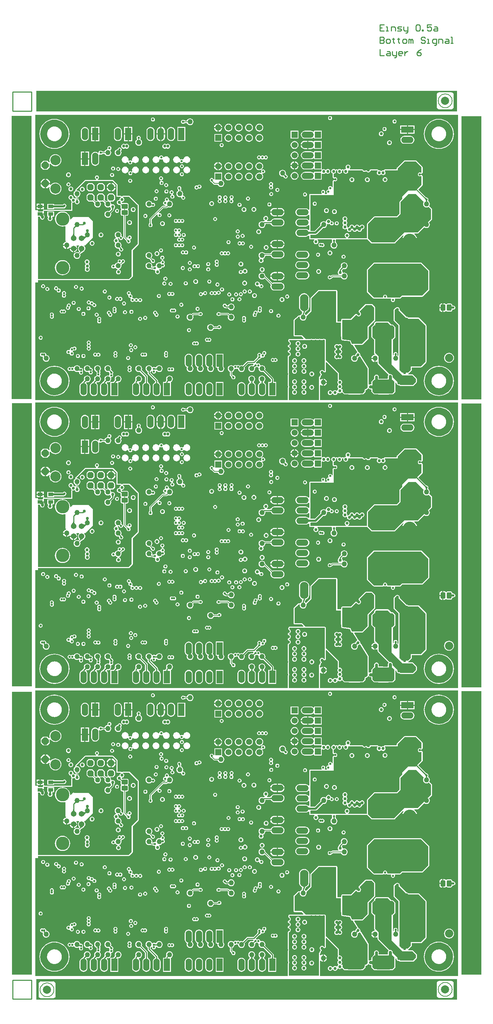
<source format=gbl>
G04 Layer_Physical_Order=6*
G04 Layer_Color=16711680*
%FSLAX24Y24*%
%MOIN*%
G70*
G01*
G75*
%ADD10C,0.0070*%
G04:AMPARAMS|DCode=11|XSize=78.7mil|YSize=78.7mil|CornerRadius=39.4mil|HoleSize=0mil|Usage=FLASHONLY|Rotation=90.000|XOffset=0mil|YOffset=0mil|HoleType=Round|Shape=RoundedRectangle|*
%AMROUNDEDRECTD11*
21,1,0.0787,0.0000,0,0,90.0*
21,1,0.0000,0.0787,0,0,90.0*
1,1,0.0787,0.0000,0.0000*
1,1,0.0787,0.0000,0.0000*
1,1,0.0787,0.0000,0.0000*
1,1,0.0787,0.0000,0.0000*
%
%ADD11ROUNDEDRECTD11*%
%ADD12C,0.0100*%
%ADD13C,0.0650*%
%ADD14C,0.0080*%
G04:AMPARAMS|DCode=27|XSize=50mil|YSize=50mil|CornerRadius=25mil|HoleSize=0mil|Usage=FLASHONLY|Rotation=270.000|XOffset=0mil|YOffset=0mil|HoleType=Round|Shape=RoundedRectangle|*
%AMROUNDEDRECTD27*
21,1,0.0500,0.0000,0,0,270.0*
21,1,0.0000,0.0500,0,0,270.0*
1,1,0.0500,0.0000,0.0000*
1,1,0.0500,0.0000,0.0000*
1,1,0.0500,0.0000,0.0000*
1,1,0.0500,0.0000,0.0000*
%
%ADD27ROUNDEDRECTD27*%
%ADD67C,0.0200*%
%ADD68C,0.0060*%
%ADD69C,0.0220*%
%ADD73C,0.0120*%
%ADD74C,0.0500*%
%ADD77C,0.0160*%
%ADD81C,0.0300*%
%ADD84C,0.0250*%
%ADD87C,0.0090*%
%ADD88C,0.0700*%
%ADD90C,0.0400*%
G04:AMPARAMS|DCode=103|XSize=133mil|YSize=83mil|CornerRadius=0mil|HoleSize=0mil|Usage=FLASHONLY|Rotation=270.000|XOffset=0mil|YOffset=0mil|HoleType=Round|Shape=Octagon|*
%AMOCTAGOND103*
4,1,8,-0.0208,-0.0665,0.0208,-0.0665,0.0415,-0.0457,0.0415,0.0457,0.0208,0.0665,-0.0208,0.0665,-0.0415,0.0457,-0.0415,-0.0457,-0.0208,-0.0665,0.0*
%
%ADD103OCTAGOND103*%

%ADD104R,0.0600X0.1200*%
%ADD105O,0.0600X0.1200*%
%ADD106O,0.1200X0.0600*%
%ADD107R,0.1200X0.0600*%
%ADD108C,0.0800*%
%ADD109P,0.0758X8X292.5*%
%ADD110C,0.1000*%
%ADD111C,0.0540*%
%ADD112C,0.1305*%
%ADD113P,0.0671X8X22.5*%
%ADD114O,0.0825X0.1650*%
%ADD115R,0.0591X0.0591*%
%ADD116C,0.0591*%
%ADD117O,0.1181X0.0591*%
%ADD118R,0.0591X0.0591*%
%ADD119O,0.1300X0.1360*%
%ADD120C,0.0220*%
%ADD121C,0.0300*%
%ADD122C,0.0320*%
%ADD123C,0.0290*%
G04:AMPARAMS|DCode=146|XSize=46mil|YSize=63mil|CornerRadius=11.5mil|HoleSize=0mil|Usage=FLASHONLY|Rotation=180.000|XOffset=0mil|YOffset=0mil|HoleType=Round|Shape=RoundedRectangle|*
%AMROUNDEDRECTD146*
21,1,0.0460,0.0400,0,0,180.0*
21,1,0.0230,0.0630,0,0,180.0*
1,1,0.0230,-0.0115,0.0200*
1,1,0.0230,0.0115,0.0200*
1,1,0.0230,0.0115,-0.0200*
1,1,0.0230,-0.0115,-0.0200*
%
%ADD146ROUNDEDRECTD146*%
G04:AMPARAMS|DCode=147|XSize=46mil|YSize=63mil|CornerRadius=11.5mil|HoleSize=0mil|Usage=FLASHONLY|Rotation=270.000|XOffset=0mil|YOffset=0mil|HoleType=Round|Shape=RoundedRectangle|*
%AMROUNDEDRECTD147*
21,1,0.0460,0.0400,0,0,270.0*
21,1,0.0230,0.0630,0,0,270.0*
1,1,0.0230,-0.0200,-0.0115*
1,1,0.0230,-0.0200,0.0115*
1,1,0.0230,0.0200,0.0115*
1,1,0.0230,0.0200,-0.0115*
%
%ADD147ROUNDEDRECTD147*%
G04:AMPARAMS|DCode=148|XSize=50mil|YSize=50mil|CornerRadius=25mil|HoleSize=0mil|Usage=FLASHONLY|Rotation=0.000|XOffset=0mil|YOffset=0mil|HoleType=Round|Shape=RoundedRectangle|*
%AMROUNDEDRECTD148*
21,1,0.0500,0.0000,0,0,0.0*
21,1,0.0000,0.0500,0,0,0.0*
1,1,0.0500,0.0000,0.0000*
1,1,0.0500,0.0000,0.0000*
1,1,0.0500,0.0000,0.0000*
1,1,0.0500,0.0000,0.0000*
%
%ADD148ROUNDEDRECTD148*%
%ADD149R,0.0591X0.0591*%
%ADD150R,0.0492X0.0335*%
%ADD151C,0.0850*%
G36*
X43671Y86683D02*
X2736D01*
Y88681D01*
X43671D01*
Y86683D01*
D02*
G37*
G36*
X6728Y78139D02*
X6730Y78127D01*
X6734Y78115D01*
X6740Y78103D01*
X6747Y78091D01*
X6756Y78079D01*
X6766Y78067D01*
X6778Y78055D01*
X6791Y78043D01*
X6807Y78031D01*
X6599Y78003D01*
X6611Y78020D01*
X6642Y78068D01*
X6650Y78082D01*
X6656Y78096D01*
X6661Y78108D01*
X6664Y78120D01*
X6666Y78132D01*
X6667Y78143D01*
X6727Y78151D01*
X6728Y78139D01*
D02*
G37*
G36*
X10547Y79571D02*
Y78386D01*
X10952D01*
X10967Y78336D01*
X10907Y78296D01*
X10856Y78220D01*
X10838Y78130D01*
X10840Y78123D01*
X10806Y78089D01*
X10717Y78071D01*
X10641Y78020D01*
X10590Y77944D01*
X10573Y77854D01*
X10590Y77765D01*
X10641Y77689D01*
X10717Y77638D01*
X10735Y77634D01*
X10736Y77634D01*
X10736Y77632D01*
X10752Y77622D01*
X10767Y77611D01*
X10768Y77611D01*
X10770Y77610D01*
X10788Y77607D01*
X10805Y77602D01*
X10841Y77601D01*
X10852Y77600D01*
X10863Y77599D01*
X10871Y77597D01*
X10877Y77595D01*
X10881Y77593D01*
X10882Y77592D01*
X10882Y77592D01*
X10886Y77589D01*
X10901Y77581D01*
X10914Y77571D01*
X10918Y77571D01*
X10921Y77569D01*
X10930Y77568D01*
Y77360D01*
X10945Y77284D01*
X10988Y77220D01*
X11010Y77205D01*
Y77145D01*
X10988Y77131D01*
X10945Y77066D01*
X10930Y76990D01*
Y76760D01*
X10945Y76684D01*
X10988Y76620D01*
X11053Y76577D01*
X11129Y76561D01*
X11217D01*
Y74469D01*
X11217Y74469D01*
X11225Y74426D01*
X11249Y74390D01*
X11486Y74154D01*
X11488Y74137D01*
X11489Y74135D01*
X11490Y74132D01*
X11500Y74118D01*
X11509Y74103D01*
X11511Y74100D01*
X11512Y74099D01*
X11512Y74098D01*
X11513Y74095D01*
X11514Y74092D01*
X11514Y74087D01*
X11515Y74080D01*
X11515Y74071D01*
X11519Y74052D01*
X11523Y74033D01*
X11523Y74032D01*
X11523Y74032D01*
X11534Y74016D01*
X11545Y74000D01*
X11545Y74000D01*
X11546Y73999D01*
X11548Y73998D01*
X11548Y73997D01*
X11590Y73934D01*
X11653Y73892D01*
X11727Y73877D01*
X11801Y73892D01*
X11864Y73934D01*
X11906Y73997D01*
X11921Y74071D01*
X11906Y74145D01*
X11866Y74204D01*
X11870Y74227D01*
X11879Y74258D01*
X11896Y74261D01*
X11959Y74303D01*
X12001Y74366D01*
X12016Y74440D01*
X12001Y74514D01*
X11959Y74577D01*
X11896Y74619D01*
X11822Y74634D01*
X11748Y74619D01*
X11685Y74577D01*
X11643Y74514D01*
X11628Y74440D01*
X11638Y74389D01*
X11592Y74364D01*
X11441Y74516D01*
Y76561D01*
X11529D01*
X11605Y76577D01*
X11669Y76620D01*
X11712Y76684D01*
X11728Y76760D01*
Y76990D01*
X11712Y77066D01*
X11669Y77131D01*
X11648Y77145D01*
Y77205D01*
X11669Y77220D01*
X11712Y77284D01*
X11728Y77360D01*
Y77590D01*
X11712Y77666D01*
X11669Y77731D01*
X11605Y77774D01*
X11529Y77789D01*
X11129D01*
X11107Y77785D01*
X11095Y77791D01*
X11060Y77826D01*
X11059Y77837D01*
X11059Y77847D01*
X11062Y77858D01*
X11093Y77899D01*
X11163Y77913D01*
X11239Y77964D01*
X11289Y78040D01*
X11307Y78130D01*
X11289Y78220D01*
X11239Y78296D01*
X11179Y78336D01*
X11194Y78386D01*
X11779D01*
X12593Y77590D01*
X12598D01*
Y73789D01*
X12028Y73218D01*
Y70679D01*
X11742Y70394D01*
X2923D01*
Y76452D01*
X3091D01*
X3120Y76423D01*
Y76384D01*
X3136Y76304D01*
X3182Y76236D01*
X3249Y76191D01*
X3329Y76175D01*
X3409Y76191D01*
X3477Y76236D01*
X3522Y76304D01*
X3538Y76384D01*
Y76509D01*
X3538Y76509D01*
X3522Y76589D01*
X3477Y76657D01*
X3465Y76669D01*
Y76669D01*
X3119D01*
Y76769D01*
X3465D01*
Y76987D01*
X3488Y77028D01*
X6260D01*
Y77813D01*
X6298Y77845D01*
X6339Y77837D01*
X6428Y77854D01*
X6449Y77868D01*
X6495Y77849D01*
X6500Y77821D01*
X6551Y77745D01*
X6627Y77694D01*
X6717Y77677D01*
X6807Y77694D01*
X6883Y77745D01*
X6934Y77821D01*
X6951Y77911D01*
X6934Y78001D01*
X6908Y78040D01*
X6908Y78043D01*
X6908Y78044D01*
X6908Y78045D01*
X6901Y78063D01*
X6896Y78081D01*
X6895Y78082D01*
X6895Y78082D01*
X6882Y78097D01*
X6870Y78111D01*
X6857Y78122D01*
X6848Y78130D01*
X6841Y78137D01*
X6835Y78143D01*
X6832Y78147D01*
X6830Y78151D01*
X6829Y78153D01*
X6829Y78158D01*
X6828Y78161D01*
X6828Y78165D01*
X6823Y78180D01*
X6818Y78196D01*
X6816Y78199D01*
X6815Y78202D01*
X6809Y78209D01*
Y78370D01*
X6863Y78393D01*
X6932Y78446D01*
X6985Y78515D01*
X7018Y78595D01*
X7030Y78681D01*
X7018Y78767D01*
X6985Y78848D01*
X6932Y78916D01*
X6863Y78969D01*
X6783Y79003D01*
X6697Y79014D01*
X6670Y79010D01*
X6646Y79058D01*
X7520Y79931D01*
X10187Y79931D01*
X10547Y79571D01*
D02*
G37*
G36*
X10957Y77832D02*
X10960Y77796D01*
X10963Y77779D01*
X10966Y77764D01*
X10971Y77750D01*
X10976Y77738D01*
X10982Y77727D01*
X10988Y77717D01*
X10996Y77708D01*
X10953Y77666D01*
X10945Y77673D01*
X10935Y77680D01*
X10924Y77686D01*
X10911Y77691D01*
X10897Y77695D01*
X10882Y77699D01*
X10866Y77701D01*
X10848Y77703D01*
X10809Y77704D01*
X10957Y77853D01*
X10957Y77832D01*
D02*
G37*
G36*
X11634Y74207D02*
X11641Y74202D01*
X11650Y74197D01*
X11658Y74193D01*
X11668Y74189D01*
X11678Y74186D01*
X11689Y74184D01*
X11701Y74182D01*
X11713Y74181D01*
X11726Y74181D01*
X11617Y74072D01*
X11617Y74085D01*
X11616Y74097D01*
X11614Y74109D01*
X11612Y74120D01*
X11609Y74130D01*
X11605Y74139D01*
X11601Y74148D01*
X11596Y74157D01*
X11590Y74164D01*
X11584Y74171D01*
X11627Y74214D01*
X11634Y74207D01*
D02*
G37*
G36*
X28896Y67299D02*
X28888Y67296D01*
X28881Y67290D01*
X28874Y67282D01*
X28869Y67273D01*
X28865Y67260D01*
X28861Y67246D01*
X28859Y67230D01*
X28857Y67211D01*
X28857Y67190D01*
X28757D01*
X28756Y67211D01*
X28755Y67230D01*
X28752Y67246D01*
X28749Y67260D01*
X28745Y67273D01*
X28739Y67282D01*
X28733Y67290D01*
X28726Y67296D01*
X28717Y67299D01*
X28708Y67300D01*
X28906D01*
X28896Y67299D01*
D02*
G37*
G36*
X35619Y67624D02*
X35619Y66414D01*
X35497Y66291D01*
X34987Y65781D01*
Y64651D01*
X34447Y64111D01*
X33457D01*
X33297Y64441D01*
X32527Y64541D01*
Y66441D01*
X33377Y66441D01*
X33844Y66908D01*
X33901Y66895D01*
X33941Y66835D01*
X34017Y66784D01*
X34107Y66767D01*
X34197Y66784D01*
X34273Y66835D01*
X34324Y66911D01*
X34341Y67001D01*
X34324Y67091D01*
X34273Y67167D01*
X34213Y67207D01*
X34200Y67264D01*
X34809Y67874D01*
X35369D01*
X35619Y67624D01*
D02*
G37*
G36*
X31927Y66171D02*
X32367D01*
Y64831D01*
X32425Y64766D01*
Y64541D01*
X32428Y64528D01*
X32428Y64515D01*
X32431Y64509D01*
X32433Y64502D01*
X32440Y64491D01*
X32446Y64479D01*
X32451Y64475D01*
X32455Y64469D01*
X32466Y64462D01*
X32476Y64453D01*
X32482Y64451D01*
X32488Y64447D01*
X32501Y64444D01*
X32514Y64440D01*
X33229Y64347D01*
X33365Y64067D01*
X33375Y64053D01*
X33385Y64039D01*
X33387Y64037D01*
X33389Y64035D01*
X33404Y64026D01*
X33418Y64017D01*
X33421Y64016D01*
X33423Y64015D01*
X33440Y64012D01*
X33457Y64009D01*
X33527D01*
X33974Y63295D01*
X33955Y63249D01*
X33947Y63248D01*
X33871Y63197D01*
X33820Y63121D01*
X33815Y63094D01*
X33814Y63094D01*
X33813Y63092D01*
X33812Y63091D01*
X33802Y63076D01*
X33792Y63060D01*
X33792Y63059D01*
X33791Y63057D01*
X33788Y63039D01*
X33785Y63021D01*
X33737Y63009D01*
X33697Y63014D01*
X33611Y63003D01*
X33530Y62969D01*
X33461Y62916D01*
X33409Y62848D01*
X33375Y62767D01*
X33364Y62681D01*
X33375Y62595D01*
X33409Y62515D01*
X33461Y62446D01*
X33530Y62393D01*
X33611Y62360D01*
X33697Y62348D01*
X33783Y62360D01*
X33863Y62393D01*
X33932Y62446D01*
X33985Y62515D01*
X34018Y62595D01*
X34030Y62681D01*
X34022Y62737D01*
X34050Y62778D01*
X34065Y62784D01*
X34068Y62785D01*
X34086Y62789D01*
X34087Y62790D01*
X34089Y62790D01*
X34103Y62802D01*
X34118Y62813D01*
X34118Y62813D01*
X34127Y62814D01*
X34190Y62857D01*
X34251Y62854D01*
X34987Y61681D01*
Y59871D01*
X34817Y59701D01*
X34210D01*
Y59266D01*
X33760Y59268D01*
X33190Y59266D01*
Y59271D01*
X33153Y59271D01*
X33173Y59701D01*
X32411D01*
X32404Y59756D01*
X32433Y59775D01*
X32484Y59851D01*
X32501Y59941D01*
X32484Y60031D01*
X32433Y60107D01*
X32396Y60131D01*
Y60181D01*
X32433Y60205D01*
X32484Y60281D01*
X32501Y60371D01*
X32484Y60461D01*
X32433Y60537D01*
X32357Y60588D01*
X32267Y60606D01*
X32227Y60598D01*
X32177Y60639D01*
X32177Y61261D01*
X30921Y62517D01*
X30921Y64474D01*
X30914Y64513D01*
X30891Y64546D01*
X30858Y64568D01*
X30819Y64576D01*
X30781D01*
X30779Y64577D01*
X30705Y64592D01*
X30631Y64577D01*
X30629Y64576D01*
X30381D01*
X30379Y64577D01*
X30305Y64592D01*
X30231Y64577D01*
X30229Y64576D01*
X29981D01*
X29979Y64577D01*
X29905Y64592D01*
X29831Y64577D01*
X29829Y64576D01*
X29581D01*
X29579Y64577D01*
X29505Y64592D01*
X29431Y64577D01*
X29429Y64576D01*
X28929D01*
X28597Y64931D01*
X27879Y64931D01*
Y66384D01*
X28324Y66764D01*
X28372Y66738D01*
X28364Y66681D01*
X28375Y66595D01*
X28409Y66515D01*
X28461Y66446D01*
X28530Y66393D01*
X28611Y66360D01*
X28697Y66348D01*
X28783Y66360D01*
X28863Y66393D01*
X28932Y66446D01*
X28985Y66515D01*
X29018Y66595D01*
X29030Y66681D01*
X29021Y66744D01*
X29029Y66794D01*
X29509Y67274D01*
Y68524D01*
X30209Y69224D01*
X31927D01*
Y66171D01*
D02*
G37*
G36*
X37771Y63019D02*
X37768Y63014D01*
X37765Y63008D01*
X37763Y63002D01*
X37761Y62994D01*
X37760Y62986D01*
X37758Y62977D01*
X37757Y62955D01*
X37757Y62943D01*
X37637D01*
X37637Y62955D01*
X37634Y62986D01*
X37633Y62994D01*
X37631Y63002D01*
X37629Y63008D01*
X37626Y63014D01*
X37623Y63019D01*
X37620Y63023D01*
X37774D01*
X37771Y63019D01*
D02*
G37*
G36*
X34042Y62881D02*
X34030Y62880D01*
X34018Y62878D01*
X34005Y62875D01*
X33994Y62871D01*
X33982Y62866D01*
X33970Y62860D01*
X33959Y62853D01*
X33948Y62845D01*
X33937Y62835D01*
X33926Y62825D01*
X33837Y62906D01*
X33847Y62917D01*
X33856Y62928D01*
X33864Y62939D01*
X33871Y62950D01*
X33876Y62962D01*
X33881Y62974D01*
X33884Y62986D01*
X33886Y62998D01*
X33887Y63010D01*
X33887Y63023D01*
X34042Y62881D01*
D02*
G37*
G36*
X43779Y58623D02*
X30366D01*
X30359Y58631D01*
Y60073D01*
X30386Y60091D01*
X30429Y60103D01*
X30490Y60055D01*
X30575Y60020D01*
X30617Y60015D01*
Y60361D01*
Y60708D01*
X30575Y60702D01*
X30490Y60667D01*
X30429Y60620D01*
X30386Y60631D01*
X30359Y60650D01*
Y60801D01*
X30360Y60802D01*
X30363Y60803D01*
X30375Y60814D01*
X30388Y60825D01*
X30404Y60844D01*
X30406Y60848D01*
X30410Y60852D01*
X30415Y60866D01*
X30422Y60879D01*
X30423Y60884D01*
X30425Y60889D01*
X30439Y60958D01*
X30467Y61001D01*
X30479Y61009D01*
X30486Y61016D01*
X30494Y61021D01*
X30500Y61030D01*
X30507Y61037D01*
X30511Y61046D01*
X30516Y61054D01*
X30518Y61064D01*
X30522Y61074D01*
Y61084D01*
X30524Y61094D01*
Y61143D01*
X30522Y61153D01*
Y61163D01*
X30518Y61173D01*
X30516Y61183D01*
X30511Y61191D01*
X30507Y61200D01*
X30500Y61207D01*
X30494Y61216D01*
X30486Y61221D01*
X30479Y61228D01*
X30467Y61236D01*
X30439Y61279D01*
X30429Y61328D01*
X30439Y61378D01*
X30467Y61421D01*
X30509Y61449D01*
X30559Y61459D01*
X30609Y61449D01*
X30652Y61421D01*
X30685Y61372D01*
X30698Y61358D01*
X30711Y61345D01*
X30712Y61344D01*
X30713Y61343D01*
X30730Y61336D01*
X30747Y61329D01*
X30749Y61329D01*
X30749Y61328D01*
X30768D01*
X30787Y61328D01*
X30837Y61337D01*
X30848Y61341D01*
X30858Y61343D01*
X30866Y61348D01*
X30874Y61351D01*
X30882Y61359D01*
X30891Y61365D01*
X30896Y61373D01*
X30903Y61379D01*
X30907Y61389D01*
X30914Y61398D01*
X30915Y61407D01*
X30919Y61415D01*
X30919Y61426D01*
X30921Y61437D01*
Y62281D01*
X30986Y62308D01*
X32075Y61219D01*
X32075Y60639D01*
X32076Y60634D01*
X32075Y60629D01*
X32080Y60614D01*
X32083Y60600D01*
X32101Y60537D01*
X32050Y60461D01*
X32032Y60371D01*
X32050Y60281D01*
X32101Y60205D01*
X32122Y60191D01*
Y60121D01*
X32101Y60107D01*
X32050Y60031D01*
X32032Y59941D01*
X32050Y59851D01*
X32101Y59775D01*
X32115Y59766D01*
Y59696D01*
X32101Y59687D01*
X32050Y59611D01*
X32041Y59565D01*
X32024Y59554D01*
X31965Y59539D01*
X31907Y59578D01*
X31817Y59596D01*
X31727Y59578D01*
X31651Y59527D01*
X31616Y59474D01*
X31613Y59473D01*
X31541D01*
X31538Y59474D01*
X31503Y59527D01*
X31427Y59578D01*
X31337Y59596D01*
X31247Y59578D01*
X31171Y59527D01*
X31120Y59451D01*
X31102Y59361D01*
X31120Y59271D01*
X31171Y59195D01*
X31247Y59144D01*
X31337Y59127D01*
X31427Y59144D01*
X31503Y59195D01*
X31538Y59248D01*
X31541Y59249D01*
X31613D01*
X31616Y59248D01*
X31651Y59195D01*
X31727Y59144D01*
X31817Y59127D01*
X31907Y59144D01*
X31983Y59195D01*
X32034Y59271D01*
X32043Y59317D01*
X32060Y59328D01*
X32119Y59343D01*
X32177Y59304D01*
X32267Y59287D01*
X32357Y59304D01*
X32433Y59355D01*
X32442Y59370D01*
X32512Y59377D01*
X32699Y59190D01*
X33095D01*
X33096Y59190D01*
X33110Y59179D01*
X33112Y59178D01*
X33114Y59177D01*
X33131Y59174D01*
X33149Y59169D01*
X33151Y59170D01*
X33153Y59169D01*
X33165Y59169D01*
X33171Y59168D01*
X33190Y59164D01*
X33191Y59164D01*
X33191Y59164D01*
X33760Y59166D01*
X34210Y59164D01*
X34210Y59164D01*
X34210Y59164D01*
X34229Y59168D01*
X34249Y59172D01*
X34249Y59172D01*
X34249Y59172D01*
X34264Y59182D01*
X34267D01*
X34330Y59190D01*
X34534D01*
X34781Y59438D01*
Y59599D01*
X34817D01*
X34856Y59607D01*
X34889Y59629D01*
X35017Y59757D01*
X35102Y59756D01*
X35169Y59711D01*
X35175Y59709D01*
X35175Y59709D01*
X35176Y59708D01*
X35177Y59707D01*
X35192Y59696D01*
X35207Y59686D01*
X35209Y59685D01*
X35210Y59684D01*
X35228Y59681D01*
X35246Y59677D01*
X35309Y59675D01*
X35330Y59672D01*
X35346Y59669D01*
X35346Y59669D01*
X35348Y59666D01*
X35352Y59662D01*
Y59434D01*
X35599Y59186D01*
X35951D01*
X35965Y59184D01*
X35997D01*
X36005Y59178D01*
X36010Y59176D01*
X36015Y59173D01*
X36029Y59170D01*
X36043Y59166D01*
X36048Y59166D01*
X36054Y59165D01*
X36517Y59166D01*
X36980Y59165D01*
X36984Y59166D01*
X36988Y59166D01*
X37003Y59170D01*
X37019Y59173D01*
X37022Y59175D01*
X37026Y59176D01*
X37037Y59185D01*
X37043Y59186D01*
X37434D01*
X37682Y59434D01*
Y60293D01*
X37752Y60325D01*
X37775Y60306D01*
X37775Y60304D01*
X37793Y60214D01*
X37844Y60138D01*
X37920Y60087D01*
X38009Y60069D01*
X38047Y60077D01*
X38095Y60029D01*
X38128Y60007D01*
X38167Y59999D01*
X39387D01*
X39426Y60007D01*
X39459Y60029D01*
X39459Y60029D01*
X39739Y60309D01*
X39761Y60342D01*
X39769Y60381D01*
Y60691D01*
X39761Y60730D01*
X39739Y60763D01*
X39409Y61093D01*
X39376Y61115D01*
X39337Y61123D01*
X38933D01*
X38927Y61193D01*
X38946Y61197D01*
X38979Y61219D01*
X39259Y61499D01*
X39281Y61532D01*
X39289Y61571D01*
X39289Y61809D01*
X40069D01*
X40069Y61809D01*
X40070Y61809D01*
X40157D01*
X40196Y61817D01*
X40229Y61839D01*
X40669Y62279D01*
X40691Y62312D01*
X40699Y62351D01*
Y63411D01*
Y65871D01*
X40691Y65910D01*
X40669Y65943D01*
X39996Y66616D01*
X39963Y66638D01*
X39924Y66646D01*
X38967Y66646D01*
X38953Y66667D01*
X38928Y66684D01*
X38910Y66695D01*
X38877Y66718D01*
X38787Y66736D01*
X38766Y66731D01*
X38102Y67395D01*
X38111Y67441D01*
X38094Y67531D01*
X38043Y67607D01*
X38021Y67621D01*
X37967Y67658D01*
X37877Y67676D01*
X37787Y67658D01*
X37711Y67607D01*
X37701Y67592D01*
X37680Y67588D01*
X37647Y67566D01*
X37547Y67466D01*
X37525Y67433D01*
X37517Y67394D01*
X37517Y66389D01*
X37525Y66350D01*
X37547Y66316D01*
X37985Y65879D01*
X37985Y64361D01*
X37985Y62955D01*
X37915Y62930D01*
X37863Y62969D01*
X37871Y62991D01*
X37873Y63007D01*
X37876Y63023D01*
X37875Y63025D01*
X37876Y63027D01*
X37891Y63101D01*
X37876Y63175D01*
X37834Y63238D01*
X37771Y63280D01*
X37697Y63295D01*
X37623Y63280D01*
X37560Y63238D01*
X37518Y63175D01*
X37503Y63101D01*
X37518Y63027D01*
X37518Y63025D01*
X37518Y63023D01*
X37520Y63013D01*
X37507Y62996D01*
X37499Y62989D01*
X37450Y63006D01*
X37429Y63027D01*
Y64486D01*
X37434D01*
X37682Y64734D01*
Y65729D01*
X37434Y65976D01*
X37296D01*
X37029Y66243D01*
X36996Y66265D01*
X36957Y66273D01*
X35817Y66273D01*
X35778Y66265D01*
X35745Y66243D01*
X35625Y66123D01*
X35603Y66090D01*
X35595Y66051D01*
Y65972D01*
X35352Y65729D01*
Y64734D01*
X35595Y64491D01*
Y63221D01*
X35603Y63182D01*
X35625Y63149D01*
X35625Y63149D01*
X35672Y63101D01*
X35647Y63028D01*
X35605Y63022D01*
X35520Y62987D01*
X35447Y62931D01*
X35391Y62858D01*
X35356Y62772D01*
X35350Y62731D01*
X35697D01*
Y62681D01*
X35747D01*
Y62335D01*
X35788Y62340D01*
X35873Y62375D01*
X35885Y62384D01*
X35955Y62350D01*
Y62211D01*
X35963Y62172D01*
X35985Y62139D01*
X37015Y61108D01*
X37014Y61089D01*
X36963Y61013D01*
X36945Y60924D01*
Y60747D01*
X36895Y60698D01*
X36059Y60710D01*
X36057Y60720D01*
X36052Y60745D01*
X36050Y60776D01*
X36054Y60781D01*
X36071Y60871D01*
X36054Y60961D01*
X36003Y61037D01*
X35927Y61088D01*
X35837Y61106D01*
X35747Y61088D01*
X35671Y61037D01*
X35620Y60961D01*
X35602Y60871D01*
X35620Y60781D01*
X35624Y60776D01*
X35624Y60775D01*
X35621Y60740D01*
X35617Y60712D01*
X35612Y60691D01*
X35606Y60677D01*
X35606Y60676D01*
X35599D01*
X35591Y60668D01*
X35588Y60667D01*
X35574Y60663D01*
X35570Y60660D01*
X35564Y60658D01*
X35554Y60648D01*
X35542Y60640D01*
X35539Y60635D01*
X35535Y60631D01*
X35529Y60618D01*
X35522Y60606D01*
X35521Y60600D01*
X35519Y60596D01*
X35352Y60429D01*
Y60206D01*
X35298Y60161D01*
X35277Y60166D01*
X35187Y60148D01*
X35159Y60129D01*
X35089Y60166D01*
Y61681D01*
X35087Y61690D01*
X35087Y61698D01*
X35083Y61709D01*
X35081Y61720D01*
X35076Y61727D01*
X35073Y61735D01*
X34337Y62909D01*
X34331Y62915D01*
X34326Y62923D01*
X34317Y62930D01*
X34310Y62937D01*
X34302Y62941D01*
X34294Y62947D01*
X34284Y62949D01*
X34274Y62954D01*
X34270Y63024D01*
X34271Y63031D01*
X34254Y63121D01*
X34203Y63197D01*
X34127Y63248D01*
X34076Y63294D01*
X34075Y63303D01*
X34075Y63312D01*
X34071Y63322D01*
X34069Y63333D01*
X34064Y63341D01*
X34061Y63349D01*
X33685Y63948D01*
X33719Y64009D01*
X34447D01*
X34486Y64017D01*
X34519Y64039D01*
X35059Y64579D01*
X35081Y64612D01*
X35089Y64651D01*
Y65739D01*
X35569Y66219D01*
X35691Y66342D01*
X35714Y66375D01*
X35721Y66414D01*
X35721Y67624D01*
X35714Y67663D01*
X35691Y67696D01*
X35441Y67946D01*
X35441Y67946D01*
X35408Y67968D01*
X35369Y67976D01*
X34809D01*
X34770Y67968D01*
X34737Y67946D01*
X34128Y67336D01*
X34121Y67327D01*
X34114Y67318D01*
X34110Y67310D01*
X34106Y67303D01*
X34103Y67292D01*
X34099Y67281D01*
X34100Y67273D01*
X34098Y67264D01*
X34100Y67253D01*
X34101Y67241D01*
X34114Y67184D01*
X34121Y67167D01*
X34128Y67150D01*
X34129Y67149D01*
X34130Y67148D01*
X34143Y67135D01*
X34157Y67122D01*
X34199Y67093D01*
X34227Y67051D01*
X34237Y67001D01*
X34227Y66951D01*
X34199Y66909D01*
X34157Y66880D01*
X34107Y66871D01*
X34057Y66880D01*
X34015Y66909D01*
X33986Y66951D01*
X33973Y66964D01*
X33960Y66978D01*
X33959Y66979D01*
X33958Y66980D01*
X33941Y66987D01*
X33924Y66994D01*
X33867Y67007D01*
X33855Y67008D01*
X33844Y67010D01*
X33835Y67008D01*
X33827Y67009D01*
X33816Y67004D01*
X33805Y67002D01*
X33798Y66997D01*
X33790Y66994D01*
X33781Y66987D01*
X33772Y66980D01*
X33335Y66543D01*
X32527Y66543D01*
X32488Y66535D01*
X32455Y66513D01*
X32433Y66480D01*
X32425Y66441D01*
Y66330D01*
X32367Y66273D01*
X32029D01*
Y69224D01*
X32021Y69263D01*
X31999Y69296D01*
X31966Y69318D01*
X31927Y69326D01*
X30209D01*
X30170Y69318D01*
X30137Y69296D01*
X29437Y68596D01*
X29415Y68563D01*
X29407Y68524D01*
Y67316D01*
X29003Y66911D01*
X28933Y66916D01*
X28932Y66916D01*
X28867Y66967D01*
X28863Y66975D01*
X28856Y67048D01*
X28901Y67092D01*
X28909Y67105D01*
X28911Y67106D01*
X28927Y67116D01*
X28928Y67117D01*
X28929Y67118D01*
X28939Y67134D01*
X28950Y67149D01*
X28950Y67150D01*
X28951Y67151D01*
X28955Y67170D01*
X28959Y67188D01*
X28959Y67206D01*
X28960Y67215D01*
X28966Y67220D01*
X28978Y67228D01*
X28981Y67233D01*
X28986Y67237D01*
X28988Y67240D01*
X29055Y67268D01*
X29158Y67347D01*
X29237Y67450D01*
X29287Y67570D01*
X29304Y67699D01*
Y68524D01*
X29287Y68652D01*
X29237Y68772D01*
X29158Y68875D01*
X29055Y68954D01*
X28935Y69003D01*
X28807Y69020D01*
X28678Y69003D01*
X28558Y68954D01*
X28456Y68875D01*
X28377Y68772D01*
X28327Y68652D01*
X28310Y68524D01*
Y67699D01*
X28327Y67570D01*
X28377Y67450D01*
X28456Y67347D01*
X28558Y67268D01*
X28590Y67255D01*
X28608Y67179D01*
X28603Y67170D01*
X28574Y67127D01*
X28564Y67076D01*
Y66983D01*
X28530Y66969D01*
X28461Y66916D01*
X28432Y66878D01*
X28371Y66855D01*
X28353Y66860D01*
X28335Y66865D01*
X28334Y66865D01*
X28332Y66865D01*
X28314Y66863D01*
X28296Y66862D01*
X28294Y66861D01*
X28293Y66861D01*
X28277Y66852D01*
X28260Y66843D01*
X28259Y66842D01*
X28258Y66841D01*
X27813Y66461D01*
X27811Y66458D01*
X27807Y66456D01*
X27798Y66442D01*
X27789Y66430D01*
X27787Y66426D01*
X27785Y66423D01*
X27782Y66407D01*
X27778Y66392D01*
X27778Y66388D01*
X27777Y66384D01*
Y64931D01*
X27785Y64892D01*
X27807Y64859D01*
X27840Y64837D01*
X27879Y64829D01*
X28553Y64829D01*
X28729Y64640D01*
X28702Y64576D01*
X27378D01*
X27368Y64574D01*
X27358D01*
X27349Y64570D01*
X27339Y64568D01*
X27331Y64562D01*
X27321Y64558D01*
X27314Y64551D01*
X27306Y64546D01*
X27300Y64537D01*
X27293Y64530D01*
X27289Y64521D01*
X27284Y64513D01*
X27282Y64503D01*
X27278Y64494D01*
X27265Y64428D01*
X27265Y64427D01*
X27260Y64416D01*
Y64408D01*
X27258Y64401D01*
X27260Y64388D01*
Y64376D01*
X27263Y64369D01*
X27264Y64361D01*
X27285Y64303D01*
X27292Y64293D01*
X27296Y64281D01*
X27302Y64276D01*
X27306Y64269D01*
X27316Y64262D01*
X27325Y64253D01*
X27369Y64223D01*
X27397Y64181D01*
X27407Y64131D01*
X27397Y64081D01*
X27369Y64039D01*
X27327Y64010D01*
X27307Y64007D01*
X27298Y64003D01*
X27288Y64001D01*
X27279Y63995D01*
X27270Y63991D01*
X27263Y63984D01*
X27255Y63979D01*
X27249Y63970D01*
X27242Y63963D01*
X27238Y63954D01*
X27233Y63946D01*
X27231Y63936D01*
X27227Y63926D01*
Y63916D01*
X27225Y63907D01*
Y63846D01*
X27227Y63836D01*
Y63826D01*
X27231Y63816D01*
X27233Y63807D01*
X27238Y63798D01*
X27242Y63789D01*
X27249Y63782D01*
X27255Y63774D01*
X27263Y63768D01*
X27270Y63761D01*
X27279Y63757D01*
X27288Y63751D01*
X27298Y63749D01*
X27307Y63746D01*
X27327Y63742D01*
X27369Y63713D01*
X27397Y63671D01*
X27407Y63621D01*
X27397Y63571D01*
X27369Y63529D01*
X27327Y63500D01*
X27307Y63497D01*
X27298Y63493D01*
X27288Y63491D01*
X27279Y63485D01*
X27270Y63481D01*
X27263Y63474D01*
X27255Y63469D01*
X27249Y63460D01*
X27242Y63453D01*
X27238Y63444D01*
X27233Y63436D01*
X27231Y63426D01*
X27227Y63416D01*
Y63406D01*
X27225Y63397D01*
Y63326D01*
X27227Y63316D01*
Y63306D01*
X27231Y63296D01*
X27233Y63287D01*
X27238Y63278D01*
X27242Y63269D01*
X27249Y63262D01*
X27255Y63254D01*
X27263Y63248D01*
X27270Y63241D01*
X27279Y63237D01*
X27288Y63231D01*
X27298Y63229D01*
X27307Y63226D01*
X27327Y63222D01*
X27369Y63193D01*
X27397Y63151D01*
X27407Y63101D01*
X27397Y63051D01*
X27369Y63009D01*
X27327Y62980D01*
X27307Y62977D01*
X27298Y62973D01*
X27288Y62971D01*
X27279Y62965D01*
X27270Y62961D01*
X27263Y62954D01*
X27255Y62949D01*
X27249Y62940D01*
X27242Y62933D01*
X27238Y62924D01*
X27233Y62916D01*
X27231Y62906D01*
X27227Y62896D01*
Y62886D01*
X27225Y62877D01*
X27225Y61185D01*
X27227Y61175D01*
Y61165D01*
X27229Y61154D01*
X27227Y61142D01*
Y61132D01*
X27225Y61122D01*
Y60025D01*
X27227Y60015D01*
Y60005D01*
X27231Y59996D01*
X27233Y59986D01*
X27238Y59978D01*
X27242Y59968D01*
X27242Y59968D01*
X27249Y59934D01*
X27242Y59899D01*
X27242Y59899D01*
X27238Y59890D01*
X27233Y59881D01*
X27231Y59871D01*
X27227Y59862D01*
Y59852D01*
X27225Y59842D01*
Y58631D01*
X27218Y58623D01*
X2639D01*
Y70076D01*
X2923D01*
Y70292D01*
X11742D01*
X11781Y70299D01*
X11814Y70322D01*
X12100Y70607D01*
X12122Y70640D01*
X12130Y70679D01*
Y73176D01*
X12671Y73717D01*
X12693Y73750D01*
X12700Y73789D01*
Y77590D01*
X12693Y77629D01*
X12671Y77662D01*
X12653Y77674D01*
X11851Y78459D01*
X11834Y78469D01*
X11818Y78480D01*
X11818Y78480D01*
X11817Y78480D01*
X11798Y78484D01*
X11779Y78488D01*
X11194D01*
X11189Y78487D01*
X11184Y78487D01*
X11170Y78483D01*
X11155Y78480D01*
X11151Y78477D01*
X11146Y78476D01*
X11134Y78466D01*
X11122Y78458D01*
X11119Y78454D01*
X11115Y78451D01*
X11112Y78444D01*
X11107Y78442D01*
X11089Y78437D01*
X11056D01*
X11039Y78442D01*
X11034Y78444D01*
X11031Y78451D01*
X11027Y78454D01*
X11024Y78458D01*
X11011Y78466D01*
X11000Y78476D01*
X10995Y78477D01*
X10991Y78480D01*
X10976Y78483D01*
X10962Y78487D01*
X10957Y78487D01*
X10952Y78488D01*
X10649D01*
Y79571D01*
X10641Y79610D01*
X10619Y79643D01*
X10259Y80003D01*
X10226Y80025D01*
X10187Y80033D01*
X8771Y80033D01*
X8728Y80098D01*
X8729Y80103D01*
X8786Y80142D01*
X8828Y80204D01*
X8843Y80279D01*
X8828Y80353D01*
X8786Y80416D01*
X8723Y80458D01*
X8649Y80472D01*
X8575Y80458D01*
X8512Y80416D01*
X8470Y80353D01*
X8456Y80279D01*
X8470Y80204D01*
X8512Y80142D01*
X8570Y80103D01*
X8571Y80098D01*
X8528Y80033D01*
X7520D01*
X7481Y80025D01*
X7448Y80003D01*
X6574Y79130D01*
X6572Y79127D01*
X6570Y79125D01*
X6561Y79111D01*
X6552Y79097D01*
X6551Y79093D01*
X6550Y79090D01*
X6548Y79074D01*
X6544Y79058D01*
X6545Y79054D01*
X6545Y79051D01*
X6549Y79035D01*
X6552Y79019D01*
X6530Y78969D01*
X6461Y78916D01*
X6409Y78848D01*
X6375Y78767D01*
X6364Y78681D01*
X6375Y78595D01*
X6409Y78515D01*
X6461Y78446D01*
X6530Y78393D01*
X6585Y78370D01*
Y78243D01*
X6515Y78222D01*
X6504Y78237D01*
X6428Y78288D01*
X6346Y78304D01*
X6351Y78331D01*
X6334Y78421D01*
X6283Y78497D01*
X6207Y78548D01*
X6117Y78566D01*
X6027Y78548D01*
X5951Y78497D01*
X5900Y78421D01*
X5882Y78331D01*
X5900Y78241D01*
X5951Y78165D01*
X6027Y78114D01*
X6109Y78098D01*
X6104Y78071D01*
X6122Y77981D01*
X6173Y77905D01*
X6166Y77852D01*
X6163Y77837D01*
X6158Y77823D01*
X6159Y77818D01*
X6158Y77813D01*
Y77130D01*
X3564D01*
X3500Y77142D01*
X3474Y77171D01*
X3465Y77196D01*
X3465Y77211D01*
X3465Y77211D01*
Y77398D01*
X3169D01*
Y77180D01*
X3399D01*
X3402Y77180D01*
X3434Y77119D01*
X3430Y77110D01*
X3424Y77107D01*
X3420Y77103D01*
X3416Y77100D01*
X3407Y77088D01*
X3398Y77076D01*
X3376Y77036D01*
X3374Y77030D01*
X3371Y77026D01*
X3368Y77012D01*
X3364Y76998D01*
X3305Y76967D01*
X2923D01*
Y77099D01*
X2919Y77104D01*
X2639D01*
Y86377D01*
X43779D01*
X43779Y58623D01*
D02*
G37*
G36*
X30819Y61437D02*
X30769Y61428D01*
X30725Y61494D01*
X30649Y61545D01*
X30559Y61563D01*
X30470Y61545D01*
X30394Y61494D01*
X30343Y61418D01*
X30325Y61328D01*
X30343Y61239D01*
X30394Y61163D01*
X30422Y61143D01*
Y61094D01*
X30394Y61074D01*
X30343Y60998D01*
X30325Y60909D01*
X30309Y60889D01*
X30257Y60881D01*
X30257Y60881D01*
Y58631D01*
X27327D01*
Y59842D01*
X27338Y59859D01*
X27353Y59934D01*
X27338Y60008D01*
X27327Y60025D01*
Y61122D01*
X27333Y61154D01*
X27327Y61185D01*
X27327Y62877D01*
X27367Y62884D01*
X27443Y62935D01*
X27494Y63011D01*
X27511Y63101D01*
X27494Y63191D01*
X27443Y63267D01*
X27367Y63318D01*
X27327Y63326D01*
Y63397D01*
X27367Y63404D01*
X27443Y63455D01*
X27494Y63531D01*
X27511Y63621D01*
X27494Y63711D01*
X27443Y63787D01*
X27367Y63838D01*
X27327Y63846D01*
Y63907D01*
X27367Y63914D01*
X27443Y63965D01*
X27494Y64041D01*
X27511Y64131D01*
X27494Y64221D01*
X27443Y64297D01*
X27381Y64338D01*
X27360Y64396D01*
X27364Y64401D01*
X27378Y64474D01*
X30819D01*
X30819Y61437D01*
D02*
G37*
G36*
X38809Y66544D02*
X39924Y66544D01*
X40597Y65871D01*
Y63411D01*
Y62351D01*
X40157Y61911D01*
X39187D01*
X39187Y61571D01*
X38907Y61291D01*
X38347Y61291D01*
X38087Y61551D01*
X38087Y64361D01*
X38087Y65921D01*
X37619Y66389D01*
X37619Y67394D01*
X37719Y67494D01*
X37859Y67494D01*
X38809Y66544D01*
D02*
G37*
G36*
X36957Y66171D02*
X37327Y65801D01*
Y62071D01*
X38377Y61021D01*
X39337D01*
X39667Y60691D01*
Y60381D01*
X39387Y60101D01*
X38167D01*
X37414Y60854D01*
Y60924D01*
X37396Y61013D01*
X37345Y61089D01*
X37269Y61140D01*
X37179Y61158D01*
X37121Y61147D01*
X36057Y62211D01*
X36057Y62861D01*
X35697Y63221D01*
X35697Y66051D01*
X35817Y66171D01*
X36957Y66171D01*
D02*
G37*
G36*
X35434Y59720D02*
X35432Y59731D01*
X35427Y59741D01*
X35418Y59750D01*
X35405Y59757D01*
X35388Y59764D01*
X35368Y59769D01*
X35344Y59773D01*
X35316Y59776D01*
X35249Y59779D01*
Y60029D01*
X35285Y60029D01*
X35344Y60034D01*
X35368Y60038D01*
X35388Y60043D01*
X35405Y60050D01*
X35418Y60057D01*
X35427Y60066D01*
X35432Y60076D01*
X35434Y60087D01*
Y59720D01*
D02*
G37*
G36*
X35948Y60771D02*
X35951Y60733D01*
X35957Y60699D01*
X35964Y60669D01*
X35974Y60644D01*
X35986Y60624D01*
X36000Y60609D01*
X36015Y60599D01*
Y60609D01*
X36980Y60595D01*
X36916Y60121D01*
X37029Y60119D01*
X36955Y59607D01*
X36980Y59267D01*
X36517Y59268D01*
X36054Y59267D01*
X36081Y59515D01*
X36034Y59758D01*
X36015Y59759D01*
Y59859D01*
X35965Y60119D01*
X36015Y60120D01*
Y60589D01*
X35618Y60571D01*
X35638Y60574D01*
X35657Y60582D01*
X35673Y60595D01*
X35688Y60612D01*
X35700Y60634D01*
X35709Y60661D01*
X35717Y60693D01*
X35722Y60729D01*
X35726Y60769D01*
X35727Y60815D01*
X35947D01*
X35948Y60771D01*
D02*
G37*
G36*
X2293Y58730D02*
X2293D01*
D01*
Y58730D01*
X2293Y58730D01*
D01*
D01*
X354D01*
Y86250D01*
X2293D01*
Y58730D01*
D02*
G37*
G36*
X46043Y58701D02*
X46043Y58701D01*
X44104D01*
Y86220D01*
X46043D01*
X46043Y58701D01*
D02*
G37*
G36*
X6728Y50147D02*
X6730Y50135D01*
X6734Y50123D01*
X6740Y50111D01*
X6747Y50099D01*
X6756Y50087D01*
X6766Y50075D01*
X6778Y50063D01*
X6791Y50051D01*
X6807Y50039D01*
X6599Y50011D01*
X6611Y50028D01*
X6642Y50076D01*
X6650Y50090D01*
X6656Y50103D01*
X6661Y50116D01*
X6664Y50128D01*
X6666Y50140D01*
X6667Y50150D01*
X6727Y50159D01*
X6728Y50147D01*
D02*
G37*
G36*
X10547Y51579D02*
Y50394D01*
X10952D01*
X10967Y50344D01*
X10907Y50304D01*
X10856Y50228D01*
X10838Y50138D01*
X10840Y50131D01*
X10806Y50097D01*
X10717Y50079D01*
X10641Y50028D01*
X10590Y49952D01*
X10573Y49862D01*
X10590Y49772D01*
X10641Y49696D01*
X10717Y49646D01*
X10735Y49642D01*
X10736Y49641D01*
X10736Y49640D01*
X10752Y49630D01*
X10767Y49619D01*
X10768Y49619D01*
X10770Y49618D01*
X10788Y49614D01*
X10805Y49610D01*
X10841Y49609D01*
X10852Y49608D01*
X10863Y49606D01*
X10871Y49605D01*
X10877Y49603D01*
X10881Y49601D01*
X10882Y49600D01*
X10882Y49600D01*
X10886Y49597D01*
X10901Y49588D01*
X10914Y49579D01*
X10918Y49579D01*
X10921Y49577D01*
X10930Y49576D01*
Y49368D01*
X10945Y49292D01*
X10988Y49227D01*
X11010Y49213D01*
Y49153D01*
X10988Y49139D01*
X10945Y49074D01*
X10930Y48998D01*
Y48768D01*
X10945Y48692D01*
X10988Y48627D01*
X11053Y48584D01*
X11129Y48569D01*
X11217D01*
Y46477D01*
X11217Y46477D01*
X11225Y46434D01*
X11249Y46398D01*
X11486Y46162D01*
X11488Y46145D01*
X11489Y46143D01*
X11490Y46140D01*
X11500Y46126D01*
X11509Y46111D01*
X11511Y46108D01*
X11512Y46107D01*
X11512Y46106D01*
X11513Y46103D01*
X11514Y46099D01*
X11514Y46095D01*
X11515Y46088D01*
X11515Y46078D01*
X11519Y46060D01*
X11523Y46041D01*
X11523Y46040D01*
X11523Y46040D01*
X11534Y46024D01*
X11545Y46008D01*
X11545Y46008D01*
X11546Y46007D01*
X11548Y46006D01*
X11548Y46005D01*
X11590Y45942D01*
X11653Y45900D01*
X11727Y45885D01*
X11801Y45900D01*
X11864Y45942D01*
X11906Y46005D01*
X11921Y46079D01*
X11906Y46153D01*
X11866Y46212D01*
X11870Y46234D01*
X11879Y46266D01*
X11896Y46269D01*
X11959Y46311D01*
X12001Y46374D01*
X12016Y46448D01*
X12001Y46522D01*
X11959Y46585D01*
X11896Y46627D01*
X11822Y46642D01*
X11748Y46627D01*
X11685Y46585D01*
X11643Y46522D01*
X11628Y46448D01*
X11638Y46397D01*
X11592Y46372D01*
X11441Y46524D01*
Y48569D01*
X11529D01*
X11605Y48584D01*
X11669Y48627D01*
X11712Y48692D01*
X11728Y48768D01*
Y48998D01*
X11712Y49074D01*
X11669Y49139D01*
X11648Y49153D01*
Y49213D01*
X11669Y49227D01*
X11712Y49292D01*
X11728Y49368D01*
Y49598D01*
X11712Y49674D01*
X11669Y49739D01*
X11605Y49782D01*
X11529Y49797D01*
X11129D01*
X11107Y49793D01*
X11095Y49799D01*
X11060Y49834D01*
X11059Y49845D01*
X11059Y49855D01*
X11062Y49866D01*
X11093Y49907D01*
X11163Y49921D01*
X11239Y49972D01*
X11289Y50048D01*
X11307Y50138D01*
X11289Y50228D01*
X11239Y50304D01*
X11179Y50344D01*
X11194Y50394D01*
X11779D01*
X12593Y49598D01*
X12598D01*
Y45797D01*
X12028Y45226D01*
Y42687D01*
X11742Y42401D01*
X2923D01*
Y48460D01*
X3091D01*
X3120Y48431D01*
Y48391D01*
X3136Y48312D01*
X3182Y48244D01*
X3249Y48198D01*
X3329Y48182D01*
X3409Y48198D01*
X3477Y48244D01*
X3522Y48312D01*
X3538Y48391D01*
Y48517D01*
X3538Y48517D01*
X3522Y48597D01*
X3477Y48665D01*
X3465Y48677D01*
Y48677D01*
X3119D01*
Y48777D01*
X3465D01*
Y48995D01*
X3488Y49035D01*
X6260D01*
Y49821D01*
X6298Y49852D01*
X6339Y49844D01*
X6428Y49862D01*
X6449Y49876D01*
X6495Y49857D01*
X6500Y49829D01*
X6551Y49753D01*
X6627Y49702D01*
X6717Y49684D01*
X6807Y49702D01*
X6883Y49753D01*
X6934Y49829D01*
X6951Y49919D01*
X6934Y50009D01*
X6908Y50048D01*
X6908Y50051D01*
X6908Y50052D01*
X6908Y50053D01*
X6901Y50071D01*
X6896Y50089D01*
X6895Y50090D01*
X6895Y50090D01*
X6882Y50105D01*
X6870Y50119D01*
X6857Y50129D01*
X6848Y50137D01*
X6841Y50145D01*
X6835Y50151D01*
X6832Y50155D01*
X6830Y50159D01*
X6829Y50161D01*
X6829Y50165D01*
X6828Y50169D01*
X6828Y50173D01*
X6823Y50188D01*
X6818Y50204D01*
X6816Y50207D01*
X6815Y50210D01*
X6809Y50217D01*
Y50378D01*
X6863Y50401D01*
X6932Y50454D01*
X6985Y50523D01*
X7018Y50603D01*
X7030Y50689D01*
X7018Y50775D01*
X6985Y50855D01*
X6932Y50924D01*
X6863Y50977D01*
X6783Y51010D01*
X6697Y51022D01*
X6670Y51018D01*
X6646Y51066D01*
X7520Y51939D01*
X10187Y51939D01*
X10547Y51579D01*
D02*
G37*
G36*
X10957Y49840D02*
X10960Y49804D01*
X10963Y49787D01*
X10966Y49772D01*
X10971Y49758D01*
X10976Y49746D01*
X10982Y49734D01*
X10988Y49724D01*
X10996Y49716D01*
X10953Y49673D01*
X10945Y49681D01*
X10935Y49688D01*
X10924Y49694D01*
X10911Y49699D01*
X10897Y49703D01*
X10882Y49707D01*
X10866Y49709D01*
X10848Y49711D01*
X10809Y49712D01*
X10957Y49861D01*
X10957Y49840D01*
D02*
G37*
G36*
X11634Y46215D02*
X11641Y46210D01*
X11650Y46205D01*
X11658Y46200D01*
X11668Y46197D01*
X11678Y46194D01*
X11689Y46192D01*
X11701Y46190D01*
X11713Y46189D01*
X11726Y46189D01*
X11617Y46080D01*
X11617Y46093D01*
X11616Y46105D01*
X11614Y46117D01*
X11612Y46128D01*
X11609Y46138D01*
X11605Y46147D01*
X11601Y46156D01*
X11596Y46165D01*
X11590Y46172D01*
X11584Y46179D01*
X11627Y46222D01*
X11634Y46215D01*
D02*
G37*
G36*
X28896Y39307D02*
X28888Y39304D01*
X28881Y39298D01*
X28874Y39290D01*
X28869Y39280D01*
X28865Y39268D01*
X28861Y39254D01*
X28859Y39238D01*
X28857Y39219D01*
X28857Y39198D01*
X28757D01*
X28756Y39219D01*
X28755Y39238D01*
X28752Y39254D01*
X28749Y39268D01*
X28745Y39280D01*
X28739Y39290D01*
X28733Y39298D01*
X28726Y39304D01*
X28717Y39307D01*
X28708Y39308D01*
X28906D01*
X28896Y39307D01*
D02*
G37*
G36*
X35619Y39631D02*
X35619Y38421D01*
X35497Y38299D01*
X34987Y37789D01*
Y36659D01*
X34447Y36119D01*
X33457D01*
X33297Y36449D01*
X32527Y36549D01*
Y38449D01*
X33377Y38449D01*
X33844Y38916D01*
X33901Y38903D01*
X33941Y38843D01*
X34017Y38792D01*
X34107Y38774D01*
X34197Y38792D01*
X34273Y38843D01*
X34324Y38919D01*
X34341Y39009D01*
X34324Y39099D01*
X34273Y39175D01*
X34213Y39215D01*
X34200Y39272D01*
X34809Y39881D01*
X35369D01*
X35619Y39631D01*
D02*
G37*
G36*
X31927Y38179D02*
X32367D01*
Y36839D01*
X32425Y36774D01*
Y36549D01*
X32428Y36536D01*
X32428Y36522D01*
X32431Y36516D01*
X32433Y36510D01*
X32440Y36499D01*
X32446Y36487D01*
X32451Y36482D01*
X32455Y36477D01*
X32466Y36469D01*
X32476Y36461D01*
X32482Y36458D01*
X32488Y36455D01*
X32501Y36452D01*
X32514Y36448D01*
X33229Y36355D01*
X33365Y36074D01*
X33375Y36061D01*
X33385Y36047D01*
X33387Y36045D01*
X33389Y36043D01*
X33404Y36034D01*
X33418Y36025D01*
X33421Y36024D01*
X33423Y36023D01*
X33440Y36020D01*
X33457Y36017D01*
X33527D01*
X33974Y35303D01*
X33955Y35257D01*
X33947Y35256D01*
X33871Y35205D01*
X33820Y35129D01*
X33815Y35102D01*
X33814Y35102D01*
X33813Y35100D01*
X33812Y35099D01*
X33802Y35084D01*
X33792Y35068D01*
X33792Y35067D01*
X33791Y35065D01*
X33788Y35047D01*
X33785Y35029D01*
X33737Y35017D01*
X33697Y35022D01*
X33611Y35010D01*
X33530Y34977D01*
X33461Y34924D01*
X33409Y34855D01*
X33375Y34775D01*
X33364Y34689D01*
X33375Y34603D01*
X33409Y34523D01*
X33461Y34454D01*
X33530Y34401D01*
X33611Y34367D01*
X33697Y34356D01*
X33783Y34367D01*
X33863Y34401D01*
X33932Y34454D01*
X33985Y34523D01*
X34018Y34603D01*
X34030Y34689D01*
X34022Y34745D01*
X34050Y34786D01*
X34065Y34791D01*
X34068Y34792D01*
X34086Y34797D01*
X34087Y34798D01*
X34089Y34798D01*
X34103Y34810D01*
X34118Y34820D01*
X34118Y34821D01*
X34127Y34822D01*
X34190Y34865D01*
X34251Y34862D01*
X34987Y33689D01*
Y31879D01*
X34817Y31709D01*
X34210D01*
Y31274D01*
X33760Y31276D01*
X33190Y31274D01*
Y31279D01*
X33153Y31279D01*
X33173Y31709D01*
X32411D01*
X32404Y31764D01*
X32433Y31783D01*
X32484Y31859D01*
X32501Y31949D01*
X32484Y32039D01*
X32433Y32115D01*
X32396Y32139D01*
Y32189D01*
X32433Y32213D01*
X32484Y32289D01*
X32501Y32379D01*
X32484Y32469D01*
X32433Y32545D01*
X32357Y32596D01*
X32267Y32613D01*
X32227Y32606D01*
X32177Y32647D01*
X32177Y33269D01*
X30921Y34525D01*
X30921Y36481D01*
X30914Y36521D01*
X30891Y36554D01*
X30858Y36576D01*
X30819Y36583D01*
X30781D01*
X30779Y36585D01*
X30705Y36599D01*
X30631Y36585D01*
X30629Y36583D01*
X30381D01*
X30379Y36585D01*
X30305Y36599D01*
X30231Y36585D01*
X30229Y36583D01*
X29981D01*
X29979Y36585D01*
X29905Y36599D01*
X29831Y36585D01*
X29829Y36583D01*
X29581D01*
X29579Y36585D01*
X29505Y36599D01*
X29431Y36585D01*
X29429Y36583D01*
X28929D01*
X28597Y36939D01*
X27879Y36939D01*
Y38391D01*
X28324Y38772D01*
X28372Y38746D01*
X28364Y38689D01*
X28375Y38603D01*
X28409Y38523D01*
X28461Y38454D01*
X28530Y38401D01*
X28611Y38367D01*
X28697Y38356D01*
X28783Y38367D01*
X28863Y38401D01*
X28932Y38454D01*
X28985Y38523D01*
X29018Y38603D01*
X29030Y38689D01*
X29021Y38751D01*
X29029Y38802D01*
X29509Y39281D01*
Y40532D01*
X30209Y41231D01*
X31927D01*
Y38179D01*
D02*
G37*
G36*
X37771Y35027D02*
X37768Y35022D01*
X37765Y35016D01*
X37763Y35010D01*
X37761Y35002D01*
X37760Y34994D01*
X37758Y34984D01*
X37757Y34963D01*
X37757Y34951D01*
X37637D01*
X37637Y34963D01*
X37634Y34994D01*
X37633Y35002D01*
X37631Y35010D01*
X37629Y35016D01*
X37626Y35022D01*
X37623Y35027D01*
X37620Y35030D01*
X37774D01*
X37771Y35027D01*
D02*
G37*
G36*
X34042Y34889D02*
X34030Y34888D01*
X34018Y34886D01*
X34005Y34883D01*
X33994Y34879D01*
X33982Y34874D01*
X33970Y34868D01*
X33959Y34861D01*
X33948Y34852D01*
X33937Y34843D01*
X33926Y34833D01*
X33837Y34914D01*
X33847Y34924D01*
X33856Y34936D01*
X33864Y34947D01*
X33871Y34958D01*
X33876Y34970D01*
X33881Y34982D01*
X33884Y34994D01*
X33886Y35006D01*
X33887Y35018D01*
X33887Y35030D01*
X34042Y34889D01*
D02*
G37*
G36*
X43779Y30631D02*
X30366D01*
X30359Y30639D01*
Y32081D01*
X30386Y32099D01*
X30429Y32110D01*
X30490Y32063D01*
X30575Y32028D01*
X30617Y32023D01*
Y32369D01*
Y32715D01*
X30575Y32710D01*
X30490Y32675D01*
X30429Y32627D01*
X30386Y32639D01*
X30359Y32657D01*
Y32809D01*
X30360Y32809D01*
X30363Y32811D01*
X30375Y32822D01*
X30388Y32833D01*
X30404Y32852D01*
X30406Y32856D01*
X30410Y32860D01*
X30415Y32874D01*
X30422Y32887D01*
X30423Y32892D01*
X30425Y32897D01*
X30439Y32966D01*
X30467Y33009D01*
X30479Y33017D01*
X30486Y33024D01*
X30494Y33029D01*
X30500Y33038D01*
X30507Y33045D01*
X30511Y33054D01*
X30516Y33062D01*
X30518Y33072D01*
X30522Y33081D01*
Y33092D01*
X30524Y33101D01*
Y33151D01*
X30522Y33161D01*
Y33171D01*
X30518Y33181D01*
X30516Y33190D01*
X30511Y33199D01*
X30507Y33208D01*
X30500Y33215D01*
X30494Y33223D01*
X30486Y33229D01*
X30479Y33236D01*
X30467Y33244D01*
X30439Y33286D01*
X30429Y33336D01*
X30439Y33386D01*
X30467Y33429D01*
X30509Y33457D01*
X30559Y33467D01*
X30609Y33457D01*
X30652Y33429D01*
X30685Y33379D01*
X30698Y33366D01*
X30711Y33352D01*
X30712Y33352D01*
X30713Y33351D01*
X30730Y33344D01*
X30747Y33336D01*
X30749Y33336D01*
X30749Y33336D01*
X30768D01*
X30787Y33336D01*
X30837Y33345D01*
X30848Y33349D01*
X30858Y33351D01*
X30866Y33356D01*
X30874Y33359D01*
X30882Y33367D01*
X30891Y33373D01*
X30896Y33380D01*
X30903Y33387D01*
X30907Y33397D01*
X30914Y33406D01*
X30915Y33415D01*
X30919Y33423D01*
X30919Y33434D01*
X30921Y33445D01*
Y34289D01*
X30986Y34316D01*
X32075Y33227D01*
X32075Y32647D01*
X32076Y32642D01*
X32075Y32637D01*
X32080Y32622D01*
X32083Y32608D01*
X32101Y32545D01*
X32050Y32469D01*
X32032Y32379D01*
X32050Y32289D01*
X32101Y32213D01*
X32122Y32199D01*
Y32129D01*
X32101Y32115D01*
X32050Y32039D01*
X32032Y31949D01*
X32050Y31859D01*
X32101Y31783D01*
X32115Y31774D01*
Y31704D01*
X32101Y31695D01*
X32050Y31619D01*
X32041Y31573D01*
X32024Y31562D01*
X31965Y31547D01*
X31907Y31586D01*
X31817Y31603D01*
X31727Y31586D01*
X31651Y31535D01*
X31616Y31482D01*
X31613Y31481D01*
X31541D01*
X31538Y31482D01*
X31503Y31535D01*
X31427Y31586D01*
X31337Y31603D01*
X31247Y31586D01*
X31171Y31535D01*
X31120Y31459D01*
X31102Y31369D01*
X31120Y31279D01*
X31171Y31203D01*
X31247Y31152D01*
X31337Y31134D01*
X31427Y31152D01*
X31503Y31203D01*
X31538Y31256D01*
X31541Y31257D01*
X31613D01*
X31616Y31256D01*
X31651Y31203D01*
X31727Y31152D01*
X31817Y31134D01*
X31907Y31152D01*
X31983Y31203D01*
X32034Y31279D01*
X32043Y31325D01*
X32060Y31336D01*
X32119Y31351D01*
X32177Y31312D01*
X32267Y31294D01*
X32357Y31312D01*
X32433Y31363D01*
X32442Y31378D01*
X32512Y31385D01*
X32699Y31198D01*
X33095D01*
X33096Y31197D01*
X33110Y31187D01*
X33112Y31186D01*
X33114Y31185D01*
X33131Y31182D01*
X33149Y31177D01*
X33151Y31178D01*
X33153Y31177D01*
X33165Y31177D01*
X33171Y31176D01*
X33190Y31172D01*
X33191Y31172D01*
X33191Y31172D01*
X33760Y31174D01*
X34210Y31172D01*
X34210Y31172D01*
X34210Y31172D01*
X34229Y31176D01*
X34249Y31180D01*
X34249Y31180D01*
X34249Y31180D01*
X34264Y31190D01*
X34267D01*
X34330Y31198D01*
X34534D01*
X34781Y31445D01*
Y31607D01*
X34817D01*
X34856Y31615D01*
X34889Y31637D01*
X35017Y31765D01*
X35102Y31764D01*
X35169Y31718D01*
X35175Y31717D01*
X35175Y31717D01*
X35176Y31716D01*
X35177Y31714D01*
X35192Y31704D01*
X35207Y31694D01*
X35209Y31693D01*
X35210Y31692D01*
X35228Y31689D01*
X35246Y31685D01*
X35309Y31682D01*
X35330Y31680D01*
X35346Y31677D01*
X35346Y31677D01*
X35348Y31674D01*
X35352Y31669D01*
Y31441D01*
X35599Y31194D01*
X35951D01*
X35965Y31192D01*
X35997D01*
X36005Y31186D01*
X36010Y31184D01*
X36015Y31181D01*
X36029Y31178D01*
X36043Y31174D01*
X36048Y31174D01*
X36054Y31173D01*
X36517Y31174D01*
X36980Y31173D01*
X36984Y31174D01*
X36988Y31174D01*
X37003Y31178D01*
X37019Y31181D01*
X37022Y31183D01*
X37026Y31184D01*
X37037Y31193D01*
X37043Y31194D01*
X37434D01*
X37682Y31441D01*
Y32301D01*
X37752Y32333D01*
X37775Y32314D01*
X37775Y32311D01*
X37793Y32222D01*
X37844Y32146D01*
X37920Y32095D01*
X38009Y32077D01*
X38047Y32085D01*
X38095Y32037D01*
X38128Y32015D01*
X38167Y32007D01*
X39387D01*
X39426Y32015D01*
X39459Y32037D01*
X39459Y32037D01*
X39739Y32317D01*
X39761Y32350D01*
X39769Y32389D01*
Y32699D01*
X39761Y32738D01*
X39739Y32771D01*
X39409Y33101D01*
X39376Y33123D01*
X39337Y33131D01*
X38933D01*
X38927Y33201D01*
X38946Y33205D01*
X38979Y33227D01*
X39259Y33507D01*
X39281Y33540D01*
X39289Y33579D01*
X39289Y33817D01*
X40069D01*
X40069Y33817D01*
X40070Y33817D01*
X40157D01*
X40196Y33825D01*
X40229Y33847D01*
X40669Y34287D01*
X40691Y34320D01*
X40699Y34359D01*
Y35419D01*
Y37879D01*
X40691Y37918D01*
X40669Y37951D01*
X39996Y38624D01*
X39963Y38646D01*
X39924Y38653D01*
X38967Y38653D01*
X38953Y38675D01*
X38928Y38691D01*
X38910Y38703D01*
X38877Y38726D01*
X38787Y38743D01*
X38766Y38739D01*
X38102Y39403D01*
X38111Y39449D01*
X38094Y39539D01*
X38043Y39615D01*
X38021Y39629D01*
X37967Y39666D01*
X37877Y39683D01*
X37787Y39666D01*
X37711Y39615D01*
X37701Y39600D01*
X37680Y39596D01*
X37647Y39574D01*
X37547Y39474D01*
X37525Y39441D01*
X37517Y39401D01*
X37517Y38396D01*
X37525Y38357D01*
X37547Y38324D01*
X37985Y37887D01*
X37985Y36369D01*
X37985Y34962D01*
X37915Y34938D01*
X37863Y34977D01*
X37871Y34999D01*
X37873Y35015D01*
X37876Y35030D01*
X37875Y35033D01*
X37876Y35035D01*
X37891Y35109D01*
X37876Y35183D01*
X37834Y35246D01*
X37771Y35288D01*
X37697Y35303D01*
X37623Y35288D01*
X37560Y35246D01*
X37518Y35183D01*
X37503Y35109D01*
X37518Y35035D01*
X37518Y35033D01*
X37518Y35030D01*
X37520Y35021D01*
X37507Y35004D01*
X37499Y34997D01*
X37450Y35014D01*
X37429Y35035D01*
Y36494D01*
X37434D01*
X37682Y36741D01*
Y37736D01*
X37434Y37984D01*
X37296D01*
X37029Y38251D01*
X36996Y38273D01*
X36957Y38281D01*
X35817Y38281D01*
X35778Y38273D01*
X35745Y38251D01*
X35625Y38131D01*
X35603Y38098D01*
X35595Y38059D01*
Y37980D01*
X35352Y37736D01*
Y36741D01*
X35595Y36498D01*
Y35229D01*
X35603Y35190D01*
X35625Y35157D01*
X35625Y35157D01*
X35672Y35109D01*
X35647Y35035D01*
X35605Y35030D01*
X35520Y34995D01*
X35447Y34939D01*
X35391Y34865D01*
X35356Y34780D01*
X35350Y34739D01*
X35697D01*
Y34689D01*
X35747D01*
Y34343D01*
X35788Y34348D01*
X35873Y34383D01*
X35885Y34392D01*
X35955Y34358D01*
Y34219D01*
X35963Y34180D01*
X35985Y34147D01*
X37015Y33116D01*
X37014Y33097D01*
X36963Y33021D01*
X36945Y32931D01*
Y32755D01*
X36895Y32706D01*
X36059Y32718D01*
X36057Y32727D01*
X36052Y32753D01*
X36050Y32784D01*
X36054Y32789D01*
X36071Y32879D01*
X36054Y32969D01*
X36003Y33045D01*
X35927Y33096D01*
X35837Y33113D01*
X35747Y33096D01*
X35671Y33045D01*
X35620Y32969D01*
X35602Y32879D01*
X35620Y32789D01*
X35624Y32784D01*
X35624Y32783D01*
X35621Y32748D01*
X35617Y32720D01*
X35612Y32699D01*
X35606Y32684D01*
X35606Y32684D01*
X35599D01*
X35591Y32676D01*
X35588Y32675D01*
X35574Y32671D01*
X35570Y32668D01*
X35564Y32666D01*
X35554Y32656D01*
X35542Y32648D01*
X35539Y32643D01*
X35535Y32639D01*
X35529Y32626D01*
X35522Y32614D01*
X35521Y32608D01*
X35519Y32604D01*
X35352Y32436D01*
Y32214D01*
X35298Y32169D01*
X35277Y32173D01*
X35187Y32156D01*
X35159Y32137D01*
X35089Y32174D01*
Y33689D01*
X35087Y33697D01*
X35087Y33706D01*
X35083Y33717D01*
X35081Y33728D01*
X35076Y33735D01*
X35073Y33743D01*
X34337Y34916D01*
X34331Y34923D01*
X34326Y34931D01*
X34317Y34938D01*
X34310Y34945D01*
X34302Y34949D01*
X34294Y34955D01*
X34284Y34957D01*
X34274Y34962D01*
X34270Y35032D01*
X34271Y35039D01*
X34254Y35129D01*
X34203Y35205D01*
X34127Y35256D01*
X34076Y35302D01*
X34075Y35311D01*
X34075Y35320D01*
X34071Y35330D01*
X34069Y35341D01*
X34064Y35349D01*
X34061Y35357D01*
X33685Y35956D01*
X33719Y36017D01*
X34447D01*
X34486Y36025D01*
X34519Y36047D01*
X35059Y36587D01*
X35081Y36620D01*
X35089Y36659D01*
Y37747D01*
X35569Y38227D01*
X35691Y38349D01*
X35714Y38382D01*
X35721Y38421D01*
X35721Y39631D01*
X35714Y39671D01*
X35691Y39704D01*
X35441Y39954D01*
X35441Y39954D01*
X35408Y39976D01*
X35369Y39983D01*
X34809D01*
X34770Y39976D01*
X34737Y39954D01*
X34128Y39344D01*
X34121Y39335D01*
X34114Y39326D01*
X34110Y39318D01*
X34106Y39311D01*
X34103Y39300D01*
X34099Y39289D01*
X34100Y39280D01*
X34098Y39272D01*
X34100Y39261D01*
X34101Y39249D01*
X34114Y39192D01*
X34121Y39175D01*
X34128Y39158D01*
X34129Y39157D01*
X34130Y39155D01*
X34143Y39143D01*
X34157Y39130D01*
X34199Y39101D01*
X34227Y39059D01*
X34237Y39009D01*
X34227Y38959D01*
X34199Y38917D01*
X34157Y38888D01*
X34107Y38878D01*
X34057Y38888D01*
X34015Y38917D01*
X33986Y38959D01*
X33973Y38972D01*
X33960Y38986D01*
X33959Y38986D01*
X33958Y38987D01*
X33941Y38995D01*
X33924Y39002D01*
X33867Y39015D01*
X33855Y39016D01*
X33844Y39018D01*
X33835Y39016D01*
X33827Y39016D01*
X33816Y39012D01*
X33805Y39010D01*
X33798Y39005D01*
X33790Y39002D01*
X33781Y38994D01*
X33772Y38988D01*
X33335Y38551D01*
X32527Y38551D01*
X32488Y38543D01*
X32455Y38521D01*
X32433Y38488D01*
X32425Y38449D01*
Y38338D01*
X32367Y38281D01*
X32029D01*
Y41231D01*
X32021Y41271D01*
X31999Y41304D01*
X31966Y41326D01*
X31927Y41333D01*
X30209D01*
X30170Y41326D01*
X30137Y41304D01*
X29437Y40604D01*
X29415Y40571D01*
X29407Y40532D01*
Y39324D01*
X29003Y38919D01*
X28933Y38924D01*
X28932Y38924D01*
X28867Y38975D01*
X28863Y38983D01*
X28856Y39056D01*
X28901Y39100D01*
X28909Y39113D01*
X28911Y39114D01*
X28927Y39124D01*
X28928Y39125D01*
X28929Y39126D01*
X28939Y39142D01*
X28950Y39157D01*
X28950Y39158D01*
X28951Y39159D01*
X28955Y39177D01*
X28959Y39196D01*
X28959Y39214D01*
X28960Y39223D01*
X28966Y39228D01*
X28978Y39236D01*
X28981Y39241D01*
X28986Y39245D01*
X28988Y39248D01*
X29055Y39276D01*
X29158Y39355D01*
X29237Y39458D01*
X29287Y39578D01*
X29304Y39706D01*
Y40531D01*
X29287Y40660D01*
X29237Y40780D01*
X29158Y40883D01*
X29055Y40962D01*
X28935Y41011D01*
X28807Y41028D01*
X28678Y41011D01*
X28558Y40962D01*
X28456Y40883D01*
X28377Y40780D01*
X28327Y40660D01*
X28310Y40531D01*
Y39706D01*
X28327Y39578D01*
X28377Y39458D01*
X28456Y39355D01*
X28558Y39276D01*
X28590Y39263D01*
X28608Y39187D01*
X28603Y39178D01*
X28574Y39135D01*
X28564Y39084D01*
Y38991D01*
X28530Y38977D01*
X28461Y38924D01*
X28432Y38886D01*
X28371Y38863D01*
X28353Y38868D01*
X28335Y38873D01*
X28334Y38873D01*
X28332Y38873D01*
X28314Y38871D01*
X28296Y38869D01*
X28294Y38869D01*
X28293Y38869D01*
X28277Y38860D01*
X28260Y38851D01*
X28259Y38850D01*
X28258Y38849D01*
X27813Y38469D01*
X27811Y38466D01*
X27807Y38464D01*
X27798Y38450D01*
X27789Y38438D01*
X27787Y38434D01*
X27785Y38431D01*
X27782Y38415D01*
X27778Y38399D01*
X27778Y38395D01*
X27777Y38391D01*
Y36939D01*
X27785Y36900D01*
X27807Y36867D01*
X27840Y36845D01*
X27879Y36837D01*
X28553Y36837D01*
X28729Y36648D01*
X28702Y36583D01*
X27378D01*
X27368Y36581D01*
X27358D01*
X27349Y36578D01*
X27339Y36576D01*
X27331Y36570D01*
X27321Y36566D01*
X27314Y36559D01*
X27306Y36554D01*
X27300Y36545D01*
X27293Y36538D01*
X27289Y36529D01*
X27284Y36521D01*
X27282Y36511D01*
X27278Y36501D01*
X27265Y36435D01*
X27265Y36435D01*
X27260Y36424D01*
Y36416D01*
X27258Y36408D01*
X27260Y36396D01*
Y36384D01*
X27263Y36377D01*
X27264Y36369D01*
X27285Y36311D01*
X27292Y36300D01*
X27296Y36289D01*
X27302Y36284D01*
X27306Y36277D01*
X27316Y36270D01*
X27325Y36261D01*
X27369Y36231D01*
X27397Y36189D01*
X27407Y36139D01*
X27397Y36089D01*
X27369Y36047D01*
X27327Y36018D01*
X27307Y36014D01*
X27298Y36011D01*
X27288Y36009D01*
X27279Y36003D01*
X27270Y35999D01*
X27263Y35992D01*
X27255Y35987D01*
X27249Y35978D01*
X27242Y35971D01*
X27238Y35962D01*
X27233Y35953D01*
X27231Y35944D01*
X27227Y35934D01*
Y35924D01*
X27225Y35914D01*
Y35854D01*
X27227Y35844D01*
Y35834D01*
X27231Y35824D01*
X27233Y35815D01*
X27238Y35806D01*
X27242Y35797D01*
X27249Y35790D01*
X27255Y35781D01*
X27263Y35776D01*
X27270Y35769D01*
X27279Y35765D01*
X27288Y35759D01*
X27298Y35757D01*
X27307Y35754D01*
X27327Y35750D01*
X27369Y35721D01*
X27397Y35679D01*
X27407Y35629D01*
X27397Y35579D01*
X27369Y35537D01*
X27327Y35508D01*
X27307Y35504D01*
X27298Y35501D01*
X27288Y35499D01*
X27279Y35493D01*
X27270Y35489D01*
X27263Y35482D01*
X27255Y35477D01*
X27249Y35468D01*
X27242Y35461D01*
X27238Y35452D01*
X27233Y35443D01*
X27231Y35434D01*
X27227Y35424D01*
Y35414D01*
X27225Y35404D01*
Y35334D01*
X27227Y35324D01*
Y35314D01*
X27231Y35304D01*
X27233Y35295D01*
X27238Y35286D01*
X27242Y35277D01*
X27249Y35270D01*
X27255Y35261D01*
X27263Y35256D01*
X27270Y35249D01*
X27279Y35245D01*
X27288Y35239D01*
X27298Y35237D01*
X27307Y35234D01*
X27327Y35230D01*
X27369Y35201D01*
X27397Y35159D01*
X27407Y35109D01*
X27397Y35059D01*
X27369Y35017D01*
X27327Y34988D01*
X27307Y34984D01*
X27298Y34981D01*
X27288Y34979D01*
X27279Y34973D01*
X27270Y34969D01*
X27263Y34962D01*
X27255Y34957D01*
X27249Y34948D01*
X27242Y34941D01*
X27238Y34932D01*
X27233Y34923D01*
X27231Y34914D01*
X27227Y34904D01*
Y34894D01*
X27225Y34884D01*
X27225Y33193D01*
X27227Y33183D01*
Y33173D01*
X27229Y33161D01*
X27227Y33150D01*
Y33140D01*
X27225Y33130D01*
Y32033D01*
X27227Y32023D01*
Y32013D01*
X27231Y32004D01*
X27233Y31994D01*
X27238Y31985D01*
X27242Y31976D01*
X27242Y31976D01*
X27249Y31941D01*
X27242Y31907D01*
X27242Y31907D01*
X27238Y31898D01*
X27233Y31889D01*
X27231Y31879D01*
X27227Y31870D01*
Y31860D01*
X27225Y31850D01*
Y30639D01*
X27218Y30631D01*
X2639D01*
Y42084D01*
X2923D01*
Y42300D01*
X11742D01*
X11781Y42307D01*
X11814Y42329D01*
X12100Y42615D01*
X12122Y42648D01*
X12130Y42687D01*
Y45184D01*
X12671Y45725D01*
X12693Y45758D01*
X12700Y45797D01*
Y49598D01*
X12693Y49637D01*
X12671Y49670D01*
X12653Y49682D01*
X11851Y50467D01*
X11834Y50477D01*
X11818Y50488D01*
X11818Y50488D01*
X11817Y50488D01*
X11798Y50492D01*
X11779Y50496D01*
X11194D01*
X11189Y50495D01*
X11184Y50495D01*
X11170Y50491D01*
X11155Y50488D01*
X11151Y50485D01*
X11146Y50484D01*
X11134Y50474D01*
X11122Y50466D01*
X11119Y50462D01*
X11115Y50458D01*
X11112Y50452D01*
X11107Y50450D01*
X11089Y50445D01*
X11056D01*
X11039Y50450D01*
X11034Y50452D01*
X11031Y50458D01*
X11027Y50462D01*
X11024Y50466D01*
X11011Y50474D01*
X11000Y50484D01*
X10995Y50485D01*
X10991Y50488D01*
X10976Y50491D01*
X10962Y50495D01*
X10957Y50495D01*
X10952Y50496D01*
X10649D01*
Y51579D01*
X10641Y51618D01*
X10619Y51651D01*
X10259Y52011D01*
X10226Y52033D01*
X10187Y52041D01*
X8771Y52041D01*
X8728Y52106D01*
X8729Y52111D01*
X8786Y52149D01*
X8828Y52212D01*
X8843Y52286D01*
X8828Y52361D01*
X8786Y52423D01*
X8723Y52465D01*
X8649Y52480D01*
X8575Y52465D01*
X8512Y52423D01*
X8470Y52361D01*
X8456Y52286D01*
X8470Y52212D01*
X8512Y52149D01*
X8570Y52111D01*
X8571Y52106D01*
X8528Y52041D01*
X7520D01*
X7481Y52033D01*
X7448Y52011D01*
X6574Y51138D01*
X6572Y51135D01*
X6570Y51133D01*
X6561Y51118D01*
X6552Y51105D01*
X6551Y51101D01*
X6550Y51098D01*
X6548Y51082D01*
X6544Y51066D01*
X6545Y51062D01*
X6545Y51059D01*
X6549Y51043D01*
X6552Y51027D01*
X6530Y50977D01*
X6461Y50924D01*
X6409Y50855D01*
X6375Y50775D01*
X6364Y50689D01*
X6375Y50603D01*
X6409Y50523D01*
X6461Y50454D01*
X6530Y50401D01*
X6585Y50378D01*
Y50251D01*
X6515Y50229D01*
X6504Y50245D01*
X6428Y50296D01*
X6346Y50312D01*
X6351Y50339D01*
X6334Y50429D01*
X6283Y50505D01*
X6207Y50556D01*
X6117Y50573D01*
X6027Y50556D01*
X5951Y50505D01*
X5900Y50429D01*
X5882Y50339D01*
X5900Y50249D01*
X5951Y50173D01*
X6027Y50122D01*
X6109Y50106D01*
X6104Y50079D01*
X6122Y49989D01*
X6173Y49913D01*
X6166Y49860D01*
X6163Y49845D01*
X6158Y49831D01*
X6159Y49826D01*
X6158Y49821D01*
Y49137D01*
X3564D01*
X3500Y49150D01*
X3474Y49179D01*
X3465Y49204D01*
X3465Y49218D01*
X3465Y49218D01*
Y49406D01*
X3169D01*
Y49188D01*
X3399D01*
X3402Y49188D01*
X3434Y49127D01*
X3430Y49118D01*
X3424Y49115D01*
X3420Y49111D01*
X3416Y49108D01*
X3407Y49095D01*
X3398Y49084D01*
X3376Y49043D01*
X3374Y49038D01*
X3371Y49034D01*
X3368Y49019D01*
X3364Y49005D01*
X3305Y48975D01*
X2923D01*
Y49107D01*
X2919Y49111D01*
X2639D01*
Y58385D01*
X43779D01*
X43779Y30631D01*
D02*
G37*
G36*
X30819Y33445D02*
X30769Y33436D01*
X30725Y33502D01*
X30649Y33553D01*
X30559Y33571D01*
X30470Y33553D01*
X30394Y33502D01*
X30343Y33426D01*
X30325Y33336D01*
X30343Y33247D01*
X30394Y33171D01*
X30422Y33151D01*
Y33101D01*
X30394Y33082D01*
X30343Y33006D01*
X30325Y32916D01*
X30309Y32897D01*
X30257Y32889D01*
X30257Y32889D01*
Y30639D01*
X27327D01*
Y31850D01*
X27338Y31867D01*
X27353Y31941D01*
X27338Y32016D01*
X27327Y32033D01*
Y33130D01*
X27333Y33161D01*
X27327Y33193D01*
X27327Y34884D01*
X27367Y34892D01*
X27443Y34943D01*
X27494Y35019D01*
X27511Y35109D01*
X27494Y35199D01*
X27443Y35275D01*
X27367Y35326D01*
X27327Y35334D01*
Y35404D01*
X27367Y35412D01*
X27443Y35463D01*
X27494Y35539D01*
X27511Y35629D01*
X27494Y35719D01*
X27443Y35795D01*
X27367Y35846D01*
X27327Y35854D01*
Y35914D01*
X27367Y35922D01*
X27443Y35973D01*
X27494Y36049D01*
X27511Y36139D01*
X27494Y36229D01*
X27443Y36305D01*
X27381Y36346D01*
X27360Y36404D01*
X27364Y36409D01*
X27378Y36481D01*
X30819D01*
X30819Y33445D01*
D02*
G37*
G36*
X38809Y38551D02*
X39924Y38551D01*
X40597Y37879D01*
Y35419D01*
Y34359D01*
X40157Y33919D01*
X39187D01*
X39187Y33579D01*
X38907Y33299D01*
X38347Y33299D01*
X38087Y33559D01*
X38087Y36369D01*
X38087Y37929D01*
X37619Y38396D01*
X37619Y39401D01*
X37719Y39501D01*
X37859Y39501D01*
X38809Y38551D01*
D02*
G37*
G36*
X36957Y38179D02*
X37327Y37809D01*
Y34079D01*
X38377Y33029D01*
X39337D01*
X39667Y32699D01*
Y32389D01*
X39387Y32109D01*
X38167D01*
X37414Y32862D01*
Y32931D01*
X37396Y33021D01*
X37345Y33097D01*
X37269Y33148D01*
X37179Y33166D01*
X37121Y33154D01*
X36057Y34219D01*
X36057Y34869D01*
X35697Y35229D01*
X35697Y38059D01*
X35817Y38179D01*
X36957Y38179D01*
D02*
G37*
G36*
X35434Y31728D02*
X35432Y31739D01*
X35427Y31749D01*
X35418Y31758D01*
X35405Y31765D01*
X35388Y31772D01*
X35368Y31777D01*
X35344Y31781D01*
X35316Y31784D01*
X35249Y31786D01*
Y32036D01*
X35285Y32037D01*
X35344Y32042D01*
X35368Y32046D01*
X35388Y32051D01*
X35405Y32058D01*
X35418Y32065D01*
X35427Y32074D01*
X35432Y32084D01*
X35434Y32095D01*
Y31728D01*
D02*
G37*
G36*
X35948Y32779D02*
X35951Y32741D01*
X35957Y32706D01*
X35964Y32677D01*
X35974Y32652D01*
X35986Y32632D01*
X36000Y32617D01*
X36015Y32607D01*
Y32617D01*
X36980Y32603D01*
X36916Y32129D01*
X37029Y32127D01*
X36955Y31615D01*
X36980Y31275D01*
X36517Y31276D01*
X36054Y31275D01*
X36081Y31523D01*
X36034Y31766D01*
X36015Y31767D01*
Y31867D01*
X35965Y32127D01*
X36015Y32128D01*
Y32597D01*
X35618Y32579D01*
X35638Y32582D01*
X35657Y32590D01*
X35673Y32603D01*
X35688Y32620D01*
X35700Y32642D01*
X35709Y32669D01*
X35717Y32700D01*
X35722Y32737D01*
X35726Y32777D01*
X35727Y32823D01*
X35947D01*
X35948Y32779D01*
D02*
G37*
G36*
X2313Y30797D02*
X2313D01*
D01*
Y30797D01*
X2313Y30797D01*
D01*
D01*
X374D01*
Y58317D01*
X2313D01*
Y30797D01*
D02*
G37*
G36*
X46043Y30699D02*
X46043Y30699D01*
X44104D01*
Y58297D01*
X46043D01*
X46043Y30699D01*
D02*
G37*
G36*
X6728Y22155D02*
X6730Y22143D01*
X6734Y22131D01*
X6740Y22119D01*
X6747Y22107D01*
X6756Y22095D01*
X6766Y22083D01*
X6778Y22071D01*
X6791Y22059D01*
X6807Y22047D01*
X6599Y22019D01*
X6611Y22036D01*
X6642Y22083D01*
X6650Y22098D01*
X6656Y22111D01*
X6661Y22124D01*
X6664Y22136D01*
X6666Y22148D01*
X6667Y22158D01*
X6727Y22167D01*
X6728Y22155D01*
D02*
G37*
G36*
X10547Y23587D02*
Y22402D01*
X10952D01*
X10967Y22352D01*
X10907Y22311D01*
X10856Y22235D01*
X10838Y22146D01*
X10840Y22139D01*
X10806Y22104D01*
X10717Y22087D01*
X10641Y22036D01*
X10590Y21960D01*
X10573Y21870D01*
X10590Y21780D01*
X10641Y21704D01*
X10717Y21653D01*
X10735Y21650D01*
X10736Y21649D01*
X10736Y21648D01*
X10752Y21638D01*
X10767Y21627D01*
X10768Y21627D01*
X10770Y21626D01*
X10788Y21622D01*
X10805Y21618D01*
X10841Y21617D01*
X10852Y21616D01*
X10863Y21614D01*
X10871Y21612D01*
X10877Y21611D01*
X10881Y21609D01*
X10882Y21608D01*
X10882Y21608D01*
X10886Y21605D01*
X10901Y21596D01*
X10914Y21587D01*
X10918Y21586D01*
X10921Y21585D01*
X10930Y21584D01*
Y21376D01*
X10945Y21300D01*
X10988Y21235D01*
X11010Y21221D01*
Y21161D01*
X10988Y21147D01*
X10945Y21082D01*
X10930Y21006D01*
Y20776D01*
X10945Y20700D01*
X10988Y20635D01*
X11053Y20592D01*
X11129Y20577D01*
X11217D01*
Y18485D01*
X11217Y18485D01*
X11225Y18442D01*
X11249Y18406D01*
X11486Y18169D01*
X11488Y18153D01*
X11489Y18151D01*
X11490Y18148D01*
X11500Y18134D01*
X11509Y18119D01*
X11511Y18116D01*
X11512Y18115D01*
X11512Y18114D01*
X11513Y18111D01*
X11514Y18107D01*
X11514Y18102D01*
X11515Y18096D01*
X11515Y18086D01*
X11519Y18068D01*
X11523Y18049D01*
X11523Y18048D01*
X11523Y18047D01*
X11534Y18032D01*
X11545Y18016D01*
X11545Y18015D01*
X11546Y18015D01*
X11548Y18014D01*
X11548Y18013D01*
X11590Y17950D01*
X11653Y17908D01*
X11727Y17893D01*
X11801Y17908D01*
X11864Y17950D01*
X11906Y18013D01*
X11921Y18087D01*
X11906Y18161D01*
X11866Y18220D01*
X11870Y18242D01*
X11879Y18274D01*
X11896Y18277D01*
X11959Y18319D01*
X12001Y18382D01*
X12016Y18456D01*
X12001Y18530D01*
X11959Y18593D01*
X11896Y18635D01*
X11822Y18650D01*
X11748Y18635D01*
X11685Y18593D01*
X11643Y18530D01*
X11628Y18456D01*
X11638Y18405D01*
X11592Y18380D01*
X11441Y18531D01*
Y20577D01*
X11529D01*
X11605Y20592D01*
X11669Y20635D01*
X11712Y20700D01*
X11728Y20776D01*
Y21006D01*
X11712Y21082D01*
X11669Y21147D01*
X11648Y21161D01*
Y21221D01*
X11669Y21235D01*
X11712Y21300D01*
X11728Y21376D01*
Y21606D01*
X11712Y21682D01*
X11669Y21747D01*
X11605Y21790D01*
X11529Y21805D01*
X11129D01*
X11107Y21800D01*
X11095Y21806D01*
X11060Y21842D01*
X11059Y21853D01*
X11059Y21863D01*
X11062Y21874D01*
X11093Y21915D01*
X11163Y21929D01*
X11239Y21980D01*
X11289Y22056D01*
X11307Y22146D01*
X11289Y22235D01*
X11239Y22311D01*
X11179Y22352D01*
X11194Y22402D01*
X11779D01*
X12593Y21606D01*
X12598D01*
Y17805D01*
X12028Y17234D01*
Y14695D01*
X11742Y14409D01*
X2923D01*
Y20468D01*
X3091D01*
X3120Y20439D01*
Y20399D01*
X3136Y20319D01*
X3182Y20252D01*
X3249Y20206D01*
X3329Y20190D01*
X3409Y20206D01*
X3477Y20252D01*
X3522Y20319D01*
X3538Y20399D01*
Y20525D01*
X3538Y20525D01*
X3522Y20605D01*
X3477Y20673D01*
X3465Y20685D01*
Y20685D01*
X3119D01*
Y20785D01*
X3465D01*
Y21003D01*
X3488Y21043D01*
X6260D01*
Y21829D01*
X6298Y21860D01*
X6339Y21852D01*
X6428Y21870D01*
X6449Y21884D01*
X6495Y21865D01*
X6500Y21837D01*
X6551Y21761D01*
X6627Y21710D01*
X6717Y21692D01*
X6807Y21710D01*
X6883Y21761D01*
X6934Y21837D01*
X6951Y21927D01*
X6934Y22017D01*
X6908Y22055D01*
X6908Y22059D01*
X6908Y22060D01*
X6908Y22061D01*
X6901Y22079D01*
X6896Y22097D01*
X6895Y22098D01*
X6895Y22098D01*
X6882Y22113D01*
X6870Y22127D01*
X6857Y22137D01*
X6848Y22145D01*
X6841Y22152D01*
X6835Y22158D01*
X6832Y22163D01*
X6830Y22167D01*
X6829Y22168D01*
X6829Y22173D01*
X6828Y22177D01*
X6828Y22180D01*
X6823Y22196D01*
X6818Y22212D01*
X6816Y22215D01*
X6815Y22218D01*
X6809Y22225D01*
Y22386D01*
X6863Y22409D01*
X6932Y22461D01*
X6985Y22530D01*
X7018Y22611D01*
X7030Y22697D01*
X7018Y22783D01*
X6985Y22863D01*
X6932Y22932D01*
X6863Y22985D01*
X6783Y23018D01*
X6697Y23030D01*
X6670Y23026D01*
X6646Y23073D01*
X7520Y23947D01*
X10187Y23947D01*
X10547Y23587D01*
D02*
G37*
G36*
X10957Y21848D02*
X10960Y21811D01*
X10963Y21795D01*
X10966Y21780D01*
X10971Y21766D01*
X10976Y21753D01*
X10982Y21742D01*
X10988Y21732D01*
X10996Y21724D01*
X10953Y21681D01*
X10945Y21689D01*
X10935Y21696D01*
X10924Y21702D01*
X10911Y21707D01*
X10897Y21711D01*
X10882Y21714D01*
X10866Y21717D01*
X10848Y21719D01*
X10809Y21720D01*
X10957Y21869D01*
X10957Y21848D01*
D02*
G37*
G36*
X11634Y18223D02*
X11641Y18218D01*
X11650Y18213D01*
X11658Y18208D01*
X11668Y18205D01*
X11678Y18202D01*
X11689Y18200D01*
X11701Y18198D01*
X11713Y18197D01*
X11726Y18197D01*
X11617Y18088D01*
X11617Y18101D01*
X11616Y18113D01*
X11614Y18125D01*
X11612Y18135D01*
X11609Y18146D01*
X11605Y18155D01*
X11601Y18164D01*
X11596Y18172D01*
X11590Y18180D01*
X11584Y18187D01*
X11627Y18230D01*
X11634Y18223D01*
D02*
G37*
G36*
X28896Y11315D02*
X28888Y11311D01*
X28881Y11306D01*
X28874Y11298D01*
X28869Y11288D01*
X28865Y11276D01*
X28861Y11262D01*
X28859Y11246D01*
X28857Y11227D01*
X28857Y11206D01*
X28757D01*
X28756Y11227D01*
X28755Y11246D01*
X28752Y11262D01*
X28749Y11276D01*
X28745Y11288D01*
X28739Y11298D01*
X28733Y11306D01*
X28726Y11311D01*
X28717Y11315D01*
X28708Y11316D01*
X28906D01*
X28896Y11315D01*
D02*
G37*
G36*
X35619Y11639D02*
X35619Y10429D01*
X35497Y10307D01*
X34987Y9797D01*
Y8667D01*
X34447Y8127D01*
X33457D01*
X33297Y8457D01*
X32527Y8557D01*
Y10457D01*
X33377Y10457D01*
X33844Y10924D01*
X33901Y10911D01*
X33941Y10851D01*
X34017Y10800D01*
X34107Y10782D01*
X34197Y10800D01*
X34273Y10851D01*
X34324Y10927D01*
X34341Y11017D01*
X34324Y11107D01*
X34273Y11183D01*
X34213Y11222D01*
X34200Y11280D01*
X34809Y11889D01*
X35369D01*
X35619Y11639D01*
D02*
G37*
G36*
X31927Y10187D02*
X32367D01*
Y8847D01*
X32425Y8782D01*
Y8557D01*
X32428Y8544D01*
X32428Y8530D01*
X32431Y8524D01*
X32433Y8518D01*
X32440Y8507D01*
X32446Y8495D01*
X32451Y8490D01*
X32455Y8485D01*
X32466Y8477D01*
X32476Y8468D01*
X32482Y8466D01*
X32488Y8463D01*
X32501Y8460D01*
X32514Y8456D01*
X33229Y8363D01*
X33365Y8082D01*
X33375Y8069D01*
X33385Y8055D01*
X33387Y8053D01*
X33389Y8051D01*
X33404Y8042D01*
X33418Y8033D01*
X33421Y8032D01*
X33423Y8031D01*
X33440Y8028D01*
X33457Y8025D01*
X33527D01*
X33974Y7311D01*
X33955Y7265D01*
X33947Y7264D01*
X33871Y7213D01*
X33820Y7137D01*
X33815Y7110D01*
X33814Y7110D01*
X33813Y7108D01*
X33812Y7107D01*
X33802Y7091D01*
X33792Y7076D01*
X33792Y7074D01*
X33791Y7073D01*
X33788Y7055D01*
X33785Y7037D01*
X33737Y7024D01*
X33697Y7030D01*
X33611Y7018D01*
X33530Y6985D01*
X33461Y6932D01*
X33409Y6863D01*
X33375Y6783D01*
X33364Y6697D01*
X33375Y6611D01*
X33409Y6530D01*
X33461Y6461D01*
X33530Y6409D01*
X33611Y6375D01*
X33697Y6364D01*
X33783Y6375D01*
X33863Y6409D01*
X33932Y6461D01*
X33985Y6530D01*
X34018Y6611D01*
X34030Y6697D01*
X34022Y6753D01*
X34050Y6794D01*
X34065Y6799D01*
X34068Y6800D01*
X34086Y6805D01*
X34087Y6806D01*
X34089Y6806D01*
X34103Y6817D01*
X34118Y6828D01*
X34118Y6828D01*
X34127Y6830D01*
X34190Y6873D01*
X34251Y6870D01*
X34987Y5697D01*
Y3887D01*
X34817Y3717D01*
X34210D01*
Y3282D01*
X33760Y3284D01*
X33190Y3282D01*
Y3287D01*
X33153Y3287D01*
X33173Y3717D01*
X32411D01*
X32404Y3772D01*
X32433Y3791D01*
X32484Y3867D01*
X32501Y3957D01*
X32484Y4047D01*
X32433Y4123D01*
X32396Y4147D01*
Y4197D01*
X32433Y4221D01*
X32484Y4297D01*
X32501Y4387D01*
X32484Y4477D01*
X32433Y4553D01*
X32357Y4604D01*
X32267Y4621D01*
X32227Y4613D01*
X32177Y4654D01*
X32177Y5277D01*
X30921Y6532D01*
X30921Y8489D01*
X30914Y8528D01*
X30891Y8561D01*
X30858Y8584D01*
X30819Y8591D01*
X30781D01*
X30779Y8593D01*
X30705Y8607D01*
X30631Y8593D01*
X30629Y8591D01*
X30381D01*
X30379Y8593D01*
X30305Y8607D01*
X30231Y8593D01*
X30229Y8591D01*
X29981D01*
X29979Y8593D01*
X29905Y8607D01*
X29831Y8593D01*
X29829Y8591D01*
X29581D01*
X29579Y8593D01*
X29505Y8607D01*
X29431Y8593D01*
X29429Y8591D01*
X28929D01*
X28597Y8947D01*
X27879Y8947D01*
Y10399D01*
X28324Y10780D01*
X28372Y10754D01*
X28364Y10697D01*
X28375Y10611D01*
X28409Y10530D01*
X28461Y10461D01*
X28530Y10409D01*
X28611Y10375D01*
X28697Y10364D01*
X28783Y10375D01*
X28863Y10409D01*
X28932Y10461D01*
X28985Y10530D01*
X29018Y10611D01*
X29030Y10697D01*
X29021Y10759D01*
X29029Y10809D01*
X29509Y11289D01*
Y12539D01*
X30209Y13239D01*
X31927D01*
Y10187D01*
D02*
G37*
G36*
X37771Y7035D02*
X37768Y7030D01*
X37765Y7024D01*
X37763Y7018D01*
X37761Y7010D01*
X37760Y7002D01*
X37758Y6992D01*
X37757Y6971D01*
X37757Y6959D01*
X37637D01*
X37637Y6971D01*
X37634Y7002D01*
X37633Y7010D01*
X37631Y7018D01*
X37629Y7024D01*
X37626Y7030D01*
X37623Y7035D01*
X37620Y7038D01*
X37774D01*
X37771Y7035D01*
D02*
G37*
G36*
X34042Y6897D02*
X34030Y6896D01*
X34018Y6894D01*
X34005Y6891D01*
X33994Y6887D01*
X33982Y6882D01*
X33970Y6876D01*
X33959Y6869D01*
X33948Y6860D01*
X33937Y6851D01*
X33926Y6841D01*
X33837Y6921D01*
X33847Y6932D01*
X33856Y6943D01*
X33864Y6955D01*
X33871Y6966D01*
X33876Y6978D01*
X33881Y6989D01*
X33884Y7001D01*
X33886Y7014D01*
X33887Y7026D01*
X33887Y7038D01*
X34042Y6897D01*
D02*
G37*
G36*
X43779Y2639D02*
X30366D01*
X30359Y2647D01*
Y4088D01*
X30386Y4107D01*
X30429Y4118D01*
X30490Y4071D01*
X30575Y4036D01*
X30617Y4030D01*
Y4377D01*
Y4723D01*
X30575Y4718D01*
X30490Y4683D01*
X30429Y4635D01*
X30386Y4647D01*
X30359Y4665D01*
Y4817D01*
X30360Y4817D01*
X30363Y4818D01*
X30375Y4830D01*
X30388Y4841D01*
X30404Y4860D01*
X30406Y4864D01*
X30410Y4868D01*
X30415Y4881D01*
X30422Y4895D01*
X30423Y4900D01*
X30425Y4904D01*
X30439Y4974D01*
X30467Y5017D01*
X30479Y5024D01*
X30486Y5032D01*
X30494Y5037D01*
X30500Y5045D01*
X30507Y5053D01*
X30511Y5062D01*
X30516Y5070D01*
X30518Y5080D01*
X30522Y5089D01*
Y5099D01*
X30524Y5109D01*
Y5159D01*
X30522Y5169D01*
Y5179D01*
X30518Y5188D01*
X30516Y5198D01*
X30511Y5207D01*
X30507Y5216D01*
X30500Y5223D01*
X30494Y5231D01*
X30486Y5237D01*
X30479Y5244D01*
X30467Y5252D01*
X30439Y5294D01*
X30429Y5344D01*
X30439Y5394D01*
X30467Y5437D01*
X30509Y5465D01*
X30559Y5475D01*
X30609Y5465D01*
X30652Y5437D01*
X30685Y5387D01*
X30698Y5374D01*
X30711Y5360D01*
X30712Y5360D01*
X30713Y5359D01*
X30730Y5352D01*
X30747Y5344D01*
X30749Y5344D01*
X30749Y5344D01*
X30768D01*
X30787Y5344D01*
X30837Y5352D01*
X30848Y5356D01*
X30858Y5359D01*
X30866Y5364D01*
X30874Y5367D01*
X30882Y5375D01*
X30891Y5381D01*
X30896Y5388D01*
X30903Y5395D01*
X30907Y5405D01*
X30914Y5414D01*
X30915Y5423D01*
X30919Y5431D01*
X30919Y5442D01*
X30921Y5453D01*
Y6297D01*
X30986Y6324D01*
X32075Y5235D01*
X32075Y4654D01*
X32076Y4649D01*
X32075Y4644D01*
X32080Y4630D01*
X32083Y4615D01*
X32101Y4553D01*
X32050Y4477D01*
X32032Y4387D01*
X32050Y4297D01*
X32101Y4221D01*
X32122Y4207D01*
Y4137D01*
X32101Y4123D01*
X32050Y4047D01*
X32032Y3957D01*
X32050Y3867D01*
X32101Y3791D01*
X32115Y3782D01*
Y3712D01*
X32101Y3703D01*
X32050Y3627D01*
X32041Y3581D01*
X32024Y3570D01*
X31965Y3555D01*
X31907Y3594D01*
X31817Y3611D01*
X31727Y3594D01*
X31651Y3543D01*
X31616Y3490D01*
X31613Y3489D01*
X31541D01*
X31538Y3490D01*
X31503Y3543D01*
X31427Y3594D01*
X31337Y3611D01*
X31247Y3594D01*
X31171Y3543D01*
X31120Y3467D01*
X31102Y3377D01*
X31120Y3287D01*
X31171Y3211D01*
X31247Y3160D01*
X31337Y3142D01*
X31427Y3160D01*
X31503Y3211D01*
X31538Y3264D01*
X31541Y3265D01*
X31613D01*
X31616Y3264D01*
X31651Y3211D01*
X31727Y3160D01*
X31817Y3142D01*
X31907Y3160D01*
X31983Y3211D01*
X32034Y3287D01*
X32043Y3333D01*
X32060Y3344D01*
X32119Y3359D01*
X32177Y3320D01*
X32267Y3302D01*
X32357Y3320D01*
X32433Y3371D01*
X32442Y3386D01*
X32512Y3393D01*
X32699Y3206D01*
X33095D01*
X33096Y3205D01*
X33110Y3195D01*
X33112Y3194D01*
X33114Y3193D01*
X33131Y3189D01*
X33149Y3185D01*
X33151Y3185D01*
X33153Y3185D01*
X33165Y3185D01*
X33171Y3184D01*
X33190Y3180D01*
X33191Y3180D01*
X33191Y3180D01*
X33760Y3182D01*
X34210Y3180D01*
X34210Y3180D01*
X34210Y3180D01*
X34229Y3184D01*
X34249Y3187D01*
X34249Y3188D01*
X34249Y3188D01*
X34264Y3197D01*
X34267D01*
X34330Y3206D01*
X34534D01*
X34781Y3453D01*
Y3615D01*
X34817D01*
X34856Y3623D01*
X34889Y3645D01*
X35017Y3773D01*
X35102Y3772D01*
X35169Y3726D01*
X35175Y3725D01*
X35175Y3725D01*
X35176Y3724D01*
X35177Y3722D01*
X35192Y3712D01*
X35207Y3702D01*
X35209Y3701D01*
X35210Y3700D01*
X35228Y3697D01*
X35246Y3692D01*
X35309Y3690D01*
X35330Y3688D01*
X35346Y3685D01*
X35346Y3685D01*
X35348Y3682D01*
X35352Y3677D01*
Y3449D01*
X35599Y3202D01*
X35951D01*
X35965Y3200D01*
X35997D01*
X36005Y3194D01*
X36010Y3192D01*
X36015Y3189D01*
X36029Y3186D01*
X36043Y3182D01*
X36048Y3182D01*
X36054Y3181D01*
X36517Y3182D01*
X36980Y3181D01*
X36984Y3182D01*
X36988Y3181D01*
X37003Y3186D01*
X37019Y3189D01*
X37022Y3191D01*
X37026Y3192D01*
X37037Y3201D01*
X37043Y3202D01*
X37434D01*
X37682Y3449D01*
Y4309D01*
X37752Y4341D01*
X37775Y4322D01*
X37775Y4319D01*
X37793Y4230D01*
X37844Y4154D01*
X37920Y4103D01*
X38009Y4085D01*
X38047Y4092D01*
X38095Y4045D01*
X38128Y4023D01*
X38167Y4015D01*
X39387D01*
X39426Y4023D01*
X39459Y4045D01*
X39459Y4045D01*
X39739Y4325D01*
X39761Y4358D01*
X39769Y4397D01*
Y4707D01*
X39761Y4746D01*
X39739Y4779D01*
X39409Y5109D01*
X39376Y5131D01*
X39337Y5139D01*
X38933D01*
X38927Y5209D01*
X38946Y5213D01*
X38979Y5235D01*
X39259Y5515D01*
X39281Y5548D01*
X39289Y5587D01*
X39289Y5825D01*
X40069D01*
X40069Y5825D01*
X40070Y5825D01*
X40157D01*
X40196Y5833D01*
X40229Y5855D01*
X40669Y6295D01*
X40691Y6328D01*
X40699Y6367D01*
Y7427D01*
Y9887D01*
X40691Y9926D01*
X40669Y9959D01*
X39996Y10631D01*
X39963Y10654D01*
X39924Y10661D01*
X38967Y10661D01*
X38953Y10683D01*
X38928Y10699D01*
X38910Y10711D01*
X38877Y10734D01*
X38787Y10751D01*
X38766Y10747D01*
X38102Y11411D01*
X38111Y11457D01*
X38094Y11547D01*
X38043Y11623D01*
X38021Y11637D01*
X37967Y11674D01*
X37877Y11691D01*
X37787Y11674D01*
X37711Y11623D01*
X37701Y11608D01*
X37680Y11604D01*
X37647Y11581D01*
X37547Y11481D01*
X37525Y11448D01*
X37517Y11409D01*
X37517Y10404D01*
X37525Y10365D01*
X37547Y10332D01*
X37985Y9895D01*
X37985Y8377D01*
X37985Y6970D01*
X37915Y6945D01*
X37863Y6985D01*
X37871Y7007D01*
X37873Y7023D01*
X37876Y7038D01*
X37875Y7041D01*
X37876Y7043D01*
X37891Y7117D01*
X37876Y7191D01*
X37834Y7254D01*
X37771Y7296D01*
X37697Y7311D01*
X37623Y7296D01*
X37560Y7254D01*
X37518Y7191D01*
X37503Y7117D01*
X37518Y7043D01*
X37518Y7041D01*
X37518Y7038D01*
X37520Y7029D01*
X37507Y7012D01*
X37499Y7005D01*
X37450Y7022D01*
X37429Y7043D01*
Y8502D01*
X37434D01*
X37682Y8749D01*
Y9744D01*
X37434Y9992D01*
X37296D01*
X37029Y10259D01*
X36996Y10281D01*
X36957Y10289D01*
X35817Y10289D01*
X35778Y10281D01*
X35745Y10259D01*
X35625Y10139D01*
X35603Y10106D01*
X35595Y10067D01*
Y9987D01*
X35352Y9744D01*
Y8749D01*
X35595Y8506D01*
Y7237D01*
X35603Y7198D01*
X35625Y7165D01*
X35625Y7165D01*
X35672Y7117D01*
X35647Y7043D01*
X35605Y7038D01*
X35520Y7003D01*
X35447Y6946D01*
X35391Y6873D01*
X35356Y6788D01*
X35350Y6747D01*
X35697D01*
Y6697D01*
X35747D01*
Y6350D01*
X35788Y6356D01*
X35873Y6391D01*
X35885Y6400D01*
X35955Y6365D01*
Y6227D01*
X35963Y6188D01*
X35985Y6155D01*
X37015Y5124D01*
X37014Y5105D01*
X36963Y5029D01*
X36945Y4939D01*
Y4763D01*
X36895Y4714D01*
X36059Y4726D01*
X36057Y4735D01*
X36052Y4761D01*
X36050Y4792D01*
X36054Y4797D01*
X36071Y4887D01*
X36054Y4977D01*
X36003Y5053D01*
X35927Y5104D01*
X35837Y5121D01*
X35747Y5104D01*
X35671Y5053D01*
X35620Y4977D01*
X35602Y4887D01*
X35620Y4797D01*
X35624Y4792D01*
X35624Y4791D01*
X35621Y4756D01*
X35617Y4728D01*
X35612Y4707D01*
X35606Y4692D01*
X35606Y4692D01*
X35599D01*
X35591Y4683D01*
X35588Y4682D01*
X35574Y4679D01*
X35570Y4676D01*
X35564Y4674D01*
X35554Y4664D01*
X35542Y4655D01*
X35539Y4650D01*
X35535Y4646D01*
X35529Y4634D01*
X35522Y4621D01*
X35521Y4616D01*
X35519Y4612D01*
X35352Y4444D01*
Y4222D01*
X35298Y4177D01*
X35277Y4181D01*
X35187Y4164D01*
X35159Y4145D01*
X35089Y4182D01*
Y5697D01*
X35087Y5705D01*
X35087Y5714D01*
X35083Y5725D01*
X35081Y5736D01*
X35076Y5743D01*
X35073Y5751D01*
X34337Y6924D01*
X34331Y6931D01*
X34326Y6939D01*
X34317Y6945D01*
X34310Y6953D01*
X34302Y6957D01*
X34294Y6963D01*
X34284Y6965D01*
X34274Y6970D01*
X34270Y7040D01*
X34271Y7047D01*
X34254Y7137D01*
X34203Y7213D01*
X34127Y7264D01*
X34076Y7309D01*
X34075Y7319D01*
X34075Y7328D01*
X34071Y7338D01*
X34069Y7349D01*
X34064Y7356D01*
X34061Y7365D01*
X33685Y7964D01*
X33719Y8025D01*
X34447D01*
X34486Y8033D01*
X34519Y8055D01*
X35059Y8595D01*
X35081Y8628D01*
X35089Y8667D01*
Y9755D01*
X35569Y10235D01*
X35691Y10357D01*
X35714Y10390D01*
X35721Y10429D01*
X35721Y11639D01*
X35714Y11678D01*
X35691Y11711D01*
X35441Y11961D01*
X35441Y11961D01*
X35408Y11984D01*
X35369Y11991D01*
X34809D01*
X34770Y11984D01*
X34737Y11961D01*
X34128Y11352D01*
X34121Y11342D01*
X34114Y11334D01*
X34110Y11326D01*
X34106Y11319D01*
X34103Y11308D01*
X34099Y11297D01*
X34100Y11288D01*
X34098Y11280D01*
X34100Y11269D01*
X34101Y11257D01*
X34114Y11200D01*
X34121Y11183D01*
X34128Y11166D01*
X34129Y11165D01*
X34130Y11163D01*
X34143Y11151D01*
X34157Y11138D01*
X34199Y11109D01*
X34227Y11067D01*
X34237Y11017D01*
X34227Y10967D01*
X34199Y10925D01*
X34157Y10896D01*
X34107Y10886D01*
X34057Y10896D01*
X34015Y10925D01*
X33986Y10967D01*
X33973Y10980D01*
X33960Y10994D01*
X33959Y10994D01*
X33958Y10995D01*
X33941Y11002D01*
X33924Y11010D01*
X33867Y11023D01*
X33855Y11023D01*
X33844Y11026D01*
X33835Y11024D01*
X33827Y11024D01*
X33816Y11020D01*
X33805Y11018D01*
X33798Y11013D01*
X33790Y11010D01*
X33781Y11002D01*
X33772Y10996D01*
X33335Y10559D01*
X32527Y10559D01*
X32488Y10551D01*
X32455Y10529D01*
X32433Y10496D01*
X32425Y10457D01*
Y10346D01*
X32367Y10289D01*
X32029D01*
Y13239D01*
X32021Y13278D01*
X31999Y13311D01*
X31966Y13334D01*
X31927Y13341D01*
X30209D01*
X30170Y13334D01*
X30137Y13311D01*
X29437Y12611D01*
X29415Y12578D01*
X29407Y12539D01*
Y11332D01*
X29003Y10927D01*
X28933Y10931D01*
X28932Y10932D01*
X28867Y10982D01*
X28863Y10991D01*
X28856Y11064D01*
X28901Y11108D01*
X28909Y11120D01*
X28911Y11122D01*
X28927Y11132D01*
X28928Y11133D01*
X28929Y11134D01*
X28939Y11149D01*
X28950Y11165D01*
X28950Y11166D01*
X28951Y11167D01*
X28955Y11185D01*
X28959Y11204D01*
X28959Y11222D01*
X28960Y11231D01*
X28966Y11236D01*
X28978Y11244D01*
X28981Y11249D01*
X28986Y11253D01*
X28988Y11256D01*
X29055Y11284D01*
X29158Y11363D01*
X29237Y11466D01*
X29287Y11586D01*
X29304Y11714D01*
Y12539D01*
X29287Y12668D01*
X29237Y12788D01*
X29158Y12891D01*
X29055Y12970D01*
X28935Y13019D01*
X28807Y13036D01*
X28678Y13019D01*
X28558Y12970D01*
X28456Y12891D01*
X28377Y12788D01*
X28327Y12668D01*
X28310Y12539D01*
Y11714D01*
X28327Y11586D01*
X28377Y11466D01*
X28456Y11363D01*
X28558Y11284D01*
X28590Y11271D01*
X28608Y11195D01*
X28603Y11186D01*
X28574Y11143D01*
X28564Y11092D01*
Y10999D01*
X28530Y10985D01*
X28461Y10932D01*
X28432Y10894D01*
X28371Y10870D01*
X28353Y10875D01*
X28335Y10881D01*
X28334Y10881D01*
X28332Y10881D01*
X28314Y10879D01*
X28296Y10877D01*
X28294Y10877D01*
X28293Y10877D01*
X28277Y10867D01*
X28260Y10859D01*
X28259Y10858D01*
X28258Y10857D01*
X27813Y10477D01*
X27811Y10474D01*
X27807Y10471D01*
X27798Y10458D01*
X27789Y10446D01*
X27787Y10442D01*
X27785Y10438D01*
X27782Y10423D01*
X27778Y10407D01*
X27778Y10403D01*
X27777Y10399D01*
Y8947D01*
X27785Y8908D01*
X27807Y8875D01*
X27840Y8853D01*
X27879Y8845D01*
X28553Y8845D01*
X28729Y8656D01*
X28702Y8591D01*
X27378D01*
X27368Y8589D01*
X27358D01*
X27349Y8586D01*
X27339Y8584D01*
X27331Y8578D01*
X27321Y8574D01*
X27314Y8567D01*
X27306Y8561D01*
X27300Y8553D01*
X27293Y8546D01*
X27289Y8537D01*
X27284Y8528D01*
X27282Y8519D01*
X27278Y8509D01*
X27265Y8443D01*
X27265Y8443D01*
X27260Y8432D01*
Y8424D01*
X27258Y8416D01*
X27260Y8404D01*
Y8392D01*
X27263Y8385D01*
X27264Y8377D01*
X27285Y8319D01*
X27292Y8308D01*
X27296Y8297D01*
X27302Y8291D01*
X27306Y8285D01*
X27316Y8278D01*
X27325Y8269D01*
X27369Y8239D01*
X27397Y8197D01*
X27407Y8147D01*
X27397Y8097D01*
X27369Y8055D01*
X27327Y8026D01*
X27307Y8022D01*
X27298Y8018D01*
X27288Y8016D01*
X27279Y8011D01*
X27270Y8007D01*
X27263Y8000D01*
X27255Y7994D01*
X27249Y7986D01*
X27242Y7979D01*
X27238Y7970D01*
X27233Y7961D01*
X27231Y7951D01*
X27227Y7942D01*
Y7932D01*
X27225Y7922D01*
Y7861D01*
X27227Y7852D01*
Y7842D01*
X27231Y7832D01*
X27233Y7822D01*
X27238Y7814D01*
X27242Y7805D01*
X27249Y7798D01*
X27255Y7789D01*
X27263Y7784D01*
X27270Y7777D01*
X27279Y7773D01*
X27288Y7767D01*
X27298Y7765D01*
X27307Y7761D01*
X27327Y7757D01*
X27369Y7729D01*
X27397Y7687D01*
X27407Y7637D01*
X27397Y7587D01*
X27369Y7545D01*
X27327Y7516D01*
X27307Y7512D01*
X27298Y7508D01*
X27288Y7506D01*
X27279Y7501D01*
X27270Y7497D01*
X27263Y7490D01*
X27255Y7484D01*
X27249Y7476D01*
X27242Y7469D01*
X27238Y7460D01*
X27233Y7451D01*
X27231Y7441D01*
X27227Y7432D01*
Y7422D01*
X27225Y7412D01*
Y7341D01*
X27227Y7332D01*
Y7322D01*
X27231Y7312D01*
X27233Y7302D01*
X27238Y7294D01*
X27242Y7285D01*
X27249Y7278D01*
X27255Y7269D01*
X27263Y7264D01*
X27270Y7257D01*
X27279Y7253D01*
X27288Y7247D01*
X27298Y7245D01*
X27307Y7241D01*
X27327Y7237D01*
X27369Y7209D01*
X27397Y7167D01*
X27407Y7117D01*
X27397Y7067D01*
X27369Y7025D01*
X27327Y6996D01*
X27307Y6992D01*
X27298Y6988D01*
X27288Y6986D01*
X27279Y6981D01*
X27270Y6977D01*
X27263Y6970D01*
X27255Y6964D01*
X27249Y6956D01*
X27242Y6949D01*
X27238Y6940D01*
X27233Y6931D01*
X27231Y6921D01*
X27227Y6912D01*
Y6902D01*
X27225Y6892D01*
X27225Y5201D01*
X27227Y5191D01*
Y5181D01*
X27229Y5169D01*
X27227Y5158D01*
Y5148D01*
X27225Y5138D01*
Y4041D01*
X27227Y4031D01*
Y4021D01*
X27231Y4012D01*
X27233Y4002D01*
X27238Y3993D01*
X27242Y3984D01*
X27242Y3984D01*
X27249Y3949D01*
X27242Y3915D01*
X27242Y3915D01*
X27238Y3905D01*
X27233Y3897D01*
X27231Y3887D01*
X27227Y3878D01*
Y3868D01*
X27225Y3858D01*
Y2647D01*
X27218Y2639D01*
X2639D01*
Y14092D01*
X2923D01*
Y14307D01*
X11742D01*
X11781Y14315D01*
X11814Y14337D01*
X12100Y14623D01*
X12122Y14656D01*
X12130Y14695D01*
Y17192D01*
X12671Y17733D01*
X12693Y17766D01*
X12700Y17805D01*
Y21606D01*
X12693Y21645D01*
X12671Y21678D01*
X12653Y21690D01*
X11851Y22474D01*
X11834Y22485D01*
X11818Y22496D01*
X11818Y22496D01*
X11817Y22496D01*
X11798Y22500D01*
X11779Y22504D01*
X11194D01*
X11189Y22503D01*
X11184Y22503D01*
X11170Y22499D01*
X11155Y22496D01*
X11151Y22493D01*
X11146Y22491D01*
X11134Y22482D01*
X11122Y22474D01*
X11119Y22469D01*
X11115Y22466D01*
X11112Y22460D01*
X11107Y22458D01*
X11089Y22453D01*
X11056D01*
X11039Y22458D01*
X11034Y22460D01*
X11031Y22466D01*
X11027Y22469D01*
X11024Y22474D01*
X11011Y22482D01*
X11000Y22491D01*
X10995Y22493D01*
X10991Y22496D01*
X10976Y22499D01*
X10962Y22503D01*
X10957Y22503D01*
X10952Y22504D01*
X10649D01*
Y23587D01*
X10641Y23626D01*
X10619Y23659D01*
X10259Y24019D01*
X10226Y24041D01*
X10187Y24049D01*
X8771Y24049D01*
X8728Y24114D01*
X8729Y24119D01*
X8786Y24157D01*
X8828Y24220D01*
X8843Y24294D01*
X8828Y24368D01*
X8786Y24431D01*
X8723Y24473D01*
X8649Y24488D01*
X8575Y24473D01*
X8512Y24431D01*
X8470Y24368D01*
X8456Y24294D01*
X8470Y24220D01*
X8512Y24157D01*
X8570Y24119D01*
X8571Y24114D01*
X8528Y24049D01*
X7520D01*
X7481Y24041D01*
X7448Y24019D01*
X6574Y23146D01*
X6572Y23143D01*
X6570Y23141D01*
X6561Y23126D01*
X6552Y23112D01*
X6551Y23109D01*
X6550Y23106D01*
X6548Y23090D01*
X6544Y23073D01*
X6545Y23070D01*
X6545Y23067D01*
X6549Y23051D01*
X6552Y23034D01*
X6530Y22985D01*
X6461Y22932D01*
X6409Y22863D01*
X6375Y22783D01*
X6364Y22697D01*
X6375Y22611D01*
X6409Y22530D01*
X6461Y22461D01*
X6530Y22409D01*
X6585Y22386D01*
Y22259D01*
X6515Y22237D01*
X6504Y22253D01*
X6428Y22304D01*
X6346Y22320D01*
X6351Y22347D01*
X6334Y22437D01*
X6283Y22513D01*
X6207Y22564D01*
X6117Y22581D01*
X6027Y22564D01*
X5951Y22513D01*
X5900Y22437D01*
X5882Y22347D01*
X5900Y22257D01*
X5951Y22181D01*
X6027Y22130D01*
X6109Y22114D01*
X6104Y22087D01*
X6122Y21997D01*
X6173Y21921D01*
X6166Y21868D01*
X6163Y21853D01*
X6158Y21839D01*
X6159Y21834D01*
X6158Y21829D01*
Y21145D01*
X3564D01*
X3500Y21158D01*
X3474Y21187D01*
X3465Y21212D01*
X3465Y21226D01*
X3465Y21226D01*
Y21414D01*
X3169D01*
Y21196D01*
X3399D01*
X3402Y21196D01*
X3434Y21135D01*
X3430Y21126D01*
X3424Y21123D01*
X3420Y21118D01*
X3416Y21115D01*
X3407Y21103D01*
X3398Y21092D01*
X3376Y21051D01*
X3374Y21046D01*
X3371Y21042D01*
X3368Y21027D01*
X3364Y21013D01*
X3305Y20983D01*
X2923D01*
Y21115D01*
X2919Y21119D01*
X2639D01*
Y30393D01*
X43779D01*
X43779Y2639D01*
D02*
G37*
G36*
X30819Y5453D02*
X30769Y5444D01*
X30725Y5510D01*
X30649Y5561D01*
X30559Y5579D01*
X30470Y5561D01*
X30394Y5510D01*
X30343Y5434D01*
X30325Y5344D01*
X30343Y5254D01*
X30394Y5178D01*
X30422Y5159D01*
Y5109D01*
X30394Y5090D01*
X30343Y5014D01*
X30325Y4924D01*
X30309Y4905D01*
X30257Y4897D01*
X30257Y4897D01*
Y2647D01*
X27327D01*
Y3858D01*
X27338Y3875D01*
X27353Y3949D01*
X27338Y4024D01*
X27327Y4041D01*
Y5138D01*
X27333Y5169D01*
X27327Y5201D01*
X27327Y6892D01*
X27367Y6900D01*
X27443Y6951D01*
X27494Y7027D01*
X27511Y7117D01*
X27494Y7207D01*
X27443Y7283D01*
X27367Y7334D01*
X27327Y7341D01*
Y7412D01*
X27367Y7420D01*
X27443Y7471D01*
X27494Y7547D01*
X27511Y7637D01*
X27494Y7727D01*
X27443Y7803D01*
X27367Y7854D01*
X27327Y7861D01*
Y7922D01*
X27367Y7930D01*
X27443Y7981D01*
X27494Y8057D01*
X27511Y8147D01*
X27494Y8237D01*
X27443Y8313D01*
X27381Y8354D01*
X27360Y8412D01*
X27364Y8417D01*
X27378Y8489D01*
X30819D01*
X30819Y5453D01*
D02*
G37*
G36*
X38809Y10559D02*
X39924Y10559D01*
X40597Y9887D01*
Y7427D01*
Y6367D01*
X40157Y5927D01*
X39187D01*
X39187Y5587D01*
X38907Y5307D01*
X38347Y5307D01*
X38087Y5567D01*
X38087Y8377D01*
X38087Y9937D01*
X37619Y10404D01*
X37619Y11409D01*
X37719Y11509D01*
X37859Y11509D01*
X38809Y10559D01*
D02*
G37*
G36*
X36957Y10187D02*
X37327Y9817D01*
Y6087D01*
X38377Y5037D01*
X39337D01*
X39667Y4707D01*
Y4397D01*
X39387Y4117D01*
X38167D01*
X37414Y4870D01*
Y4939D01*
X37396Y5029D01*
X37345Y5105D01*
X37269Y5156D01*
X37179Y5174D01*
X37121Y5162D01*
X36057Y6227D01*
X36057Y6877D01*
X35697Y7237D01*
X35697Y10067D01*
X35817Y10187D01*
X36957Y10187D01*
D02*
G37*
G36*
X35434Y3736D02*
X35432Y3747D01*
X35427Y3757D01*
X35418Y3766D01*
X35405Y3773D01*
X35388Y3780D01*
X35368Y3785D01*
X35344Y3789D01*
X35316Y3792D01*
X35249Y3794D01*
Y4044D01*
X35285Y4045D01*
X35344Y4050D01*
X35368Y4054D01*
X35388Y4059D01*
X35405Y4065D01*
X35418Y4073D01*
X35427Y4082D01*
X35432Y4092D01*
X35434Y4103D01*
Y3736D01*
D02*
G37*
G36*
X35948Y4787D02*
X35951Y4748D01*
X35957Y4714D01*
X35964Y4685D01*
X35974Y4660D01*
X35986Y4640D01*
X36000Y4625D01*
X36015Y4615D01*
Y4624D01*
X36980Y4611D01*
X36916Y4137D01*
X37029Y4134D01*
X36955Y3623D01*
X36980Y3283D01*
X36517Y3284D01*
X36054Y3283D01*
X36081Y3531D01*
X36034Y3774D01*
X36015Y3774D01*
Y3875D01*
X35965Y4134D01*
X36015Y4135D01*
Y4605D01*
X35618Y4587D01*
X35638Y4590D01*
X35657Y4598D01*
X35673Y4611D01*
X35688Y4628D01*
X35700Y4650D01*
X35709Y4677D01*
X35717Y4708D01*
X35722Y4744D01*
X35726Y4785D01*
X35727Y4831D01*
X35947D01*
X35948Y4787D01*
D02*
G37*
G36*
X2313Y2776D02*
X2313D01*
D01*
Y2776D01*
X2313Y2776D01*
D01*
D01*
X374D01*
Y30246D01*
X2313D01*
Y2776D01*
D02*
G37*
G36*
X46043D02*
X46043Y2776D01*
X44104D01*
Y30344D01*
X46043D01*
X46043Y2776D01*
D02*
G37*
G36*
X43671Y335D02*
X2736D01*
Y2333D01*
X43671D01*
Y335D01*
D02*
G37*
%LPC*%
G36*
X43119Y88550D02*
Y88548D01*
X41938D01*
Y88550D01*
X41849Y88532D01*
X41773Y88481D01*
X41722Y88406D01*
X41705Y88317D01*
X41706D01*
Y87135D01*
X41705D01*
X41722Y87046D01*
X41773Y86971D01*
X41849Y86920D01*
X41938Y86902D01*
Y86904D01*
X43119D01*
Y86902D01*
X43208Y86920D01*
X43284Y86971D01*
X43334Y87046D01*
X43352Y87135D01*
X43351D01*
Y88317D01*
X43352D01*
X43334Y88406D01*
X43284Y88481D01*
X43208Y88532D01*
X43119Y88550D01*
D02*
G37*
G36*
X10227Y79737D02*
X10072D01*
Y79377D01*
X10432D01*
Y79532D01*
X10227Y79737D01*
D02*
G37*
G36*
X9972D02*
X9817D01*
X9612Y79532D01*
Y79377D01*
X9972D01*
Y79737D01*
D02*
G37*
G36*
X9217Y79717D02*
X8827D01*
X8632Y79522D01*
Y79132D01*
X8827Y78937D01*
X9217D01*
X9412Y79132D01*
Y79522D01*
X9217Y79717D01*
D02*
G37*
G36*
X8217D02*
X7827D01*
X7632Y79522D01*
Y79132D01*
X7827Y78937D01*
X8217D01*
X8412Y79132D01*
Y79522D01*
X8217Y79717D01*
D02*
G37*
G36*
X10432Y79277D02*
X10072D01*
Y78917D01*
X10227D01*
X10432Y79122D01*
Y79277D01*
D02*
G37*
G36*
X9972D02*
X9612D01*
Y79122D01*
X9817Y78917D01*
X9972D01*
Y79277D01*
D02*
G37*
G36*
X7219Y79366D02*
X7129Y79348D01*
X7053Y79297D01*
X7002Y79221D01*
X6984Y79132D01*
X7002Y79042D01*
X7053Y78966D01*
X7129Y78915D01*
X7219Y78897D01*
X7308Y78915D01*
X7385Y78966D01*
X7435Y79042D01*
X7453Y79132D01*
X7435Y79221D01*
X7385Y79297D01*
X7308Y79348D01*
X7219Y79366D01*
D02*
G37*
G36*
X10217Y78717D02*
X9827D01*
X9632Y78522D01*
Y78132D01*
X9704Y78060D01*
X9681Y78012D01*
X9611Y78003D01*
X9536Y77972D01*
X9416Y78092D01*
X9416Y78092D01*
X9413Y78110D01*
X9412Y78112D01*
X9412Y78113D01*
X9404Y78124D01*
X9412Y78132D01*
Y78522D01*
X9217Y78717D01*
X8827D01*
X8632Y78522D01*
Y78132D01*
X8704Y78060D01*
X8681Y78012D01*
X8611Y78003D01*
X8536Y77972D01*
X8416Y78092D01*
X8416Y78092D01*
X8413Y78110D01*
X8412Y78112D01*
X8412Y78113D01*
X8404Y78124D01*
X8412Y78132D01*
Y78522D01*
X8217Y78717D01*
X7827D01*
X7632Y78522D01*
Y78132D01*
X7827Y77937D01*
X8217D01*
X8225Y77945D01*
X8236Y77937D01*
X8237Y77937D01*
X8238Y77936D01*
X8257Y77933D01*
X8257Y77933D01*
X8389Y77801D01*
X8375Y77767D01*
X8364Y77681D01*
X8375Y77595D01*
X8409Y77515D01*
X8461Y77446D01*
X8530Y77393D01*
X8611Y77360D01*
X8697Y77348D01*
X8783Y77360D01*
X8863Y77393D01*
X8932Y77446D01*
X8985Y77515D01*
X9018Y77595D01*
X9030Y77681D01*
X9018Y77767D01*
X8985Y77848D01*
X8955Y77887D01*
X8980Y77937D01*
X9217D01*
X9225Y77945D01*
X9236Y77937D01*
X9237Y77937D01*
X9238Y77936D01*
X9257Y77933D01*
X9257Y77933D01*
X9389Y77801D01*
X9375Y77767D01*
X9364Y77681D01*
X9375Y77595D01*
X9409Y77515D01*
X9461Y77446D01*
X9530Y77393D01*
X9611Y77360D01*
X9697Y77348D01*
X9783Y77360D01*
X9863Y77393D01*
X9887Y77411D01*
X9942Y77391D01*
X9950Y77351D01*
X9960Y77337D01*
X9960Y77336D01*
X9960Y77335D01*
X9960Y77334D01*
X9964Y77316D01*
X9967Y77297D01*
X9967Y77296D01*
X9968Y77295D01*
X9978Y77279D01*
X9988Y77264D01*
X9996Y77255D01*
X10001Y77250D01*
X10004Y77244D01*
X10007Y77239D01*
X10010Y77235D01*
X10012Y77230D01*
X10013Y77225D01*
X10014Y77221D01*
X10015Y77215D01*
X10015Y77206D01*
X10019Y77190D01*
X9817Y76989D01*
X9783Y77003D01*
X9697Y77014D01*
X9611Y77003D01*
X9530Y76969D01*
X9461Y76916D01*
X9409Y76848D01*
X9375Y76767D01*
X9364Y76681D01*
X9375Y76595D01*
X9409Y76515D01*
X9461Y76446D01*
X9530Y76393D01*
X9611Y76360D01*
X9697Y76348D01*
X9783Y76360D01*
X9863Y76393D01*
X9932Y76446D01*
X9985Y76515D01*
X10018Y76595D01*
X10030Y76681D01*
X10018Y76767D01*
X10004Y76801D01*
X10261Y77057D01*
X10289Y77100D01*
X10299Y77151D01*
Y77153D01*
X10309Y77167D01*
X10310Y77169D01*
X10311Y77171D01*
X10315Y77188D01*
X10319Y77206D01*
X10319Y77215D01*
X10320Y77221D01*
X10321Y77225D01*
X10322Y77230D01*
X10324Y77235D01*
X10326Y77239D01*
X10329Y77244D01*
X10333Y77250D01*
X10338Y77255D01*
X10346Y77264D01*
X10356Y77279D01*
X10366Y77295D01*
X10366Y77296D01*
X10367Y77297D01*
X10370Y77316D01*
X10374Y77334D01*
X10374Y77335D01*
X10374Y77336D01*
X10374Y77337D01*
X10384Y77351D01*
X10401Y77441D01*
X10384Y77531D01*
X10333Y77607D01*
X10257Y77658D01*
X10167Y77676D01*
X10077Y77658D01*
X10072Y77654D01*
X10055Y77665D01*
X10029Y77686D01*
X10018Y77767D01*
X9985Y77848D01*
X9955Y77887D01*
X9980Y77937D01*
X10217D01*
X10412Y78132D01*
Y78522D01*
X10217Y78717D01*
D02*
G37*
G36*
X12174Y77387D02*
X12084Y77369D01*
X12008Y77319D01*
X11957Y77242D01*
X11939Y77153D01*
X11957Y77063D01*
X12008Y76987D01*
X12084Y76936D01*
X12174Y76918D01*
X12264Y76936D01*
X12340Y76987D01*
X12391Y77063D01*
X12408Y77153D01*
X12391Y77242D01*
X12340Y77319D01*
X12264Y77369D01*
X12174Y77387D01*
D02*
G37*
G36*
X10599Y77217D02*
X10525Y77203D01*
X10462Y77161D01*
X10420Y77098D01*
X10406Y77024D01*
X10420Y76949D01*
X10462Y76887D01*
X10525Y76845D01*
X10599Y76830D01*
X10674Y76845D01*
X10736Y76887D01*
X10778Y76949D01*
X10793Y77024D01*
X10778Y77098D01*
X10736Y77161D01*
X10674Y77203D01*
X10599Y77217D01*
D02*
G37*
G36*
X4465Y76967D02*
X3813D01*
Y76472D01*
X3862D01*
X3873Y76466D01*
X3877Y76463D01*
X3878Y76462D01*
X3892Y76422D01*
X3890Y76420D01*
X3889Y76416D01*
X3888Y76413D01*
X3886Y76397D01*
X3882Y76381D01*
X3883Y76379D01*
X3873Y76363D01*
X3855Y76274D01*
X3873Y76184D01*
X3924Y76108D01*
X4000Y76057D01*
X4089Y76039D01*
X4179Y76057D01*
X4255Y76108D01*
X4306Y76184D01*
X4324Y76274D01*
X4306Y76363D01*
X4296Y76379D01*
X4296Y76381D01*
X4293Y76397D01*
X4291Y76413D01*
X4289Y76416D01*
X4289Y76420D01*
X4287Y76422D01*
X4301Y76462D01*
X4301Y76463D01*
X4306Y76466D01*
X4317Y76472D01*
X4465D01*
Y76967D01*
D02*
G37*
G36*
X11821Y76120D02*
X11731Y76102D01*
X11655Y76052D01*
X11604Y75976D01*
X11586Y75886D01*
X11604Y75796D01*
X11655Y75720D01*
X11731Y75669D01*
X11821Y75651D01*
X11911Y75669D01*
X11987Y75720D01*
X12038Y75796D01*
X12055Y75886D01*
X12038Y75976D01*
X11987Y76052D01*
X11911Y76102D01*
X11821Y76120D01*
D02*
G37*
G36*
X9037Y74916D02*
X8947Y74898D01*
X8871Y74847D01*
X8820Y74771D01*
X8802Y74681D01*
X8820Y74591D01*
X8871Y74515D01*
X8947Y74464D01*
X9037Y74447D01*
X9127Y74464D01*
X9203Y74515D01*
X9254Y74591D01*
X9271Y74681D01*
X9254Y74771D01*
X9203Y74847D01*
X9127Y74898D01*
X9037Y74916D01*
D02*
G37*
G36*
X10697Y75014D02*
X10611Y75003D01*
X10530Y74969D01*
X10461Y74916D01*
X10409Y74848D01*
X10375Y74767D01*
X10364Y74681D01*
X10375Y74595D01*
X10409Y74515D01*
X10461Y74446D01*
X10506Y74412D01*
X10494Y74358D01*
X10428Y74345D01*
X10352Y74294D01*
X10301Y74218D01*
X10284Y74128D01*
X10301Y74039D01*
X10352Y73963D01*
X10406Y73927D01*
X10423Y73866D01*
X10409Y73848D01*
X10375Y73767D01*
X10364Y73681D01*
X10375Y73595D01*
X10409Y73515D01*
X10461Y73446D01*
X10530Y73393D01*
X10611Y73360D01*
X10697Y73348D01*
X10723Y73352D01*
X10769Y73343D01*
X10777Y73327D01*
X10785Y73311D01*
X10790Y73304D01*
X10793Y73299D01*
X10795Y73295D01*
X10796Y73293D01*
X10796Y73292D01*
X10796Y73291D01*
X10797Y73291D01*
X10797Y73290D01*
X10798Y73276D01*
X10800Y73259D01*
X10801Y73257D01*
X10801Y73254D01*
X10809Y73239D01*
X10817Y73223D01*
X10819Y73222D01*
X10820Y73220D01*
X10824Y73217D01*
X10828Y73197D01*
X10870Y73134D01*
X10933Y73092D01*
X11007Y73077D01*
X11081Y73092D01*
X11144Y73134D01*
X11186Y73197D01*
X11201Y73271D01*
X11186Y73345D01*
X11144Y73408D01*
X11105Y73434D01*
X11103Y73439D01*
X11101Y73441D01*
X11100Y73443D01*
X11086Y73455D01*
X11074Y73467D01*
X11071Y73467D01*
X11070Y73469D01*
X11053Y73475D01*
X11041Y73479D01*
X11040Y73480D01*
X11040Y73480D01*
X11039Y73480D01*
X11031Y73489D01*
X11026Y73495D01*
X11011Y73508D01*
X10996Y73521D01*
X11007Y73568D01*
X11018Y73595D01*
X11030Y73681D01*
X11018Y73767D01*
X10985Y73848D01*
X10932Y73916D01*
X10863Y73969D01*
X10783Y74003D01*
X10768Y74005D01*
X10739Y74059D01*
X10753Y74128D01*
X10735Y74218D01*
X10684Y74294D01*
X10674Y74301D01*
X10692Y74349D01*
X10697Y74348D01*
X10781Y74359D01*
X10783Y74353D01*
X10783Y74352D01*
X10783Y74352D01*
X10794Y74336D01*
X10805Y74320D01*
X10805Y74320D01*
X10806Y74319D01*
X10808Y74318D01*
X10808Y74317D01*
X10850Y74254D01*
X10913Y74212D01*
X10987Y74197D01*
X11061Y74212D01*
X11124Y74254D01*
X11166Y74317D01*
X11181Y74391D01*
X11166Y74465D01*
X11124Y74528D01*
X11061Y74570D01*
X11060Y74570D01*
X11059Y74572D01*
X11058Y74572D01*
X11058Y74573D01*
X11042Y74584D01*
X11026Y74595D01*
X11025Y74595D01*
X11025Y74595D01*
X11019Y74597D01*
X11030Y74681D01*
X11018Y74767D01*
X10985Y74848D01*
X10932Y74916D01*
X10863Y74969D01*
X10783Y75003D01*
X10697Y75014D01*
D02*
G37*
G36*
X8167Y74106D02*
X8077Y74088D01*
X8001Y74037D01*
X7950Y73961D01*
X7932Y73871D01*
X7950Y73781D01*
X8001Y73705D01*
X8077Y73654D01*
X8167Y73637D01*
X8257Y73654D01*
X8333Y73705D01*
X8384Y73781D01*
X8401Y73871D01*
X8384Y73961D01*
X8333Y74037D01*
X8257Y74088D01*
X8167Y74106D01*
D02*
G37*
G36*
X5647Y73631D02*
X5350D01*
X5356Y73590D01*
X5391Y73505D01*
X5447Y73431D01*
X5520Y73375D01*
X5605Y73340D01*
X5647Y73335D01*
Y73631D01*
D02*
G37*
G36*
X6732Y73328D02*
X6415D01*
Y73011D01*
X6462Y73017D01*
X6552Y73055D01*
X6629Y73114D01*
X6688Y73191D01*
X6726Y73281D01*
X6732Y73328D01*
D02*
G37*
G36*
X6315D02*
X5999D01*
X6005Y73281D01*
X6042Y73191D01*
X6101Y73114D01*
X6179Y73055D01*
X6269Y73017D01*
X6315Y73011D01*
Y73328D01*
D02*
G37*
G36*
X5295Y76976D02*
X5152Y76962D01*
X5014Y76920D01*
X4886Y76852D01*
X4775Y76761D01*
X4683Y76649D01*
X4615Y76522D01*
X4573Y76384D01*
X4559Y76240D01*
X4573Y76097D01*
X4615Y75958D01*
X4683Y75831D01*
X4775Y75720D01*
X4886Y75628D01*
X5014Y75560D01*
X5152Y75518D01*
X5295Y75504D01*
X5439Y75518D01*
X5529Y75546D01*
X5579Y75509D01*
Y74144D01*
X5650Y74073D01*
X5634Y74026D01*
X5605Y74022D01*
X5520Y73987D01*
X5447Y73931D01*
X5391Y73858D01*
X5356Y73772D01*
X5350Y73731D01*
X5697D01*
Y73681D01*
X5747D01*
Y73335D01*
X5788Y73340D01*
X5873Y73375D01*
X5946Y73431D01*
X5949Y73435D01*
X5966Y73428D01*
X6365D01*
X6732D01*
X6726Y73475D01*
X6688Y73565D01*
X6643Y73624D01*
X6666Y73674D01*
X6890D01*
X6897Y73653D01*
X6903Y73624D01*
X6850Y73554D01*
X6814Y73469D01*
X6802Y73378D01*
X6814Y73287D01*
X6846Y73211D01*
X6846Y73202D01*
X6847Y73184D01*
X6847Y73183D01*
X6847Y73181D01*
X6856Y73165D01*
X6863Y73148D01*
X6864Y73147D01*
X6865Y73146D01*
X6882Y73123D01*
X6893Y73107D01*
X6900Y73093D01*
X6903Y73083D01*
X6905Y73077D01*
X6905Y73076D01*
X6897Y73068D01*
X6892Y73058D01*
X6885Y73050D01*
X6882Y73041D01*
X6878Y73033D01*
X6877Y73022D01*
X6875Y73018D01*
X6837Y72980D01*
X6783Y73003D01*
X6697Y73014D01*
X6611Y73003D01*
X6530Y72969D01*
X6461Y72916D01*
X6409Y72848D01*
X6375Y72767D01*
X6364Y72681D01*
X6375Y72595D01*
X6409Y72515D01*
X6461Y72446D01*
X6530Y72393D01*
X6611Y72360D01*
X6697Y72348D01*
X6783Y72360D01*
X6863Y72393D01*
X6932Y72446D01*
X6985Y72515D01*
X7018Y72595D01*
X7030Y72681D01*
X7018Y72767D01*
X6996Y72822D01*
X7068Y72893D01*
X7069Y72893D01*
X7075Y72895D01*
X7081Y72896D01*
X7093Y72902D01*
X7106Y72907D01*
X7354Y73063D01*
X7356Y73066D01*
X7359Y73067D01*
X7370Y73079D01*
X7383Y73091D01*
X7384Y73094D01*
X7386Y73096D01*
X7392Y73112D01*
X7397Y73122D01*
X7405Y73128D01*
X7461Y73201D01*
X7496Y73287D01*
X7508Y73378D01*
X7496Y73469D01*
X7461Y73554D01*
X7408Y73624D01*
X7414Y73653D01*
X7421Y73674D01*
X7499D01*
X8259Y74434D01*
Y75994D01*
X7829Y76424D01*
X6539D01*
X6299Y76434D01*
X6076Y76210D01*
X6030Y76231D01*
X6031Y76240D01*
X6017Y76384D01*
X5975Y76522D01*
X5907Y76649D01*
X5816Y76761D01*
X5704Y76852D01*
X5577Y76920D01*
X5439Y76962D01*
X5295Y76976D01*
D02*
G37*
G36*
X10718Y73049D02*
X10629Y73032D01*
X10553Y72981D01*
X10502Y72905D01*
X10484Y72815D01*
X10502Y72725D01*
X10553Y72649D01*
X10629Y72598D01*
X10718Y72580D01*
X10808Y72598D01*
X10884Y72649D01*
X10935Y72725D01*
X10953Y72815D01*
X10935Y72905D01*
X10884Y72981D01*
X10808Y73032D01*
X10718Y73049D01*
D02*
G37*
G36*
X11169Y72317D02*
X11095Y72303D01*
X11044Y72269D01*
X11025Y72261D01*
X10975Y72265D01*
X10934Y72293D01*
X10859Y72307D01*
X10785Y72293D01*
X10722Y72251D01*
X10680Y72188D01*
X10666Y72114D01*
X10676Y72062D01*
X10649Y72013D01*
X10642Y72007D01*
X10611Y72003D01*
X10530Y71969D01*
X10461Y71916D01*
X10409Y71848D01*
X10390Y71802D01*
X10329Y71782D01*
X10314Y71793D01*
X10239Y71807D01*
X10165Y71793D01*
X10102Y71751D01*
X10060Y71688D01*
X10046Y71614D01*
X10060Y71539D01*
X10102Y71477D01*
X10165Y71435D01*
X10239Y71420D01*
X10314Y71435D01*
X10376Y71477D01*
X10437Y71478D01*
X10461Y71446D01*
X10530Y71393D01*
X10611Y71360D01*
X10636Y71356D01*
X10643Y71330D01*
X10642Y71305D01*
X10572Y71258D01*
X10522Y71182D01*
X10504Y71093D01*
X10522Y71003D01*
X10572Y70927D01*
X10648Y70876D01*
X10738Y70858D01*
X10828Y70876D01*
X10904Y70927D01*
X10955Y71003D01*
X10973Y71093D01*
X10955Y71182D01*
X10904Y71258D01*
X10828Y71309D01*
X10804Y71314D01*
X10798Y71366D01*
X10863Y71393D01*
X10932Y71446D01*
X10985Y71515D01*
X11018Y71595D01*
X11030Y71681D01*
X11018Y71767D01*
X11013Y71779D01*
X11106Y71872D01*
X11111Y71872D01*
X11117Y71875D01*
X11125Y71876D01*
X11136Y71883D01*
X11147Y71887D01*
X11152Y71893D01*
X11159Y71897D01*
X11162Y71900D01*
X11163Y71900D01*
X11165Y71901D01*
X11167Y71903D01*
X11171Y71905D01*
X11176Y71907D01*
X11182Y71909D01*
X11200Y71913D01*
X11210Y71916D01*
X11228Y71923D01*
X11246Y71931D01*
X11246Y71931D01*
X11247Y71931D01*
X11260Y71945D01*
X11274Y71959D01*
X11274Y71959D01*
X11275Y71959D01*
X11278Y71968D01*
X11306Y71987D01*
X11348Y72049D01*
X11363Y72124D01*
X11348Y72198D01*
X11306Y72261D01*
X11243Y72303D01*
X11169Y72317D01*
D02*
G37*
G36*
X7687Y72306D02*
X7597Y72288D01*
X7521Y72237D01*
X7470Y72161D01*
X7452Y72071D01*
X7470Y71981D01*
X7521Y71905D01*
X7555Y71883D01*
Y71833D01*
X7531Y71817D01*
X7480Y71741D01*
X7462Y71651D01*
X7480Y71561D01*
X7527Y71491D01*
X7480Y71421D01*
X7462Y71331D01*
X7480Y71241D01*
X7531Y71165D01*
X7607Y71114D01*
X7697Y71097D01*
X7787Y71114D01*
X7863Y71165D01*
X7914Y71241D01*
X7931Y71331D01*
X7914Y71421D01*
X7867Y71491D01*
X7914Y71561D01*
X7931Y71651D01*
X7914Y71741D01*
X7863Y71817D01*
X7829Y71839D01*
Y71889D01*
X7853Y71905D01*
X7904Y71981D01*
X7921Y72071D01*
X7904Y72161D01*
X7853Y72237D01*
X7777Y72288D01*
X7687Y72306D01*
D02*
G37*
G36*
X5295Y72244D02*
X5152Y72230D01*
X5014Y72188D01*
X4886Y72120D01*
X4775Y72028D01*
X4683Y71917D01*
X4615Y71790D01*
X4573Y71652D01*
X4559Y71508D01*
X4573Y71364D01*
X4615Y71226D01*
X4683Y71099D01*
X4775Y70987D01*
X4886Y70896D01*
X5014Y70828D01*
X5152Y70786D01*
X5295Y70772D01*
X5439Y70786D01*
X5577Y70828D01*
X5704Y70896D01*
X5816Y70987D01*
X5907Y71099D01*
X5975Y71226D01*
X6017Y71364D01*
X6031Y71508D01*
X6017Y71652D01*
X5975Y71790D01*
X5907Y71917D01*
X5816Y72028D01*
X5704Y72120D01*
X5577Y72188D01*
X5439Y72230D01*
X5295Y72244D01*
D02*
G37*
%LPD*%
G36*
X9292Y78134D02*
X9289Y78129D01*
X9288Y78124D01*
X9289Y78118D01*
X9290Y78112D01*
X9293Y78105D01*
X9297Y78098D01*
X9303Y78090D01*
X9309Y78082D01*
X9317Y78074D01*
X9275Y78031D01*
X9266Y78039D01*
X9259Y78046D01*
X9251Y78052D01*
X9244Y78056D01*
X9237Y78059D01*
X9231Y78060D01*
X9225Y78060D01*
X9220Y78059D01*
X9215Y78057D01*
X9210Y78054D01*
X9295Y78138D01*
X9292Y78134D01*
D02*
G37*
G36*
X8292D02*
X8289Y78129D01*
X8288Y78124D01*
X8289Y78118D01*
X8290Y78112D01*
X8293Y78105D01*
X8297Y78098D01*
X8303Y78090D01*
X8309Y78082D01*
X8317Y78074D01*
X8275Y78031D01*
X8267Y78039D01*
X8259Y78046D01*
X8251Y78052D01*
X8244Y78056D01*
X8237Y78059D01*
X8231Y78060D01*
X8225Y78060D01*
X8220Y78059D01*
X8215Y78057D01*
X8210Y78054D01*
X8295Y78138D01*
X8292Y78134D01*
D02*
G37*
G36*
X10261Y77323D02*
X10252Y77312D01*
X10244Y77300D01*
X10237Y77288D01*
X10231Y77276D01*
X10226Y77263D01*
X10222Y77250D01*
X10219Y77237D01*
X10217Y77224D01*
X10217Y77210D01*
X10117D01*
X10116Y77224D01*
X10115Y77237D01*
X10112Y77250D01*
X10108Y77263D01*
X10103Y77276D01*
X10097Y77288D01*
X10090Y77300D01*
X10082Y77312D01*
X10072Y77323D01*
X10062Y77334D01*
X10272D01*
X10261Y77323D01*
D02*
G37*
G36*
X4170Y76474D02*
X4172Y76445D01*
X4173Y76432D01*
X4176Y76420D01*
X4178Y76410D01*
X4182Y76401D01*
X4185Y76393D01*
X4190Y76386D01*
X4194Y76381D01*
X3984D01*
X3989Y76386D01*
X3993Y76393D01*
X3997Y76401D01*
X4000Y76410D01*
X4003Y76420D01*
X4005Y76432D01*
X4007Y76445D01*
X4009Y76474D01*
X4009Y76491D01*
X4169D01*
X4170Y76474D01*
D02*
G37*
G36*
X10894Y74527D02*
X10901Y74522D01*
X10910Y74517D01*
X10918Y74513D01*
X10928Y74509D01*
X10938Y74506D01*
X10949Y74504D01*
X10961Y74502D01*
X10973Y74501D01*
X10986Y74501D01*
X10877Y74392D01*
X10877Y74405D01*
X10876Y74417D01*
X10874Y74429D01*
X10872Y74440D01*
X10869Y74450D01*
X10865Y74460D01*
X10861Y74468D01*
X10856Y74477D01*
X10850Y74484D01*
X10844Y74491D01*
X10887Y74534D01*
X10894Y74527D01*
D02*
G37*
G36*
X10953Y73423D02*
X10968Y73407D01*
X10975Y73401D01*
X10982Y73395D01*
X10990Y73391D01*
X10997Y73387D01*
X11004Y73384D01*
X11012Y73382D01*
X11019Y73380D01*
X10898Y73286D01*
X10898Y73293D01*
X10898Y73301D01*
X10897Y73309D01*
X10895Y73317D01*
X10893Y73326D01*
X10889Y73334D01*
X10885Y73343D01*
X10880Y73352D01*
X10874Y73361D01*
X10867Y73370D01*
X10946Y73432D01*
X10953Y73423D01*
D02*
G37*
G36*
X7375Y75687D02*
X7369Y75688D01*
X7363Y75688D01*
X7356Y75687D01*
X7349Y75685D01*
X7341Y75682D01*
X7333Y75678D01*
X7325Y75672D01*
X7317Y75666D01*
X7308Y75658D01*
X7299Y75649D01*
X7235Y75713D01*
X7244Y75722D01*
X7258Y75739D01*
X7263Y75747D01*
X7268Y75755D01*
X7271Y75763D01*
X7273Y75770D01*
X7274Y75777D01*
X7274Y75783D01*
X7273Y75789D01*
X7375Y75687D01*
D02*
G37*
G36*
X7790Y74992D02*
X7780Y74980D01*
X7771Y74968D01*
X7763Y74956D01*
X7757Y74943D01*
X7751Y74930D01*
X7747Y74918D01*
X7744Y74905D01*
X7742Y74891D01*
X7742Y74878D01*
X7652D01*
X7651Y74891D01*
X7649Y74905D01*
X7646Y74918D01*
X7642Y74930D01*
X7637Y74943D01*
X7630Y74956D01*
X7622Y74968D01*
X7613Y74980D01*
X7603Y74992D01*
X7592Y75004D01*
X7802D01*
X7790Y74992D01*
D02*
G37*
G36*
X6412Y74779D02*
X6416Y74759D01*
X6423Y74738D01*
X6433Y74715D01*
X6446Y74692D01*
X6462Y74668D01*
X6481Y74643D01*
X6527Y74591D01*
X6554Y74563D01*
X6176D01*
X6204Y74591D01*
X6250Y74643D01*
X6268Y74668D01*
X6284Y74692D01*
X6297Y74715D01*
X6307Y74738D01*
X6315Y74759D01*
X6319Y74779D01*
X6320Y74798D01*
X6410D01*
X6412Y74779D01*
D02*
G37*
G36*
X7344Y74567D02*
X7367Y74553D01*
X7390Y74543D01*
X7411Y74537D01*
X7432Y74534D01*
X7452Y74535D01*
X7472Y74539D01*
X7490Y74547D01*
X7508Y74558D01*
X7525Y74573D01*
X7539Y74459D01*
X7531Y74451D01*
X7522Y74439D01*
X7484Y74385D01*
X7386Y74230D01*
X7320Y74584D01*
X7344Y74567D01*
D02*
G37*
G36*
X7299Y73150D02*
X7052Y72994D01*
X6975Y73002D01*
X6988Y73017D01*
X6998Y73034D01*
X7004Y73052D01*
X7007Y73071D01*
X7006Y73091D01*
X7001Y73112D01*
X6993Y73135D01*
X6981Y73158D01*
X6965Y73182D01*
X6946Y73207D01*
X7299Y73150D01*
D02*
G37*
G36*
X11190Y72015D02*
X11176Y72013D01*
X11152Y72006D01*
X11141Y72002D01*
X11130Y71998D01*
X11121Y71994D01*
X11112Y71989D01*
X11104Y71983D01*
X11097Y71978D01*
X11090Y71972D01*
X11039Y72006D01*
X11046Y72013D01*
X11051Y72021D01*
X11056Y72029D01*
X11059Y72038D01*
X11062Y72047D01*
X11064Y72057D01*
X11065Y72067D01*
X11065Y72078D01*
X11064Y72089D01*
X11062Y72101D01*
X11190Y72015D01*
D02*
G37*
%LPC*%
G36*
X31967Y64076D02*
X31877Y64058D01*
X31801Y64007D01*
X31750Y63931D01*
X31732Y63841D01*
X31750Y63751D01*
X31801Y63675D01*
X31877Y63624D01*
X31917Y63617D01*
Y63566D01*
X31877Y63558D01*
X31801Y63507D01*
X31750Y63431D01*
X31732Y63341D01*
X31750Y63251D01*
X31801Y63175D01*
X31877Y63124D01*
X31917Y63117D01*
Y63066D01*
X31877Y63058D01*
X31801Y63007D01*
X31750Y62931D01*
X31732Y62841D01*
X31750Y62751D01*
X31801Y62675D01*
X31877Y62624D01*
X31967Y62607D01*
X32057Y62624D01*
X32129Y62673D01*
X32192Y62632D01*
X32279Y62614D01*
X32367Y62632D01*
X32442Y62681D01*
X32491Y62756D01*
X32509Y62844D01*
X32491Y62931D01*
X32442Y63006D01*
X32367Y63056D01*
X32304Y63068D01*
Y63119D01*
X32367Y63132D01*
X32442Y63181D01*
X32491Y63256D01*
X32509Y63344D01*
X32491Y63431D01*
X32442Y63506D01*
X32367Y63556D01*
X32329Y63563D01*
Y63614D01*
X32367Y63622D01*
X32442Y63671D01*
X32491Y63746D01*
X32509Y63834D01*
X32491Y63921D01*
X32442Y63996D01*
X32367Y64046D01*
X32279Y64063D01*
X32192Y64046D01*
X32133Y64006D01*
X32133Y64007D01*
X32057Y64058D01*
X31967Y64076D01*
D02*
G37*
%LPD*%
G36*
X32017Y63962D02*
X32075Y63923D01*
X32076Y63922D01*
X32076Y63922D01*
X32076Y63922D01*
X32095Y63914D01*
X32113Y63906D01*
X32113D01*
X32113Y63906D01*
X32133D01*
X32153Y63906D01*
X32153Y63906D01*
X32153D01*
X32171Y63914D01*
X32190Y63922D01*
X32190Y63922D01*
X32190Y63922D01*
X32231Y63950D01*
X32279Y63959D01*
X32327Y63950D01*
X32368Y63922D01*
X32395Y63882D01*
X32405Y63834D01*
X32395Y63786D01*
X32368Y63745D01*
X32327Y63718D01*
X32309Y63714D01*
X32300Y63710D01*
X32290Y63708D01*
X32282Y63703D01*
X32272Y63699D01*
X32265Y63692D01*
X32257Y63686D01*
X32251Y63678D01*
X32244Y63671D01*
X32241Y63661D01*
X32235Y63653D01*
X32233Y63643D01*
X32229Y63634D01*
Y63624D01*
X32227Y63614D01*
Y63563D01*
X32229Y63553D01*
Y63543D01*
X32233Y63534D01*
X32235Y63524D01*
X32241Y63516D01*
X32244Y63506D01*
X32251Y63499D01*
X32257Y63491D01*
X32265Y63485D01*
X32272Y63478D01*
X32282Y63475D01*
X32290Y63469D01*
X32300Y63467D01*
X32309Y63463D01*
X32327Y63460D01*
X32368Y63432D01*
X32395Y63392D01*
X32405Y63344D01*
X32395Y63296D01*
X32368Y63255D01*
X32327Y63228D01*
X32284Y63219D01*
X32275Y63215D01*
X32265Y63213D01*
X32257Y63208D01*
X32247Y63204D01*
X32240Y63197D01*
X32232Y63191D01*
X32226Y63183D01*
X32219Y63176D01*
X32215Y63166D01*
X32210Y63158D01*
X32208Y63148D01*
X32204Y63139D01*
Y63129D01*
X32202Y63119D01*
Y63068D01*
X32204Y63058D01*
Y63048D01*
X32208Y63039D01*
X32210Y63029D01*
X32215Y63021D01*
X32219Y63011D01*
X32226Y63004D01*
X32232Y62996D01*
X32240Y62990D01*
X32247Y62983D01*
X32257Y62980D01*
X32265Y62974D01*
X32275Y62972D01*
X32284Y62968D01*
X32327Y62960D01*
X32368Y62932D01*
X32395Y62892D01*
X32405Y62844D01*
X32395Y62796D01*
X32368Y62755D01*
X32327Y62728D01*
X32279Y62718D01*
X32231Y62728D01*
X32186Y62758D01*
X32165Y62767D01*
X32149Y62773D01*
X32110D01*
X32073Y62758D01*
X32073Y62758D01*
X32017Y62720D01*
X31967Y62711D01*
X31917Y62720D01*
X31875Y62749D01*
X31846Y62791D01*
X31836Y62841D01*
X31846Y62891D01*
X31875Y62933D01*
X31917Y62962D01*
X31936Y62966D01*
X31946Y62969D01*
X31956Y62971D01*
X31964Y62977D01*
X31973Y62981D01*
X31980Y62988D01*
X31989Y62994D01*
X31994Y63002D01*
X32001Y63009D01*
X32005Y63018D01*
X32011Y63027D01*
X32013Y63036D01*
X32017Y63046D01*
Y63056D01*
X32019Y63066D01*
Y63117D01*
X32017Y63126D01*
Y63136D01*
X32013Y63146D01*
X32011Y63156D01*
X32005Y63164D01*
X32001Y63173D01*
X31994Y63180D01*
X31989Y63189D01*
X31980Y63194D01*
X31973Y63201D01*
X31964Y63205D01*
X31956Y63211D01*
X31946Y63213D01*
X31936Y63217D01*
X31917Y63220D01*
X31875Y63249D01*
X31846Y63291D01*
X31836Y63341D01*
X31846Y63391D01*
X31875Y63433D01*
X31917Y63462D01*
X31936Y63466D01*
X31946Y63469D01*
X31956Y63471D01*
X31964Y63477D01*
X31973Y63481D01*
X31980Y63488D01*
X31989Y63494D01*
X31994Y63502D01*
X32001Y63509D01*
X32005Y63518D01*
X32011Y63527D01*
X32013Y63536D01*
X32017Y63546D01*
Y63556D01*
X32019Y63566D01*
Y63617D01*
X32017Y63626D01*
Y63636D01*
X32013Y63646D01*
X32011Y63656D01*
X32005Y63664D01*
X32001Y63673D01*
X31994Y63680D01*
X31989Y63689D01*
X31980Y63694D01*
X31973Y63701D01*
X31964Y63705D01*
X31956Y63711D01*
X31946Y63713D01*
X31936Y63717D01*
X31917Y63720D01*
X31875Y63749D01*
X31846Y63791D01*
X31836Y63841D01*
X31846Y63891D01*
X31875Y63933D01*
X31917Y63962D01*
X31967Y63972D01*
X32017Y63962D01*
D02*
G37*
%LPC*%
G36*
X31327Y86245D02*
X31253Y86230D01*
X31190Y86188D01*
X31148Y86125D01*
X31133Y86051D01*
X31148Y85977D01*
X31190Y85914D01*
X31253Y85872D01*
X31327Y85857D01*
X31401Y85872D01*
X31464Y85914D01*
X31506Y85977D01*
X31521Y86051D01*
X31506Y86125D01*
X31464Y86188D01*
X31401Y86230D01*
X31327Y86245D01*
D02*
G37*
G36*
X17697Y86014D02*
X17611Y86003D01*
X17530Y85969D01*
X17461Y85916D01*
X17409Y85848D01*
X17387Y85796D01*
X17248D01*
X17235Y85806D01*
X17232Y85806D01*
X17230Y85808D01*
X17213Y85811D01*
X17196Y85815D01*
X17192Y85816D01*
X17192Y85816D01*
X17190Y85817D01*
X17188Y85818D01*
X17185Y85820D01*
X17181Y85823D01*
X17176Y85827D01*
X17169Y85834D01*
X17153Y85844D01*
X17137Y85855D01*
X17136Y85855D01*
X17135Y85855D01*
X17117Y85859D01*
X17098Y85863D01*
X17097Y85862D01*
X17096Y85863D01*
X17094Y85862D01*
X17093Y85863D01*
X17019Y85877D01*
X16945Y85863D01*
X16882Y85821D01*
X16840Y85758D01*
X16826Y85684D01*
X16840Y85609D01*
X16882Y85547D01*
X16945Y85505D01*
X17019Y85490D01*
X17093Y85505D01*
X17094Y85505D01*
X17096Y85505D01*
X17097Y85505D01*
X17098Y85505D01*
X17117Y85508D01*
X17135Y85512D01*
X17136Y85512D01*
X17137Y85512D01*
X17153Y85523D01*
X17169Y85533D01*
X17176Y85540D01*
X17181Y85544D01*
X17185Y85547D01*
X17188Y85549D01*
X17190Y85551D01*
X17192Y85551D01*
X17192Y85552D01*
X17196Y85552D01*
X17213Y85556D01*
X17230Y85559D01*
X17232Y85561D01*
X17235Y85561D01*
X17248Y85571D01*
X17385D01*
X17409Y85515D01*
X17461Y85446D01*
X17530Y85393D01*
X17611Y85360D01*
X17697Y85348D01*
X17783Y85360D01*
X17863Y85393D01*
X17932Y85446D01*
X17985Y85515D01*
X18018Y85595D01*
X18030Y85681D01*
X18018Y85767D01*
X17985Y85848D01*
X17932Y85916D01*
X17863Y85969D01*
X17783Y86003D01*
X17697Y86014D01*
D02*
G37*
G36*
X14089Y86107D02*
X14015Y86093D01*
X13952Y86051D01*
X13910Y85988D01*
X13896Y85914D01*
X13910Y85839D01*
X13952Y85777D01*
X14015Y85735D01*
X14089Y85720D01*
X14164Y85735D01*
X14226Y85777D01*
X14268Y85839D01*
X14283Y85914D01*
X14268Y85988D01*
X14226Y86051D01*
X14164Y86093D01*
X14089Y86107D01*
D02*
G37*
G36*
X37597Y85915D02*
X37523Y85900D01*
X37460Y85858D01*
X37418Y85795D01*
X37403Y85721D01*
X37418Y85647D01*
X37460Y85584D01*
X37523Y85542D01*
X37597Y85527D01*
X37671Y85542D01*
X37734Y85584D01*
X37776Y85647D01*
X37791Y85721D01*
X37776Y85795D01*
X37734Y85858D01*
X37671Y85900D01*
X37597Y85915D01*
D02*
G37*
G36*
X20487Y85513D02*
Y85171D01*
X20829D01*
X20822Y85224D01*
X20782Y85320D01*
X20719Y85403D01*
X20636Y85466D01*
X20540Y85506D01*
X20487Y85513D01*
D02*
G37*
G36*
X20387D02*
X20334Y85506D01*
X20238Y85466D01*
X20155Y85403D01*
X20092Y85320D01*
X20052Y85224D01*
X20045Y85171D01*
X20387D01*
Y85513D01*
D02*
G37*
G36*
X39547Y85341D02*
X38897D01*
Y84991D01*
X39547D01*
Y85341D01*
D02*
G37*
G36*
X38797D02*
X38147D01*
Y84991D01*
X38797D01*
Y85341D01*
D02*
G37*
G36*
X36627Y85175D02*
X36553Y85160D01*
X36490Y85118D01*
X36448Y85055D01*
X36433Y84981D01*
X36448Y84907D01*
X36490Y84844D01*
X36553Y84802D01*
X36627Y84787D01*
X36701Y84802D01*
X36764Y84844D01*
X36806Y84907D01*
X36821Y84981D01*
X36806Y85055D01*
X36764Y85118D01*
X36701Y85160D01*
X36627Y85175D01*
D02*
G37*
G36*
X24437Y85500D02*
X24339Y85487D01*
X24248Y85449D01*
X24169Y85389D01*
X24109Y85310D01*
X24071Y85219D01*
X24058Y85121D01*
X24071Y85023D01*
X24109Y84932D01*
X24169Y84853D01*
X24248Y84793D01*
X24339Y84755D01*
X24437Y84743D01*
X24535Y84755D01*
X24626Y84793D01*
X24704Y84853D01*
X24765Y84932D01*
X24802Y85023D01*
X24815Y85121D01*
X24802Y85219D01*
X24765Y85310D01*
X24704Y85389D01*
X24626Y85449D01*
X24535Y85487D01*
X24437Y85500D01*
D02*
G37*
G36*
X23437D02*
X23339Y85487D01*
X23248Y85449D01*
X23169Y85389D01*
X23109Y85310D01*
X23071Y85219D01*
X23058Y85121D01*
X23071Y85023D01*
X23109Y84932D01*
X23169Y84853D01*
X23248Y84793D01*
X23339Y84755D01*
X23437Y84743D01*
X23535Y84755D01*
X23626Y84793D01*
X23705Y84853D01*
X23765Y84932D01*
X23802Y85023D01*
X23815Y85121D01*
X23802Y85219D01*
X23765Y85310D01*
X23705Y85389D01*
X23626Y85449D01*
X23535Y85487D01*
X23437Y85500D01*
D02*
G37*
G36*
X22437D02*
X22339Y85487D01*
X22248Y85449D01*
X22169Y85389D01*
X22109Y85310D01*
X22071Y85219D01*
X22058Y85121D01*
X22071Y85023D01*
X22109Y84932D01*
X22169Y84853D01*
X22248Y84793D01*
X22339Y84755D01*
X22437Y84743D01*
X22535Y84755D01*
X22626Y84793D01*
X22705Y84853D01*
X22765Y84932D01*
X22802Y85023D01*
X22815Y85121D01*
X22802Y85219D01*
X22765Y85310D01*
X22705Y85389D01*
X22626Y85449D01*
X22535Y85487D01*
X22437Y85500D01*
D02*
G37*
G36*
X21437D02*
X21339Y85487D01*
X21248Y85449D01*
X21169Y85389D01*
X21109Y85310D01*
X21071Y85219D01*
X21058Y85121D01*
X21071Y85023D01*
X21109Y84932D01*
X21169Y84853D01*
X21248Y84793D01*
X21339Y84755D01*
X21437Y84743D01*
X21535Y84755D01*
X21626Y84793D01*
X21704Y84853D01*
X21765Y84932D01*
X21802Y85023D01*
X21815Y85121D01*
X21802Y85219D01*
X21765Y85310D01*
X21704Y85389D01*
X21626Y85449D01*
X21535Y85487D01*
X21437Y85500D01*
D02*
G37*
G36*
X20829Y85071D02*
X20487D01*
Y84729D01*
X20540Y84736D01*
X20636Y84776D01*
X20719Y84839D01*
X20782Y84922D01*
X20822Y85018D01*
X20829Y85071D01*
D02*
G37*
G36*
X20387D02*
X20045D01*
X20052Y85018D01*
X20092Y84922D01*
X20155Y84839D01*
X20238Y84776D01*
X20334Y84736D01*
X20387Y84729D01*
Y85071D01*
D02*
G37*
G36*
X14909Y85205D02*
Y84558D01*
X15262D01*
Y84808D01*
X15249Y84912D01*
X15208Y85010D01*
X15144Y85093D01*
X15061Y85157D01*
X14963Y85198D01*
X14909Y85205D01*
D02*
G37*
G36*
X14809Y85205D02*
X14754Y85198D01*
X14657Y85157D01*
X14574Y85093D01*
X14510Y85010D01*
X14469Y84912D01*
X14455Y84808D01*
Y84558D01*
X14809D01*
Y85205D01*
D02*
G37*
G36*
X12079Y85204D02*
X11729D01*
Y84554D01*
X12079D01*
Y85204D01*
D02*
G37*
G36*
X8869D02*
X8519D01*
Y84554D01*
X8869D01*
Y85204D01*
D02*
G37*
G36*
X11629D02*
X11279D01*
Y84554D01*
X11629D01*
Y85204D01*
D02*
G37*
G36*
X8419D02*
X8069D01*
Y84554D01*
X8419D01*
Y85204D01*
D02*
G37*
G36*
X39547Y84891D02*
X38897D01*
Y84541D01*
X39547D01*
Y84891D01*
D02*
G37*
G36*
X38797D02*
X38147D01*
Y84541D01*
X38797D01*
Y84891D01*
D02*
G37*
G36*
X36307Y84756D02*
X36217Y84738D01*
X36141Y84687D01*
X36090Y84611D01*
X36072Y84521D01*
X36090Y84431D01*
X36141Y84355D01*
X36217Y84304D01*
X36307Y84287D01*
X36397Y84304D01*
X36473Y84355D01*
X36524Y84431D01*
X36541Y84521D01*
X36524Y84611D01*
X36473Y84687D01*
X36397Y84738D01*
X36307Y84756D01*
D02*
G37*
G36*
X29454Y84817D02*
X28864D01*
X28766Y84804D01*
X28674Y84766D01*
X28596Y84706D01*
X28536Y84627D01*
X28498Y84536D01*
X28485Y84438D01*
X28498Y84340D01*
X28536Y84249D01*
X28596Y84171D01*
X28674Y84110D01*
X28766Y84073D01*
X28864Y84060D01*
X29454D01*
X29552Y84073D01*
X29644Y84110D01*
X29698Y84153D01*
X29768Y84122D01*
Y84063D01*
X30519D01*
Y84813D01*
X29768D01*
Y84755D01*
X29698Y84724D01*
X29644Y84766D01*
X29552Y84804D01*
X29454Y84817D01*
D02*
G37*
G36*
X28239Y84813D02*
X27488D01*
Y84063D01*
X28239D01*
Y84813D01*
D02*
G37*
G36*
X17239Y85188D02*
X16479D01*
Y83828D01*
X17239D01*
Y85188D01*
D02*
G37*
G36*
X15859Y85191D02*
X15760Y85178D01*
X15667Y85140D01*
X15588Y85079D01*
X15527Y85000D01*
X15489Y84907D01*
X15476Y84808D01*
Y84208D01*
X15489Y84109D01*
X15527Y84016D01*
X15588Y83937D01*
X15667Y83876D01*
X15760Y83838D01*
X15859Y83825D01*
X15958Y83838D01*
X16051Y83876D01*
X16130Y83937D01*
X16191Y84016D01*
X16229Y84109D01*
X16242Y84208D01*
Y84808D01*
X16229Y84907D01*
X16191Y85000D01*
X16130Y85079D01*
X16051Y85140D01*
X15958Y85178D01*
X15859Y85191D01*
D02*
G37*
G36*
X13859D02*
X13760Y85178D01*
X13667Y85140D01*
X13588Y85079D01*
X13527Y85000D01*
X13489Y84907D01*
X13476Y84808D01*
Y84208D01*
X13489Y84109D01*
X13527Y84016D01*
X13588Y83937D01*
X13667Y83876D01*
X13760Y83838D01*
X13859Y83825D01*
X13958Y83838D01*
X14051Y83876D01*
X14130Y83937D01*
X14191Y84016D01*
X14229Y84109D01*
X14242Y84208D01*
Y84808D01*
X14229Y84907D01*
X14191Y85000D01*
X14130Y85079D01*
X14051Y85140D01*
X13958Y85178D01*
X13859Y85191D01*
D02*
G37*
G36*
X10679Y85187D02*
X10580Y85174D01*
X10488Y85136D01*
X10408Y85075D01*
X10347Y84995D01*
X10309Y84903D01*
X10296Y84804D01*
Y84204D01*
X10309Y84104D01*
X10347Y84012D01*
X10408Y83933D01*
X10488Y83872D01*
X10580Y83833D01*
X10679Y83820D01*
X10779Y83833D01*
X10871Y83872D01*
X10950Y83933D01*
X11011Y84012D01*
X11050Y84104D01*
X11063Y84204D01*
Y84804D01*
X11050Y84903D01*
X11011Y84995D01*
X10950Y85075D01*
X10871Y85136D01*
X10779Y85174D01*
X10679Y85187D01*
D02*
G37*
G36*
X7469D02*
X7370Y85174D01*
X7278Y85136D01*
X7198Y85075D01*
X7137Y84995D01*
X7099Y84903D01*
X7086Y84804D01*
Y84204D01*
X7099Y84104D01*
X7137Y84012D01*
X7198Y83933D01*
X7278Y83872D01*
X7370Y83833D01*
X7469Y83820D01*
X7569Y83833D01*
X7661Y83872D01*
X7740Y83933D01*
X7801Y84012D01*
X7840Y84104D01*
X7853Y84204D01*
Y84804D01*
X7840Y84903D01*
X7801Y84995D01*
X7740Y85075D01*
X7661Y85136D01*
X7569Y85174D01*
X7469Y85187D01*
D02*
G37*
G36*
X15262Y84458D02*
X14909D01*
Y83811D01*
X14963Y83818D01*
X15061Y83858D01*
X15144Y83923D01*
X15208Y84006D01*
X15249Y84103D01*
X15262Y84208D01*
Y84458D01*
D02*
G37*
G36*
X14809D02*
X14455D01*
Y84208D01*
X14469Y84103D01*
X14510Y84006D01*
X14574Y83923D01*
X14657Y83858D01*
X14754Y83818D01*
X14809Y83811D01*
Y84458D01*
D02*
G37*
G36*
X12079Y84454D02*
X11729D01*
Y83804D01*
X12079D01*
Y84454D01*
D02*
G37*
G36*
X11629D02*
X11279D01*
Y83804D01*
X11629D01*
Y84454D01*
D02*
G37*
G36*
X8869D02*
X8519D01*
Y83804D01*
X8869D01*
Y84454D01*
D02*
G37*
G36*
X8419D02*
X8069D01*
Y83804D01*
X8419D01*
Y84454D01*
D02*
G37*
G36*
X20812Y84496D02*
X20062D01*
Y83746D01*
X20812D01*
Y84496D01*
D02*
G37*
G36*
X24437Y84500D02*
X24339Y84487D01*
X24248Y84449D01*
X24169Y84389D01*
X24109Y84310D01*
X24071Y84219D01*
X24058Y84121D01*
X24071Y84023D01*
X24109Y83932D01*
X24169Y83853D01*
X24248Y83793D01*
X24339Y83755D01*
X24437Y83743D01*
X24535Y83755D01*
X24626Y83793D01*
X24704Y83853D01*
X24765Y83932D01*
X24802Y84023D01*
X24815Y84121D01*
X24802Y84219D01*
X24765Y84310D01*
X24704Y84389D01*
X24626Y84449D01*
X24535Y84487D01*
X24437Y84500D01*
D02*
G37*
G36*
X23437D02*
X23339Y84487D01*
X23248Y84449D01*
X23169Y84389D01*
X23109Y84310D01*
X23071Y84219D01*
X23058Y84121D01*
X23071Y84023D01*
X23109Y83932D01*
X23169Y83853D01*
X23248Y83793D01*
X23339Y83755D01*
X23437Y83743D01*
X23535Y83755D01*
X23626Y83793D01*
X23705Y83853D01*
X23765Y83932D01*
X23802Y84023D01*
X23815Y84121D01*
X23802Y84219D01*
X23765Y84310D01*
X23705Y84389D01*
X23626Y84449D01*
X23535Y84487D01*
X23437Y84500D01*
D02*
G37*
G36*
X22437D02*
X22339Y84487D01*
X22248Y84449D01*
X22169Y84389D01*
X22109Y84310D01*
X22071Y84219D01*
X22058Y84121D01*
X22071Y84023D01*
X22109Y83932D01*
X22169Y83853D01*
X22248Y83793D01*
X22339Y83755D01*
X22437Y83743D01*
X22535Y83755D01*
X22626Y83793D01*
X22705Y83853D01*
X22765Y83932D01*
X22802Y84023D01*
X22815Y84121D01*
X22802Y84219D01*
X22765Y84310D01*
X22705Y84389D01*
X22626Y84449D01*
X22535Y84487D01*
X22437Y84500D01*
D02*
G37*
G36*
X21437D02*
X21339Y84487D01*
X21248Y84449D01*
X21169Y84389D01*
X21109Y84310D01*
X21071Y84219D01*
X21058Y84121D01*
X21071Y84023D01*
X21109Y83932D01*
X21169Y83853D01*
X21248Y83793D01*
X21339Y83755D01*
X21437Y83743D01*
X21535Y83755D01*
X21626Y83793D01*
X21704Y83853D01*
X21765Y83932D01*
X21802Y84023D01*
X21815Y84121D01*
X21802Y84219D01*
X21765Y84310D01*
X21704Y84389D01*
X21626Y84449D01*
X21535Y84487D01*
X21437Y84500D01*
D02*
G37*
G36*
X39147Y84324D02*
X38547D01*
X38448Y84311D01*
X38355Y84273D01*
X38276Y84212D01*
X38215Y84133D01*
X38177Y84040D01*
X38164Y83941D01*
X38177Y83842D01*
X38215Y83749D01*
X38276Y83670D01*
X38355Y83609D01*
X38448Y83571D01*
X38547Y83558D01*
X39147D01*
X39246Y83571D01*
X39338Y83609D01*
X39418Y83670D01*
X39479Y83749D01*
X39517Y83842D01*
X39530Y83941D01*
X39517Y84040D01*
X39479Y84133D01*
X39418Y84212D01*
X39338Y84273D01*
X39246Y84311D01*
X39147Y84324D01*
D02*
G37*
G36*
X15539Y83548D02*
X15450Y83530D01*
X15389Y83490D01*
X15329Y83530D01*
X15239Y83548D01*
X15150Y83530D01*
X15074Y83479D01*
X15023Y83403D01*
X15005Y83314D01*
X15023Y83224D01*
X15074Y83148D01*
X15150Y83097D01*
X15239Y83079D01*
X15329Y83097D01*
X15389Y83137D01*
X15450Y83097D01*
X15539Y83079D01*
X15629Y83097D01*
X15705Y83148D01*
X15756Y83224D01*
X15774Y83314D01*
X15756Y83403D01*
X15705Y83479D01*
X15629Y83530D01*
X15539Y83548D01*
D02*
G37*
G36*
X11539D02*
X11450Y83530D01*
X11389Y83490D01*
X11329Y83530D01*
X11239Y83548D01*
X11150Y83530D01*
X11074Y83479D01*
X11023Y83403D01*
X11005Y83314D01*
X11023Y83224D01*
X11074Y83148D01*
X11150Y83097D01*
X11239Y83079D01*
X11329Y83097D01*
X11389Y83137D01*
X11450Y83097D01*
X11539Y83079D01*
X11629Y83097D01*
X11705Y83148D01*
X11756Y83224D01*
X11774Y83314D01*
X11756Y83403D01*
X11705Y83479D01*
X11629Y83530D01*
X11539Y83548D01*
D02*
G37*
G36*
X29109Y83837D02*
X28864D01*
X28761Y83823D01*
X28664Y83783D01*
X28582Y83720D01*
X28518Y83638D01*
X28479Y83541D01*
X28472Y83488D01*
X29109D01*
Y83837D01*
D02*
G37*
G36*
X37097Y83896D02*
X37007Y83878D01*
X36931Y83827D01*
X36880Y83751D01*
X36862Y83661D01*
X36880Y83571D01*
X36931Y83495D01*
X37007Y83444D01*
X37097Y83427D01*
X37187Y83444D01*
X37263Y83495D01*
X37314Y83571D01*
X37331Y83661D01*
X37314Y83751D01*
X37263Y83827D01*
X37187Y83878D01*
X37097Y83896D01*
D02*
G37*
G36*
X12707Y84335D02*
X12633Y84320D01*
X12570Y84278D01*
X12528Y84215D01*
X12513Y84141D01*
X12528Y84067D01*
X12528Y84066D01*
X12528Y84064D01*
X12528Y84063D01*
X12528Y84063D01*
X12532Y84044D01*
X12535Y84025D01*
X12540Y83975D01*
X12506Y83943D01*
X12471Y83916D01*
X12419Y83848D01*
X12385Y83767D01*
X12374Y83681D01*
X12385Y83595D01*
X12419Y83515D01*
X12471Y83446D01*
X12540Y83393D01*
X12621Y83360D01*
X12707Y83348D01*
X12793Y83360D01*
X12873Y83393D01*
X12942Y83446D01*
X12995Y83515D01*
X13028Y83595D01*
X13040Y83681D01*
X13028Y83767D01*
X12995Y83848D01*
X12942Y83916D01*
X12907Y83943D01*
X12874Y83975D01*
X12879Y84025D01*
X12882Y84044D01*
X12886Y84063D01*
X12886Y84063D01*
X12886Y84064D01*
X12885Y84066D01*
X12886Y84067D01*
X12901Y84141D01*
X12886Y84215D01*
X12844Y84278D01*
X12781Y84320D01*
X12707Y84335D01*
D02*
G37*
G36*
X20779Y83607D02*
X20705Y83593D01*
X20642Y83551D01*
X20600Y83488D01*
X20586Y83414D01*
X20600Y83339D01*
X20642Y83277D01*
X20705Y83235D01*
X20779Y83220D01*
X20854Y83235D01*
X20916Y83277D01*
X20958Y83339D01*
X20973Y83414D01*
X20958Y83488D01*
X20916Y83551D01*
X20854Y83593D01*
X20779Y83607D01*
D02*
G37*
G36*
X29454Y83837D02*
X29209D01*
Y83438D01*
Y83040D01*
X29454D01*
X29557Y83053D01*
X29654Y83093D01*
X29698Y83127D01*
X29768Y83093D01*
Y83063D01*
X30519D01*
Y83813D01*
X29768D01*
Y83784D01*
X29698Y83749D01*
X29654Y83783D01*
X29557Y83823D01*
X29454Y83837D01*
D02*
G37*
G36*
X27864Y83817D02*
X27766Y83804D01*
X27674Y83766D01*
X27596Y83706D01*
X27536Y83627D01*
X27498Y83536D01*
X27485Y83438D01*
X27498Y83340D01*
X27536Y83249D01*
X27596Y83171D01*
X27674Y83110D01*
X27766Y83073D01*
X27864Y83060D01*
X27962Y83073D01*
X28053Y83110D01*
X28131Y83171D01*
X28191Y83249D01*
X28229Y83340D01*
X28242Y83438D01*
X28229Y83536D01*
X28191Y83627D01*
X28131Y83706D01*
X28053Y83766D01*
X27962Y83804D01*
X27864Y83817D01*
D02*
G37*
G36*
X41909Y85967D02*
X41681Y85949D01*
X41459Y85896D01*
X41247Y85808D01*
X41052Y85688D01*
X40878Y85540D01*
X40729Y85366D01*
X40609Y85170D01*
X40522Y84959D01*
X40468Y84736D01*
X40450Y84508D01*
X40468Y84280D01*
X40522Y84057D01*
X40609Y83845D01*
X40729Y83650D01*
X40878Y83476D01*
X41052Y83327D01*
X41247Y83208D01*
X41459Y83120D01*
X41681Y83067D01*
X41909Y83049D01*
X42138Y83067D01*
X42360Y83120D01*
X42572Y83208D01*
X42767Y83327D01*
X42933Y83468D01*
X42941Y83476D01*
X42966Y83504D01*
X42970Y83507D01*
X42980Y83520D01*
X42979Y83520D01*
X43090Y83650D01*
X43210Y83845D01*
X43297Y84057D01*
X43351Y84280D01*
X43369Y84508D01*
X43351Y84736D01*
X43297Y84959D01*
X43210Y85170D01*
X43090Y85366D01*
X42941Y85540D01*
X42767Y85688D01*
X42572Y85808D01*
X42360Y85896D01*
X42138Y85949D01*
X41909Y85967D01*
D02*
G37*
G36*
X4508D02*
X4280Y85949D01*
X4057Y85896D01*
X3845Y85808D01*
X3650Y85688D01*
X3476Y85540D01*
X3327Y85366D01*
X3208Y85170D01*
X3120Y84959D01*
X3067Y84736D01*
X3049Y84508D01*
X3067Y84280D01*
X3120Y84057D01*
X3208Y83845D01*
X3327Y83650D01*
X3476Y83476D01*
X3650Y83327D01*
X3845Y83208D01*
X4057Y83120D01*
X4280Y83067D01*
X4443Y83054D01*
X4469Y83050D01*
X4475Y83051D01*
X4508Y83049D01*
X4736Y83067D01*
X4959Y83120D01*
X5170Y83208D01*
X5366Y83327D01*
X5540Y83476D01*
X5688Y83650D01*
X5808Y83845D01*
X5896Y84057D01*
X5949Y84280D01*
X5967Y84508D01*
X5949Y84736D01*
X5896Y84959D01*
X5808Y85170D01*
X5688Y85366D01*
X5540Y85540D01*
X5366Y85688D01*
X5170Y85808D01*
X4959Y85896D01*
X4736Y85949D01*
X4508Y85967D01*
D02*
G37*
G36*
X29109Y83388D02*
X28472D01*
X28479Y83335D01*
X28518Y83239D01*
X28582Y83156D01*
X28664Y83093D01*
X28761Y83053D01*
X28864Y83040D01*
X29109D01*
Y83388D01*
D02*
G37*
G36*
X9859Y83317D02*
X9785Y83303D01*
X9722Y83261D01*
X9680Y83198D01*
X9666Y83124D01*
X9674Y83082D01*
X9636Y83013D01*
X9626Y83005D01*
X9611Y83003D01*
X9530Y82969D01*
X9461Y82916D01*
X9409Y82848D01*
X9386Y82793D01*
X9226D01*
X9212Y82803D01*
X9210Y82804D01*
X9208Y82805D01*
X9191Y82809D01*
X9174Y82813D01*
X9170Y82813D01*
X9169Y82813D01*
X9168Y82814D01*
X9165Y82815D01*
X9162Y82817D01*
X9158Y82820D01*
X9153Y82824D01*
X9146Y82831D01*
X9130Y82842D01*
X9114Y82852D01*
X9114Y82852D01*
X9113Y82853D01*
X9094Y82856D01*
X9075Y82860D01*
X9075Y82860D01*
X9074Y82860D01*
X9072Y82860D01*
X9071Y82860D01*
X8997Y82875D01*
X8923Y82860D01*
X8860Y82818D01*
X8818Y82755D01*
X8806Y82694D01*
X8760Y82673D01*
X8735Y82669D01*
X8661Y82726D01*
X8569Y82764D01*
X8469Y82777D01*
X8370Y82764D01*
X8278Y82726D01*
X8198Y82665D01*
X8137Y82585D01*
X8099Y82493D01*
X8086Y82394D01*
Y81794D01*
X8099Y81694D01*
X8137Y81602D01*
X8198Y81523D01*
X8278Y81462D01*
X8370Y81423D01*
X8469Y81410D01*
X8569Y81423D01*
X8661Y81462D01*
X8740Y81523D01*
X8801Y81602D01*
X8840Y81694D01*
X8853Y81794D01*
Y82394D01*
X8842Y82472D01*
X8891Y82510D01*
X8904Y82514D01*
X8923Y82502D01*
X8997Y82487D01*
X9071Y82502D01*
X9072Y82503D01*
X9074Y82502D01*
X9075Y82502D01*
X9075Y82502D01*
X9094Y82506D01*
X9113Y82509D01*
X9114Y82510D01*
X9114Y82510D01*
X9130Y82521D01*
X9146Y82531D01*
X9153Y82538D01*
X9158Y82542D01*
X9162Y82545D01*
X9165Y82547D01*
X9168Y82548D01*
X9169Y82549D01*
X9170Y82549D01*
X9174Y82549D01*
X9191Y82554D01*
X9208Y82557D01*
X9210Y82558D01*
X9212Y82559D01*
X9226Y82569D01*
X9386D01*
X9409Y82515D01*
X9461Y82446D01*
X9530Y82393D01*
X9611Y82360D01*
X9697Y82348D01*
X9783Y82360D01*
X9863Y82393D01*
X9932Y82446D01*
X9985Y82515D01*
X10018Y82595D01*
X10030Y82681D01*
X10018Y82767D01*
X9985Y82848D01*
X9958Y82883D01*
X9958Y82884D01*
X9970Y82966D01*
X9975Y82972D01*
X9996Y82987D01*
X10038Y83049D01*
X10053Y83124D01*
X10038Y83198D01*
X9996Y83261D01*
X9934Y83303D01*
X9859Y83317D01*
D02*
G37*
G36*
X24749Y82417D02*
X24675Y82403D01*
X24612Y82361D01*
X24546D01*
X24483Y82403D01*
X24409Y82417D01*
X24335Y82403D01*
X24272Y82361D01*
X24230Y82298D01*
X24216Y82224D01*
X24230Y82149D01*
X24272Y82087D01*
X24335Y82045D01*
X24409Y82030D01*
X24483Y82045D01*
X24546Y82087D01*
X24612D01*
X24675Y82045D01*
X24749Y82030D01*
X24824Y82045D01*
X24864Y82072D01*
X24940Y82084D01*
X25003Y82042D01*
X25077Y82027D01*
X25151Y82042D01*
X25214Y82084D01*
X25256Y82147D01*
X25271Y82221D01*
X25256Y82295D01*
X25214Y82358D01*
X25151Y82400D01*
X25077Y82415D01*
X25003Y82400D01*
X24962Y82373D01*
X24886Y82361D01*
X24824Y82403D01*
X24749Y82417D01*
D02*
G37*
G36*
X10857Y83185D02*
X10783Y83170D01*
X10720Y83128D01*
X10678Y83065D01*
X10678Y83064D01*
X10676Y83063D01*
X10675Y83063D01*
X10675Y83062D01*
X10664Y83046D01*
X10653Y83031D01*
X10653Y83030D01*
X10653Y83029D01*
X10649Y83010D01*
X10648Y83008D01*
X10611Y83003D01*
X10530Y82969D01*
X10461Y82916D01*
X10409Y82848D01*
X10375Y82767D01*
X10364Y82681D01*
X10375Y82595D01*
X10409Y82515D01*
X10461Y82446D01*
X10530Y82393D01*
X10611Y82360D01*
X10697Y82348D01*
X10783Y82360D01*
X10863Y82393D01*
X10932Y82446D01*
X10985Y82515D01*
X11018Y82595D01*
X11030Y82681D01*
X11018Y82767D01*
X10985Y82848D01*
X10985Y82848D01*
X10994Y82854D01*
X11036Y82917D01*
X11051Y82991D01*
X11036Y83065D01*
X10994Y83128D01*
X10931Y83170D01*
X10857Y83185D01*
D02*
G37*
G36*
X14897Y82415D02*
X14823Y82400D01*
X14760Y82358D01*
X14718Y82295D01*
X14708Y82248D01*
X14636Y82228D01*
X14626Y82240D01*
X14557Y82294D01*
X14476Y82327D01*
X14389Y82338D01*
X14303Y82327D01*
X14222Y82294D01*
X14153Y82240D01*
X14099Y82171D01*
X14066Y82090D01*
X14055Y82004D01*
X14066Y81917D01*
X14099Y81836D01*
X14153Y81767D01*
X14222Y81714D01*
X14303Y81680D01*
X14389Y81669D01*
X14476Y81680D01*
X14557Y81714D01*
X14626Y81767D01*
X14679Y81836D01*
X14713Y81917D01*
X14724Y82004D01*
X14721Y82026D01*
X14787Y82066D01*
X14823Y82042D01*
X14897Y82027D01*
X14971Y82042D01*
X14991Y82055D01*
X15056Y82015D01*
X15055Y82004D01*
X15066Y81917D01*
X15099Y81836D01*
X15153Y81767D01*
X15222Y81714D01*
X15303Y81680D01*
X15389Y81669D01*
X15476Y81680D01*
X15557Y81714D01*
X15626Y81767D01*
X15679Y81836D01*
X15713Y81917D01*
X15724Y82004D01*
X15713Y82090D01*
X15679Y82171D01*
X15626Y82240D01*
X15557Y82294D01*
X15476Y82327D01*
X15389Y82338D01*
X15303Y82327D01*
X15222Y82294D01*
X15157Y82244D01*
X15134Y82247D01*
X15082Y82264D01*
X15076Y82295D01*
X15034Y82358D01*
X14971Y82400D01*
X14897Y82415D01*
D02*
G37*
G36*
X7869Y82794D02*
X7519D01*
Y82144D01*
X7869D01*
Y82794D01*
D02*
G37*
G36*
X7419D02*
X7069D01*
Y82144D01*
X7419D01*
Y82794D01*
D02*
G37*
G36*
X29454Y82817D02*
X28864D01*
X28766Y82804D01*
X28674Y82766D01*
X28596Y82706D01*
X28536Y82627D01*
X28498Y82536D01*
X28485Y82438D01*
X28498Y82340D01*
X28536Y82249D01*
X28596Y82171D01*
X28674Y82110D01*
X28766Y82073D01*
X28864Y82060D01*
X29454D01*
X29552Y82073D01*
X29644Y82110D01*
X29698Y82153D01*
X29768Y82122D01*
Y82063D01*
X30519D01*
Y82813D01*
X29768D01*
Y82755D01*
X29698Y82724D01*
X29644Y82766D01*
X29552Y82804D01*
X29454Y82817D01*
D02*
G37*
G36*
X27864D02*
X27766Y82804D01*
X27674Y82766D01*
X27596Y82706D01*
X27536Y82627D01*
X27498Y82536D01*
X27485Y82438D01*
X27498Y82340D01*
X27536Y82249D01*
X27596Y82171D01*
X27674Y82110D01*
X27766Y82073D01*
X27864Y82060D01*
X27962Y82073D01*
X28053Y82110D01*
X28131Y82171D01*
X28191Y82249D01*
X28229Y82340D01*
X28242Y82438D01*
X28229Y82536D01*
X28191Y82627D01*
X28131Y82706D01*
X28053Y82766D01*
X27962Y82804D01*
X27864Y82817D01*
D02*
G37*
G36*
X17389Y82338D02*
X17303Y82327D01*
X17222Y82294D01*
X17153Y82240D01*
X17099Y82171D01*
X17066Y82090D01*
X17061Y82052D01*
X16986Y82018D01*
X16963Y82033D01*
X16889Y82047D01*
X16815Y82033D01*
X16793Y82018D01*
X16718Y82052D01*
X16713Y82090D01*
X16679Y82171D01*
X16626Y82240D01*
X16557Y82294D01*
X16476Y82327D01*
X16389Y82338D01*
X16303Y82327D01*
X16222Y82294D01*
X16153Y82240D01*
X16099Y82171D01*
X16066Y82090D01*
X16055Y82004D01*
X16066Y81917D01*
X16099Y81836D01*
X16153Y81767D01*
X16222Y81714D01*
X16303Y81680D01*
X16389Y81669D01*
X16476Y81680D01*
X16557Y81714D01*
X16626Y81767D01*
X16638Y81783D01*
X16671Y81781D01*
X16717Y81770D01*
X16752Y81717D01*
X16815Y81675D01*
X16889Y81660D01*
X16963Y81675D01*
X17026Y81717D01*
X17062Y81770D01*
X17107Y81781D01*
X17140Y81783D01*
X17153Y81767D01*
X17222Y81714D01*
X17303Y81680D01*
X17389Y81669D01*
X17476Y81680D01*
X17557Y81714D01*
X17626Y81767D01*
X17679Y81836D01*
X17713Y81917D01*
X17724Y82004D01*
X17713Y82090D01*
X17679Y82171D01*
X17626Y82240D01*
X17557Y82294D01*
X17476Y82327D01*
X17389Y82338D01*
D02*
G37*
G36*
X12389D02*
X12303Y82327D01*
X12222Y82294D01*
X12153Y82240D01*
X12099Y82171D01*
X12066Y82090D01*
X12055Y82004D01*
X12064Y81935D01*
X12021Y81901D01*
X12001Y81893D01*
X11961Y81920D01*
X11887Y81935D01*
X11813Y81920D01*
X11777Y81897D01*
X11768Y81899D01*
X11716Y81939D01*
X11724Y82004D01*
X11713Y82090D01*
X11679Y82171D01*
X11626Y82240D01*
X11557Y82294D01*
X11476Y82327D01*
X11389Y82338D01*
X11303Y82327D01*
X11222Y82294D01*
X11153Y82240D01*
X11099Y82171D01*
X11066Y82090D01*
X11055Y82004D01*
X11066Y81917D01*
X11099Y81836D01*
X11153Y81767D01*
X11222Y81714D01*
X11303Y81680D01*
X11389Y81669D01*
X11476Y81680D01*
X11557Y81714D01*
X11626Y81767D01*
X11627Y81768D01*
X11688Y81743D01*
X11693Y81740D01*
X11708Y81667D01*
X11750Y81604D01*
X11813Y81562D01*
X11887Y81547D01*
X11961Y81562D01*
X12024Y81604D01*
X12066Y81667D01*
X12081Y81741D01*
X12079Y81747D01*
X12145Y81777D01*
X12153Y81767D01*
X12222Y81714D01*
X12303Y81680D01*
X12389Y81669D01*
X12476Y81680D01*
X12557Y81714D01*
X12626Y81767D01*
X12679Y81836D01*
X12713Y81917D01*
X12724Y82004D01*
X12713Y82090D01*
X12679Y82171D01*
X12626Y82240D01*
X12557Y82294D01*
X12476Y82327D01*
X12389Y82338D01*
D02*
G37*
G36*
X4604Y82534D02*
X4490Y82522D01*
X4381Y82489D01*
X4280Y82435D01*
X4192Y82363D01*
X4120Y82275D01*
X4066Y82174D01*
X4033Y82065D01*
X4021Y81951D01*
X4033Y81837D01*
X4050Y81779D01*
X3988Y81742D01*
X3839Y81891D01*
X3409D01*
X3194Y81676D01*
Y81246D01*
X3409Y81031D01*
X3839D01*
X4054Y81246D01*
Y81601D01*
X4105Y81621D01*
X4124Y81621D01*
X4192Y81539D01*
X4280Y81466D01*
X4381Y81412D01*
X4490Y81379D01*
X4604Y81368D01*
X4718Y81379D01*
X4827Y81412D01*
X4928Y81466D01*
X5016Y81539D01*
X5089Y81627D01*
X5143Y81728D01*
X5176Y81837D01*
X5187Y81951D01*
X5176Y82065D01*
X5143Y82174D01*
X5089Y82275D01*
X5016Y82363D01*
X4928Y82435D01*
X4827Y82489D01*
X4718Y82522D01*
X4604Y82534D01*
D02*
G37*
G36*
X13389Y82338D02*
X13303Y82327D01*
X13222Y82294D01*
X13153Y82240D01*
X13099Y82171D01*
X13066Y82090D01*
X13055Y82004D01*
X13066Y81917D01*
X13099Y81836D01*
X13153Y81767D01*
X13222Y81714D01*
X13303Y81680D01*
X13389Y81669D01*
X13476Y81680D01*
X13557Y81714D01*
X13626Y81767D01*
X13679Y81836D01*
X13713Y81917D01*
X13724Y82004D01*
X13713Y82090D01*
X13679Y82171D01*
X13626Y82240D01*
X13557Y82294D01*
X13476Y82327D01*
X13389Y82338D01*
D02*
G37*
G36*
X27914Y81830D02*
Y81488D01*
X28256D01*
X28249Y81541D01*
X28209Y81638D01*
X28146Y81720D01*
X28063Y81783D01*
X27967Y81823D01*
X27914Y81830D01*
D02*
G37*
G36*
X27814Y81830D02*
X27761Y81823D01*
X27664Y81783D01*
X27582Y81720D01*
X27518Y81638D01*
X27479Y81541D01*
X27472Y81488D01*
X27814D01*
Y81830D01*
D02*
G37*
G36*
X20487Y81763D02*
Y81421D01*
X20829D01*
X20822Y81474D01*
X20782Y81570D01*
X20719Y81653D01*
X20636Y81716D01*
X20540Y81756D01*
X20487Y81763D01*
D02*
G37*
G36*
X20387D02*
X20334Y81756D01*
X20238Y81716D01*
X20155Y81653D01*
X20092Y81570D01*
X20052Y81474D01*
X20045Y81421D01*
X20387D01*
Y81763D01*
D02*
G37*
G36*
X7869Y82044D02*
X7519D01*
Y81394D01*
X7869D01*
Y82044D01*
D02*
G37*
G36*
X7419D02*
X7069D01*
Y81394D01*
X7419D01*
Y82044D01*
D02*
G37*
G36*
X16909Y81557D02*
X16835Y81543D01*
X16772Y81501D01*
X16730Y81438D01*
X16716Y81364D01*
X16730Y81289D01*
X16772Y81227D01*
X16835Y81185D01*
X16909Y81170D01*
X16983Y81185D01*
X17046Y81227D01*
X17088Y81289D01*
X17103Y81364D01*
X17088Y81438D01*
X17046Y81501D01*
X16983Y81543D01*
X16909Y81557D01*
D02*
G37*
G36*
X39667Y81933D02*
X38577D01*
X38538Y81925D01*
X38505Y81903D01*
X37835Y81233D01*
X37828Y81223D01*
X37819Y81214D01*
X37817Y81206D01*
X37813Y81200D01*
X37810Y81188D01*
X37806Y81176D01*
X37806Y81169D01*
X37805Y81161D01*
X37807Y81149D01*
X37808Y81136D01*
X37811Y81123D01*
X37776Y81053D01*
X36662D01*
X36657Y81052D01*
X36652Y81053D01*
X36637Y81048D01*
X36623Y81045D01*
X36618Y81042D01*
X36614Y81041D01*
X36602Y81032D01*
X36589Y81023D01*
X36587Y81019D01*
X36583Y81016D01*
X36576Y81003D01*
X36567Y80990D01*
X36505Y80962D01*
X36487Y80966D01*
X36397Y80948D01*
X36321Y80897D01*
X36273D01*
X36197Y80948D01*
X36107Y80966D01*
X36089Y80962D01*
X36026Y80990D01*
X36018Y81003D01*
X36011Y81016D01*
X36007Y81019D01*
X36004Y81023D01*
X35992Y81032D01*
X35980Y81041D01*
X35975Y81042D01*
X35971Y81045D01*
X35956Y81048D01*
X35942Y81053D01*
X35937Y81052D01*
X35932Y81053D01*
X35269D01*
X35260Y81051D01*
X35250D01*
X35240Y81047D01*
X35230Y81045D01*
X35222Y81040D01*
X35213Y81036D01*
X35206Y81029D01*
X35197Y81023D01*
X35192Y81015D01*
X35185Y81008D01*
X35181Y80998D01*
X35175Y80990D01*
X35173Y80980D01*
X35169Y80971D01*
X35167Y80961D01*
X35139Y80919D01*
X35097Y80890D01*
X35047Y80881D01*
X34997Y80890D01*
X34955Y80919D01*
X34953Y80922D01*
X34951Y80924D01*
X34950Y80926D01*
X34937Y80938D01*
X34925Y80950D01*
X34922Y80951D01*
X34920Y80953D01*
X34904Y80958D01*
X34888Y80965D01*
X34885D01*
X34882Y80966D01*
X34816Y80975D01*
X34799Y80974D01*
X34782D01*
X34779Y80973D01*
X34776Y80973D01*
X34761Y80966D01*
X34745Y80959D01*
X34717Y80940D01*
X34667Y80931D01*
X34617Y80940D01*
X34575Y80969D01*
X34549Y81008D01*
X34541Y81015D01*
X34536Y81023D01*
X34527Y81029D01*
X34520Y81036D01*
X34511Y81040D01*
X34503Y81045D01*
X34493Y81047D01*
X34484Y81051D01*
X34474D01*
X34464Y81053D01*
X33261D01*
X33239Y81123D01*
X33243Y81125D01*
X33294Y81201D01*
X33311Y81291D01*
X33294Y81381D01*
X33243Y81457D01*
X33167Y81508D01*
X33077Y81526D01*
X32987Y81508D01*
X32911Y81457D01*
X32860Y81381D01*
X32842Y81291D01*
X32860Y81201D01*
X32885Y81164D01*
X32874Y81136D01*
X32847Y81096D01*
X32770Y81080D01*
X32694Y81029D01*
X32642Y81045D01*
X32627Y81048D01*
X32613Y81053D01*
X32608Y81052D01*
X32603Y81053D01*
X32516D01*
X32511Y81052D01*
X32506Y81053D01*
X32492Y81048D01*
X32477Y81045D01*
X32425Y81029D01*
X32349Y81080D01*
X32259Y81098D01*
X32170Y81080D01*
X32094Y81029D01*
X32042Y81045D01*
X32027Y81048D01*
X32013Y81053D01*
X32008Y81052D01*
X32003Y81053D01*
X31926D01*
X31921Y81052D01*
X31916Y81053D01*
X31902Y81048D01*
X31887Y81045D01*
X31835Y81029D01*
X31759Y81080D01*
X31669Y81098D01*
X31580Y81080D01*
X31504Y81029D01*
X31453Y80953D01*
X31435Y80864D01*
X31453Y80774D01*
X31504Y80698D01*
X31580Y80647D01*
X31589Y80645D01*
Y80643D01*
X31587Y80633D01*
Y80299D01*
X31590Y80284D01*
X31592Y80269D01*
X31594Y80265D01*
X31595Y80260D01*
X31603Y80247D01*
X31611Y80234D01*
X31614Y80231D01*
X31617Y80227D01*
X31630Y80218D01*
X31641Y80209D01*
X31691Y80182D01*
X31706Y80178D01*
X31719Y80172D01*
X31725D01*
X31729Y80171D01*
X31744Y80172D01*
X31759D01*
X31764Y80174D01*
X31769Y80174D01*
X31782Y80181D01*
X31794Y80186D01*
X31829Y80193D01*
X31864Y80187D01*
X31893Y80167D01*
X31912Y80138D01*
X31919Y80104D01*
X31912Y80069D01*
X31893Y80040D01*
X31864Y80021D01*
X31829Y80014D01*
X31794Y80021D01*
X31782Y80026D01*
X31769Y80033D01*
X31764Y80033D01*
X31759Y80035D01*
X31744D01*
X31729Y80037D01*
X31725Y80035D01*
X31719D01*
X31706Y80030D01*
X31691Y80025D01*
X31641Y79998D01*
X31630Y79989D01*
X31617Y79981D01*
X31614Y79976D01*
X31611Y79973D01*
X31603Y79960D01*
X31595Y79948D01*
X31594Y79943D01*
X31592Y79938D01*
X31590Y79923D01*
X31587Y79909D01*
Y79329D01*
X31518Y79318D01*
X31476Y79381D01*
X31414Y79423D01*
X31339Y79437D01*
X31265Y79423D01*
X31202Y79381D01*
X31160Y79318D01*
X31146Y79244D01*
X31160Y79169D01*
X31170Y79155D01*
X31163Y79130D01*
X31133Y79084D01*
X31075Y79073D01*
X31012Y79031D01*
X30970Y78968D01*
X30956Y78894D01*
X30970Y78819D01*
X31012Y78757D01*
X31029Y78746D01*
X31008Y78676D01*
X30831D01*
X30813Y78708D01*
X30802Y78746D01*
X30838Y78799D01*
X30853Y78874D01*
X30838Y78948D01*
X30796Y79011D01*
X30733Y79053D01*
X30659Y79067D01*
X30585Y79053D01*
X30522Y79011D01*
X30480Y78948D01*
X30466Y78874D01*
X30480Y78799D01*
X30516Y78746D01*
X30506Y78708D01*
X30488Y78676D01*
X29397D01*
X29358Y78668D01*
X29325Y78646D01*
X29303Y78613D01*
X29295Y78574D01*
Y77164D01*
X29225Y77140D01*
X29208Y77162D01*
X29128Y77223D01*
X29036Y77261D01*
X28937Y77274D01*
X28337D01*
X28238Y77261D01*
X28145Y77223D01*
X28066Y77162D01*
X28005Y77083D01*
X27967Y76990D01*
X27954Y76891D01*
X27967Y76792D01*
X28005Y76699D01*
X28066Y76620D01*
X28145Y76559D01*
X28238Y76521D01*
X28337Y76508D01*
X28937D01*
X29036Y76521D01*
X29128Y76559D01*
X29208Y76620D01*
X29225Y76642D01*
X29295Y76618D01*
Y76164D01*
X29225Y76140D01*
X29208Y76162D01*
X29128Y76223D01*
X29036Y76261D01*
X28937Y76274D01*
X28337D01*
X28238Y76261D01*
X28145Y76223D01*
X28066Y76162D01*
X28005Y76083D01*
X27967Y75990D01*
X27954Y75891D01*
X27967Y75792D01*
X28005Y75699D01*
X28066Y75620D01*
X28145Y75559D01*
X28238Y75521D01*
X28337Y75508D01*
X28937D01*
X29036Y75521D01*
X29128Y75559D01*
X29208Y75620D01*
X29225Y75642D01*
X29295Y75619D01*
Y75193D01*
X29292Y75191D01*
X29252Y75173D01*
X29225Y75166D01*
X29225Y75166D01*
X29220Y75172D01*
X29208Y75177D01*
X29197Y75185D01*
X29190Y75186D01*
X29184Y75189D01*
X29172Y75190D01*
X29128Y75223D01*
X29036Y75261D01*
X28937Y75274D01*
X28337D01*
X28238Y75261D01*
X28145Y75223D01*
X28066Y75162D01*
X28005Y75083D01*
X27967Y74990D01*
X27954Y74891D01*
X27967Y74792D01*
X28005Y74699D01*
X28066Y74620D01*
X28145Y74559D01*
X28238Y74521D01*
X28337Y74508D01*
X28937D01*
X29036Y74521D01*
X29128Y74559D01*
X29172Y74592D01*
X29184Y74593D01*
X29190Y74596D01*
X29197Y74598D01*
X29208Y74605D01*
X29220Y74611D01*
X29225Y74616D01*
X29225Y74616D01*
X29252Y74610D01*
X29292Y74591D01*
X29295Y74590D01*
Y74374D01*
X29303Y74335D01*
X29325Y74302D01*
X29358Y74279D01*
X29397Y74272D01*
X29781D01*
X29802Y74202D01*
X29784Y74189D01*
X29733Y74113D01*
X29715Y74024D01*
X29733Y73934D01*
X29784Y73858D01*
X29860Y73807D01*
X29949Y73789D01*
X30039Y73807D01*
X30115Y73858D01*
X30166Y73934D01*
X30184Y74024D01*
X30166Y74113D01*
X30115Y74189D01*
X30097Y74202D01*
X30118Y74272D01*
X31478D01*
X31515Y74202D01*
X31503Y74141D01*
X31518Y74067D01*
X31518Y74067D01*
X31518Y74065D01*
X31518Y74063D01*
X31521Y74045D01*
X31524Y74028D01*
X31530Y73969D01*
X31461Y73916D01*
X31409Y73848D01*
X31375Y73767D01*
X31364Y73681D01*
X31375Y73595D01*
X31409Y73515D01*
X31461Y73446D01*
X31530Y73393D01*
X31611Y73360D01*
X31697Y73348D01*
X31783Y73360D01*
X31863Y73393D01*
X31932Y73446D01*
X31985Y73515D01*
X32018Y73595D01*
X32030Y73681D01*
X32018Y73767D01*
X31985Y73848D01*
X31932Y73916D01*
X31863Y73969D01*
X31870Y74028D01*
X31872Y74045D01*
X31876Y74063D01*
X31875Y74065D01*
X31876Y74067D01*
X31876Y74067D01*
X31891Y74141D01*
X31879Y74202D01*
X31916Y74272D01*
X32912D01*
X32927Y74275D01*
X32942Y74276D01*
X32946Y74278D01*
X32951Y74279D01*
X32963Y74288D01*
X32977Y74295D01*
X32977D01*
X32990Y74288D01*
X33003Y74279D01*
X33008Y74278D01*
X33012Y74276D01*
X33027Y74275D01*
X33042Y74272D01*
X34925D01*
X34956Y74278D01*
X35355Y73879D01*
X35388Y73857D01*
X35427Y73849D01*
X37567Y73849D01*
X37606Y73857D01*
X37639Y73879D01*
X37667Y73907D01*
X38259Y74499D01*
X38418Y74658D01*
X38470Y74611D01*
X38440Y74575D01*
X38371Y74444D01*
X38354Y74391D01*
X39779Y74391D01*
X39763Y74444D01*
X39693Y74575D01*
X39600Y74689D01*
X39514Y74759D01*
X39539Y74829D01*
X39847D01*
X39886Y74837D01*
X39919Y74859D01*
X40486Y75427D01*
X40530Y75393D01*
X40611Y75360D01*
X40697Y75348D01*
X40783Y75360D01*
X40863Y75393D01*
X40932Y75446D01*
X40985Y75515D01*
X41018Y75595D01*
X41030Y75681D01*
X41018Y75767D01*
X40985Y75848D01*
X40951Y75891D01*
X41219Y76159D01*
X41241Y76192D01*
X41249Y76231D01*
X41249Y77201D01*
X41241Y77240D01*
X41219Y77273D01*
X40987Y77505D01*
X40987Y77505D01*
X40985Y77515D01*
X41018Y77595D01*
X41030Y77681D01*
X41018Y77767D01*
X40985Y77848D01*
X40932Y77916D01*
X40863Y77969D01*
X40870Y78008D01*
X40872Y78025D01*
X40876Y78043D01*
X40875Y78045D01*
X40876Y78047D01*
X40876Y78047D01*
X40891Y78121D01*
X40876Y78195D01*
X40834Y78258D01*
X40771Y78300D01*
X40771Y78300D01*
X40769Y78301D01*
X40768Y78303D01*
X40753Y78313D01*
X40739Y78323D01*
X40737Y78324D01*
X40735Y78325D01*
X40717Y78329D01*
X40704Y78332D01*
X40704Y78332D01*
X40703Y78332D01*
X40703Y78333D01*
X40702Y78333D01*
X40692Y78341D01*
X40687Y78346D01*
X40671Y78356D01*
X40655Y78367D01*
X40654Y78367D01*
X40653Y78368D01*
X40635Y78371D01*
X39908Y79098D01*
X40299Y79489D01*
X40321Y79522D01*
X40329Y79561D01*
Y80251D01*
Y80399D01*
X40326Y80416D01*
X40323Y80432D01*
X40322Y80435D01*
X40321Y80438D01*
X40312Y80452D01*
X40303Y80467D01*
X40301Y80469D01*
X40299Y80471D01*
X40285Y80481D01*
X40272Y80491D01*
X40222Y80515D01*
X40209Y80519D01*
X40197Y80524D01*
X40190D01*
X40183Y80525D01*
X40170Y80524D01*
X40157D01*
X40151Y80521D01*
X40144Y80520D01*
X40132Y80513D01*
X40120Y80508D01*
X40094Y80491D01*
X40059Y80484D01*
X40025Y80491D01*
X39996Y80510D01*
X39976Y80539D01*
X39970Y80574D01*
X39976Y80608D01*
X39996Y80637D01*
X40025Y80657D01*
X40059Y80663D01*
X40094Y80657D01*
X40120Y80639D01*
X40132Y80634D01*
X40144Y80627D01*
X40151Y80626D01*
X40157Y80624D01*
X40170D01*
X40183Y80622D01*
X40190Y80624D01*
X40197D01*
X40209Y80629D01*
X40222Y80632D01*
X40272Y80657D01*
X40285Y80667D01*
X40299Y80676D01*
X40301Y80679D01*
X40303Y80681D01*
X40312Y80695D01*
X40321Y80709D01*
X40322Y80712D01*
X40323Y80715D01*
X40326Y80732D01*
X40329Y80748D01*
Y81271D01*
X40321Y81310D01*
X40299Y81343D01*
X39739Y81903D01*
X39706Y81925D01*
X39667Y81933D01*
D02*
G37*
G36*
X27814Y81388D02*
X27472D01*
X27479Y81335D01*
X27518Y81239D01*
X27582Y81156D01*
X27664Y81093D01*
X27761Y81053D01*
X27814Y81046D01*
Y81388D01*
D02*
G37*
G36*
X28256D02*
X27914D01*
Y81046D01*
X27967Y81053D01*
X28063Y81093D01*
X28146Y81156D01*
X28209Y81239D01*
X28249Y81335D01*
X28256Y81388D01*
D02*
G37*
G36*
X23437Y81750D02*
X23339Y81737D01*
X23248Y81699D01*
X23169Y81639D01*
X23109Y81560D01*
X23071Y81469D01*
X23058Y81371D01*
X23071Y81273D01*
X23109Y81182D01*
X23169Y81103D01*
X23248Y81043D01*
X23339Y81005D01*
X23437Y80993D01*
X23535Y81005D01*
X23626Y81043D01*
X23705Y81103D01*
X23765Y81182D01*
X23802Y81273D01*
X23815Y81371D01*
X23802Y81469D01*
X23765Y81560D01*
X23705Y81639D01*
X23626Y81699D01*
X23535Y81737D01*
X23437Y81750D01*
D02*
G37*
G36*
X22437D02*
X22339Y81737D01*
X22248Y81699D01*
X22169Y81639D01*
X22109Y81560D01*
X22071Y81469D01*
X22058Y81371D01*
X22071Y81273D01*
X22109Y81182D01*
X22169Y81103D01*
X22248Y81043D01*
X22339Y81005D01*
X22437Y80993D01*
X22535Y81005D01*
X22626Y81043D01*
X22705Y81103D01*
X22765Y81182D01*
X22802Y81273D01*
X22815Y81371D01*
X22802Y81469D01*
X22765Y81560D01*
X22705Y81639D01*
X22626Y81699D01*
X22535Y81737D01*
X22437Y81750D01*
D02*
G37*
G36*
X21437D02*
X21339Y81737D01*
X21248Y81699D01*
X21169Y81639D01*
X21109Y81560D01*
X21071Y81469D01*
X21058Y81371D01*
X21071Y81273D01*
X21109Y81182D01*
X21169Y81103D01*
X21248Y81043D01*
X21339Y81005D01*
X21437Y80993D01*
X21535Y81005D01*
X21626Y81043D01*
X21704Y81103D01*
X21765Y81182D01*
X21802Y81273D01*
X21815Y81371D01*
X21802Y81469D01*
X21765Y81560D01*
X21704Y81639D01*
X21626Y81699D01*
X21535Y81737D01*
X21437Y81750D01*
D02*
G37*
G36*
X20829Y81321D02*
X20487D01*
Y80979D01*
X20540Y80986D01*
X20636Y81026D01*
X20719Y81089D01*
X20782Y81172D01*
X20822Y81268D01*
X20829Y81321D01*
D02*
G37*
G36*
X20387D02*
X20045D01*
X20052Y81268D01*
X20092Y81172D01*
X20155Y81089D01*
X20238Y81026D01*
X20334Y80986D01*
X20387Y80979D01*
Y81321D01*
D02*
G37*
G36*
X10219Y81337D02*
X10145Y81323D01*
X10082Y81281D01*
X10040Y81218D01*
X10026Y81144D01*
X10040Y81069D01*
X10082Y81007D01*
X10145Y80965D01*
X10219Y80950D01*
X10294Y80965D01*
X10356Y81007D01*
X10398Y81069D01*
X10413Y81144D01*
X10398Y81218D01*
X10356Y81281D01*
X10294Y81323D01*
X10219Y81337D01*
D02*
G37*
G36*
X10719Y81287D02*
X10645Y81273D01*
X10582Y81231D01*
X10540Y81168D01*
X10526Y81094D01*
X10540Y81019D01*
X10582Y80957D01*
X10645Y80915D01*
X10719Y80900D01*
X10793Y80915D01*
X10856Y80957D01*
X10898Y81019D01*
X10913Y81094D01*
X10898Y81168D01*
X10856Y81231D01*
X10793Y81273D01*
X10719Y81287D01*
D02*
G37*
G36*
X12389Y81338D02*
X12303Y81327D01*
X12222Y81294D01*
X12153Y81240D01*
X12099Y81171D01*
X12066Y81090D01*
X12055Y81004D01*
X12066Y80917D01*
X12085Y80872D01*
X12059Y80850D01*
X12024Y80834D01*
X11971Y80870D01*
X11897Y80885D01*
X11823Y80870D01*
X11760Y80828D01*
X11718Y80765D01*
X11703Y80691D01*
X11718Y80617D01*
X11760Y80554D01*
X11823Y80512D01*
X11897Y80497D01*
X11971Y80512D01*
X12034Y80554D01*
X12076Y80617D01*
X12091Y80691D01*
X12079Y80747D01*
X12145Y80777D01*
X12153Y80767D01*
X12222Y80714D01*
X12303Y80680D01*
X12389Y80669D01*
X12476Y80680D01*
X12557Y80714D01*
X12626Y80767D01*
X12679Y80836D01*
X12713Y80917D01*
X12724Y81004D01*
X12713Y81090D01*
X12679Y81171D01*
X12626Y81240D01*
X12557Y81294D01*
X12476Y81327D01*
X12389Y81338D01*
D02*
G37*
G36*
X29454Y81817D02*
X28864D01*
X28766Y81804D01*
X28674Y81766D01*
X28596Y81706D01*
X28536Y81627D01*
X28498Y81536D01*
X28485Y81438D01*
X28498Y81340D01*
X28536Y81249D01*
X28596Y81171D01*
X28674Y81110D01*
X28766Y81073D01*
X28864Y81060D01*
X29454D01*
X29552Y81073D01*
X29644Y81110D01*
X29698Y81153D01*
X29768Y81122D01*
Y81063D01*
X30468Y81063D01*
X30471Y81063D01*
X30478Y81050D01*
X30508Y80993D01*
X30480Y80951D01*
X30462Y80861D01*
X30423Y80813D01*
X29768D01*
Y80755D01*
X29698Y80724D01*
X29644Y80766D01*
X29552Y80804D01*
X29454Y80817D01*
X28864D01*
X28766Y80804D01*
X28674Y80766D01*
X28596Y80706D01*
X28536Y80627D01*
X28498Y80536D01*
X28485Y80438D01*
X28498Y80340D01*
X28536Y80249D01*
X28596Y80171D01*
X28674Y80110D01*
X28766Y80073D01*
X28864Y80060D01*
X29454D01*
X29552Y80073D01*
X29644Y80110D01*
X29698Y80153D01*
X29768Y80122D01*
Y80063D01*
X30519D01*
Y80619D01*
X30589Y80657D01*
X30607Y80644D01*
X30697Y80627D01*
X30787Y80644D01*
X30855Y80690D01*
X30883Y80698D01*
X30934D01*
X31010Y80647D01*
X31099Y80629D01*
X31189Y80647D01*
X31265Y80698D01*
X31316Y80774D01*
X31334Y80864D01*
X31316Y80953D01*
X31265Y81029D01*
X31189Y81080D01*
X31099Y81098D01*
X31010Y81080D01*
X30942Y81035D01*
X30913Y81027D01*
X30863D01*
X30787Y81078D01*
X30697Y81096D01*
X30607Y81078D01*
X30589Y81066D01*
X30519Y81103D01*
X30519Y81113D01*
Y81813D01*
X29768D01*
Y81755D01*
X29698Y81724D01*
X29644Y81766D01*
X29552Y81804D01*
X29454Y81817D01*
D02*
G37*
G36*
X24437Y81750D02*
X24339Y81737D01*
X24248Y81699D01*
X24169Y81639D01*
X24109Y81560D01*
X24071Y81469D01*
X24058Y81371D01*
X24071Y81273D01*
X24109Y81182D01*
X24169Y81103D01*
X24248Y81043D01*
X24339Y81005D01*
X24437Y80993D01*
X24535Y81005D01*
X24599Y81032D01*
X24626Y81043D01*
X24629Y81042D01*
X24660Y80969D01*
X24638Y80935D01*
X24623Y80861D01*
X24638Y80787D01*
X24655Y80762D01*
X24607Y80707D01*
X24535Y80737D01*
X24437Y80750D01*
X24339Y80737D01*
X24248Y80699D01*
X24169Y80639D01*
X24109Y80560D01*
X24071Y80469D01*
X24058Y80371D01*
X24071Y80273D01*
X24109Y80182D01*
X24169Y80103D01*
X24248Y80043D01*
X24339Y80005D01*
X24437Y79993D01*
X24535Y80005D01*
X24626Y80043D01*
X24704Y80103D01*
X24765Y80182D01*
X24802Y80273D01*
X24815Y80371D01*
X24802Y80469D01*
X24765Y80560D01*
X24718Y80621D01*
X24762Y80678D01*
X24817Y80667D01*
X24891Y80682D01*
X24954Y80724D01*
X24996Y80787D01*
X25011Y80861D01*
X24996Y80935D01*
X24954Y80998D01*
X24891Y81040D01*
X24817Y81055D01*
X24743Y81040D01*
X24719Y81024D01*
X24684Y81029D01*
X24666Y81054D01*
X24686Y81089D01*
X24704Y81103D01*
X24765Y81182D01*
X24802Y81273D01*
X24815Y81371D01*
X24802Y81469D01*
X24765Y81560D01*
X24704Y81639D01*
X24626Y81699D01*
X24535Y81737D01*
X24437Y81750D01*
D02*
G37*
G36*
X17389Y81338D02*
X17303Y81327D01*
X17222Y81294D01*
X17153Y81240D01*
X17099Y81171D01*
X17066Y81090D01*
X17055Y81004D01*
X17066Y80917D01*
X17099Y80836D01*
X17153Y80767D01*
X17222Y80714D01*
X17303Y80680D01*
X17389Y80669D01*
X17476Y80680D01*
X17557Y80714D01*
X17626Y80767D01*
X17679Y80836D01*
X17713Y80917D01*
X17724Y81004D01*
X17713Y81090D01*
X17679Y81171D01*
X17626Y81240D01*
X17557Y81294D01*
X17476Y81327D01*
X17389Y81338D01*
D02*
G37*
G36*
X16389D02*
X16303Y81327D01*
X16222Y81294D01*
X16153Y81240D01*
X16099Y81171D01*
X16066Y81090D01*
X16055Y81004D01*
X16066Y80917D01*
X16099Y80836D01*
X16153Y80767D01*
X16222Y80714D01*
X16303Y80680D01*
X16389Y80669D01*
X16476Y80680D01*
X16557Y80714D01*
X16626Y80767D01*
X16679Y80836D01*
X16713Y80917D01*
X16724Y81004D01*
X16713Y81090D01*
X16679Y81171D01*
X16626Y81240D01*
X16557Y81294D01*
X16476Y81327D01*
X16389Y81338D01*
D02*
G37*
G36*
X15389D02*
X15303Y81327D01*
X15222Y81294D01*
X15153Y81240D01*
X15099Y81171D01*
X15066Y81090D01*
X15055Y81004D01*
X15066Y80917D01*
X15099Y80836D01*
X15153Y80767D01*
X15222Y80714D01*
X15303Y80680D01*
X15389Y80669D01*
X15476Y80680D01*
X15557Y80714D01*
X15626Y80767D01*
X15679Y80836D01*
X15713Y80917D01*
X15724Y81004D01*
X15713Y81090D01*
X15679Y81171D01*
X15626Y81240D01*
X15557Y81294D01*
X15476Y81327D01*
X15389Y81338D01*
D02*
G37*
G36*
X14389D02*
X14303Y81327D01*
X14222Y81294D01*
X14153Y81240D01*
X14099Y81171D01*
X14066Y81090D01*
X14055Y81004D01*
X14066Y80917D01*
X14099Y80836D01*
X14153Y80767D01*
X14222Y80714D01*
X14303Y80680D01*
X14389Y80669D01*
X14476Y80680D01*
X14557Y80714D01*
X14626Y80767D01*
X14679Y80836D01*
X14713Y80917D01*
X14724Y81004D01*
X14713Y81090D01*
X14679Y81171D01*
X14626Y81240D01*
X14557Y81294D01*
X14476Y81327D01*
X14389Y81338D01*
D02*
G37*
G36*
X13389D02*
X13303Y81327D01*
X13222Y81294D01*
X13153Y81240D01*
X13099Y81171D01*
X13066Y81090D01*
X13055Y81004D01*
X13066Y80917D01*
X13099Y80836D01*
X13153Y80767D01*
X13222Y80714D01*
X13303Y80680D01*
X13389Y80669D01*
X13476Y80680D01*
X13557Y80714D01*
X13626Y80767D01*
X13679Y80836D01*
X13713Y80917D01*
X13724Y81004D01*
X13713Y81090D01*
X13679Y81171D01*
X13626Y81240D01*
X13557Y81294D01*
X13476Y81327D01*
X13389Y81338D01*
D02*
G37*
G36*
X11389D02*
X11303Y81327D01*
X11222Y81294D01*
X11153Y81240D01*
X11099Y81171D01*
X11066Y81090D01*
X11055Y81004D01*
X11066Y80917D01*
X11099Y80836D01*
X11153Y80767D01*
X11222Y80714D01*
X11303Y80680D01*
X11389Y80669D01*
X11476Y80680D01*
X11557Y80714D01*
X11626Y80767D01*
X11679Y80836D01*
X11713Y80917D01*
X11724Y81004D01*
X11713Y81090D01*
X11679Y81171D01*
X11626Y81240D01*
X11557Y81294D01*
X11476Y81327D01*
X11389Y81338D01*
D02*
G37*
G36*
X16899Y80777D02*
X16825Y80763D01*
X16762Y80721D01*
X16720Y80658D01*
X16706Y80584D01*
X16720Y80509D01*
X16762Y80447D01*
X16825Y80405D01*
X16899Y80390D01*
X16974Y80405D01*
X17036Y80447D01*
X17078Y80509D01*
X17093Y80584D01*
X17078Y80658D01*
X17036Y80721D01*
X16974Y80763D01*
X16899Y80777D01*
D02*
G37*
G36*
X10119Y80707D02*
X10045Y80693D01*
X9982Y80651D01*
X9940Y80588D01*
X9926Y80514D01*
X9940Y80439D01*
X9982Y80377D01*
X10045Y80335D01*
X10119Y80320D01*
X10194Y80335D01*
X10256Y80377D01*
X10298Y80439D01*
X10313Y80514D01*
X10298Y80588D01*
X10256Y80651D01*
X10194Y80693D01*
X10119Y80707D01*
D02*
G37*
G36*
X5877Y80766D02*
X5787Y80748D01*
X5711Y80697D01*
X5660Y80621D01*
X5642Y80531D01*
X5660Y80441D01*
X5711Y80365D01*
X5787Y80314D01*
X5877Y80297D01*
X5967Y80314D01*
X6043Y80365D01*
X6094Y80441D01*
X6111Y80531D01*
X6094Y80621D01*
X6043Y80697D01*
X5967Y80748D01*
X5877Y80766D01*
D02*
G37*
G36*
X26697Y81014D02*
X26611Y81003D01*
X26530Y80969D01*
X26461Y80916D01*
X26409Y80848D01*
X26375Y80767D01*
X26364Y80681D01*
X26375Y80595D01*
X26409Y80515D01*
X26461Y80446D01*
X26530Y80393D01*
X26611Y80360D01*
X26697Y80348D01*
X26783Y80360D01*
X26805Y80329D01*
X26815Y80315D01*
X26825Y80300D01*
X26827Y80299D01*
X26828Y80297D01*
X26828Y80297D01*
X26870Y80234D01*
X26933Y80192D01*
X27007Y80177D01*
X27081Y80192D01*
X27144Y80234D01*
X27186Y80297D01*
X27201Y80371D01*
X27186Y80445D01*
X27144Y80508D01*
X27081Y80550D01*
X27081Y80550D01*
X27079Y80551D01*
X27078Y80553D01*
X27063Y80563D01*
X27049Y80573D01*
X27018Y80595D01*
X27030Y80681D01*
X27018Y80767D01*
X26985Y80848D01*
X26932Y80916D01*
X26863Y80969D01*
X26783Y81003D01*
X26697Y81014D01*
D02*
G37*
G36*
X20812Y80746D02*
X20062D01*
Y80098D01*
X19992Y80092D01*
X19988Y80108D01*
X19946Y80171D01*
X19884Y80213D01*
X19809Y80227D01*
X19735Y80213D01*
X19672Y80171D01*
X19630Y80108D01*
X19616Y80034D01*
X19630Y79959D01*
X19663Y79911D01*
X19664Y79905D01*
X19664Y79904D01*
X19664Y79904D01*
X19673Y79887D01*
X19683Y79870D01*
X19683Y79869D01*
X19683Y79869D01*
X19698Y79857D01*
X19713Y79845D01*
X19714Y79845D01*
X19714Y79844D01*
X19735Y79834D01*
X19741Y79830D01*
X19763Y79816D01*
X19765Y79814D01*
X19774Y79807D01*
X19778Y79803D01*
X19788Y79797D01*
X19796Y79789D01*
X19804Y79787D01*
X19812Y79782D01*
X19823Y79780D01*
X19833Y79777D01*
X20008Y79602D01*
X20044Y79577D01*
X20087Y79569D01*
X20087Y79569D01*
X20386D01*
X20409Y79515D01*
X20461Y79446D01*
X20530Y79393D01*
X20611Y79360D01*
X20697Y79348D01*
X20783Y79360D01*
X20863Y79393D01*
X20932Y79446D01*
X20985Y79515D01*
X21018Y79595D01*
X21030Y79681D01*
X21018Y79767D01*
X20985Y79848D01*
X20932Y79916D01*
X20863Y79969D01*
X20863Y79969D01*
X20850Y79975D01*
X20812Y79996D01*
Y80746D01*
D02*
G37*
G36*
X27864Y80817D02*
X27766Y80804D01*
X27674Y80766D01*
X27596Y80706D01*
X27536Y80627D01*
X27498Y80536D01*
X27485Y80438D01*
X27498Y80340D01*
X27536Y80249D01*
X27596Y80171D01*
X27674Y80110D01*
X27766Y80073D01*
X27864Y80060D01*
X27962Y80073D01*
X28053Y80110D01*
X28131Y80171D01*
X28191Y80249D01*
X28229Y80340D01*
X28242Y80438D01*
X28229Y80536D01*
X28191Y80627D01*
X28131Y80706D01*
X28053Y80766D01*
X27962Y80804D01*
X27864Y80817D01*
D02*
G37*
G36*
X23437Y80750D02*
X23339Y80737D01*
X23248Y80699D01*
X23169Y80639D01*
X23109Y80560D01*
X23071Y80469D01*
X23058Y80371D01*
X23071Y80273D01*
X23109Y80182D01*
X23169Y80103D01*
X23248Y80043D01*
X23339Y80005D01*
X23437Y79993D01*
X23535Y80005D01*
X23626Y80043D01*
X23705Y80103D01*
X23765Y80182D01*
X23802Y80273D01*
X23815Y80371D01*
X23802Y80469D01*
X23765Y80560D01*
X23705Y80639D01*
X23626Y80699D01*
X23535Y80737D01*
X23437Y80750D01*
D02*
G37*
G36*
X22437D02*
X22339Y80737D01*
X22248Y80699D01*
X22169Y80639D01*
X22109Y80560D01*
X22071Y80469D01*
X22058Y80371D01*
X22071Y80273D01*
X22109Y80182D01*
X22169Y80103D01*
X22248Y80043D01*
X22339Y80005D01*
X22437Y79993D01*
X22535Y80005D01*
X22626Y80043D01*
X22705Y80103D01*
X22765Y80182D01*
X22802Y80273D01*
X22815Y80371D01*
X22802Y80469D01*
X22765Y80560D01*
X22705Y80639D01*
X22626Y80699D01*
X22535Y80737D01*
X22437Y80750D01*
D02*
G37*
G36*
X21437D02*
X21339Y80737D01*
X21248Y80699D01*
X21169Y80639D01*
X21109Y80560D01*
X21071Y80469D01*
X21058Y80371D01*
X21071Y80273D01*
X21109Y80182D01*
X21169Y80103D01*
X21248Y80043D01*
X21339Y80005D01*
X21437Y79993D01*
X21535Y80005D01*
X21626Y80043D01*
X21704Y80103D01*
X21765Y80182D01*
X21802Y80273D01*
X21815Y80371D01*
X21802Y80469D01*
X21765Y80560D01*
X21704Y80639D01*
X21626Y80699D01*
X21535Y80737D01*
X21437Y80750D01*
D02*
G37*
G36*
X11887Y80145D02*
X11813Y80130D01*
X11750Y80088D01*
X11708Y80025D01*
X11693Y79951D01*
X11708Y79877D01*
X11750Y79814D01*
X11813Y79772D01*
X11887Y79757D01*
X11961Y79772D01*
X12024Y79814D01*
X12066Y79877D01*
X12081Y79951D01*
X12066Y80025D01*
X12024Y80088D01*
X11961Y80130D01*
X11887Y80145D01*
D02*
G37*
G36*
X3849Y80131D02*
X3674D01*
Y79731D01*
X4074D01*
Y79906D01*
X3849Y80131D01*
D02*
G37*
G36*
X3574D02*
X3399D01*
X3174Y79906D01*
Y79731D01*
X3574D01*
Y80131D01*
D02*
G37*
G36*
X14887Y80385D02*
X14813Y80370D01*
X14750Y80328D01*
X14708Y80265D01*
X14693Y80191D01*
X14708Y80117D01*
X14750Y80054D01*
X14813Y80012D01*
X14855Y80004D01*
X14887Y79997D01*
X14893Y79930D01*
X14855Y79923D01*
X14792Y79881D01*
X14750Y79818D01*
X14736Y79744D01*
X14750Y79669D01*
X14792Y79607D01*
X14855Y79565D01*
X14929Y79550D01*
X15003Y79565D01*
X15066Y79607D01*
X15108Y79669D01*
X15123Y79744D01*
X15108Y79818D01*
X15066Y79881D01*
X15003Y79923D01*
X14961Y79931D01*
X14929Y79937D01*
X14923Y80005D01*
X14961Y80012D01*
X15024Y80054D01*
X15066Y80117D01*
X15081Y80191D01*
X15066Y80265D01*
X15024Y80328D01*
X14961Y80370D01*
X14887Y80385D01*
D02*
G37*
G36*
X4604Y79774D02*
X4490Y79762D01*
X4381Y79729D01*
X4280Y79675D01*
X4192Y79603D01*
X4144Y79545D01*
X4074Y79570D01*
Y79631D01*
X3674D01*
Y79231D01*
X3849D01*
X3975Y79357D01*
X4037Y79320D01*
X4033Y79305D01*
X4021Y79191D01*
X4033Y79077D01*
X4066Y78968D01*
X4120Y78867D01*
X4192Y78779D01*
X4280Y78706D01*
X4381Y78652D01*
X4490Y78619D01*
X4604Y78608D01*
X4718Y78619D01*
X4827Y78652D01*
X4928Y78706D01*
X5016Y78779D01*
X5089Y78867D01*
X5143Y78968D01*
X5176Y79077D01*
X5187Y79191D01*
X5176Y79305D01*
X5143Y79414D01*
X5089Y79515D01*
X5016Y79603D01*
X4928Y79675D01*
X4827Y79729D01*
X4718Y79762D01*
X4604Y79774D01*
D02*
G37*
G36*
X18619Y79577D02*
X18545Y79563D01*
X18482Y79521D01*
X18440Y79458D01*
X18404Y79483D01*
X18329Y79497D01*
X18255Y79483D01*
X18192Y79441D01*
X18150Y79378D01*
X18136Y79304D01*
X18150Y79229D01*
X18192Y79167D01*
X18255Y79125D01*
X18329Y79110D01*
X18404Y79125D01*
X18466Y79167D01*
X18508Y79229D01*
X18545Y79205D01*
X18619Y79190D01*
X18693Y79205D01*
X18756Y79247D01*
X18798Y79309D01*
X18813Y79384D01*
X18798Y79458D01*
X18756Y79521D01*
X18693Y79563D01*
X18619Y79577D01*
D02*
G37*
G36*
X5869Y79797D02*
X5795Y79783D01*
X5732Y79741D01*
X5690Y79678D01*
X5676Y79604D01*
X5690Y79529D01*
X5732Y79467D01*
X5795Y79425D01*
X5869Y79410D01*
X5943Y79425D01*
X6006Y79467D01*
X6048Y79529D01*
X6063Y79604D01*
X6048Y79678D01*
X6006Y79741D01*
X5943Y79783D01*
X5869Y79797D01*
D02*
G37*
G36*
X15387Y79725D02*
X15313Y79710D01*
X15250Y79668D01*
X15208Y79605D01*
X15193Y79531D01*
X15208Y79457D01*
X15250Y79394D01*
X15313Y79352D01*
X15387Y79337D01*
X15461Y79352D01*
X15524Y79394D01*
X15566Y79457D01*
X15581Y79531D01*
X15566Y79605D01*
X15524Y79668D01*
X15461Y79710D01*
X15387Y79725D01*
D02*
G37*
G36*
X3574Y79631D02*
X3174D01*
Y79456D01*
X3399Y79231D01*
X3574D01*
Y79631D01*
D02*
G37*
G36*
X25587Y79835D02*
X25513Y79820D01*
X25450Y79778D01*
X25408Y79715D01*
X25393Y79641D01*
X25408Y79567D01*
X25437Y79524D01*
X25445Y79476D01*
X25437Y79429D01*
X25408Y79385D01*
X25393Y79311D01*
X25408Y79237D01*
X25450Y79174D01*
X25513Y79132D01*
X25587Y79117D01*
X25661Y79132D01*
X25724Y79174D01*
X25766Y79237D01*
X25781Y79311D01*
X25766Y79385D01*
X25737Y79429D01*
X25729Y79476D01*
X25737Y79524D01*
X25766Y79567D01*
X25781Y79641D01*
X25766Y79715D01*
X25724Y79778D01*
X25661Y79820D01*
X25587Y79835D01*
D02*
G37*
G36*
X6097Y79396D02*
X6007Y79378D01*
X5931Y79327D01*
X5880Y79251D01*
X5862Y79161D01*
X5880Y79071D01*
X5931Y78995D01*
X6007Y78944D01*
X6097Y78927D01*
X6187Y78944D01*
X6263Y78995D01*
X6314Y79071D01*
X6331Y79161D01*
X6314Y79251D01*
X6263Y79327D01*
X6187Y79378D01*
X6097Y79396D01*
D02*
G37*
G36*
X26197Y79255D02*
X26123Y79240D01*
X26060Y79198D01*
X26018Y79135D01*
X26003Y79061D01*
X26018Y78987D01*
X26060Y78924D01*
X26123Y78882D01*
X26197Y78867D01*
X26271Y78882D01*
X26334Y78924D01*
X26376Y78987D01*
X26391Y79061D01*
X26376Y79135D01*
X26334Y79198D01*
X26271Y79240D01*
X26197Y79255D01*
D02*
G37*
G36*
X14449Y79127D02*
X14375Y79113D01*
X14312Y79071D01*
X14270Y79008D01*
X14256Y78934D01*
X14270Y78859D01*
X14312Y78797D01*
X14375Y78755D01*
X14449Y78740D01*
X14524Y78755D01*
X14586Y78797D01*
X14628Y78859D01*
X14643Y78934D01*
X14628Y79008D01*
X14586Y79071D01*
X14524Y79113D01*
X14449Y79127D01*
D02*
G37*
G36*
X15399Y79107D02*
X15325Y79093D01*
X15262Y79051D01*
X15220Y78988D01*
X15206Y78914D01*
X15220Y78839D01*
X15262Y78777D01*
X15325Y78735D01*
X15399Y78720D01*
X15474Y78735D01*
X15536Y78777D01*
X15578Y78839D01*
X15593Y78914D01*
X15578Y78988D01*
X15536Y79051D01*
X15474Y79093D01*
X15399Y79107D01*
D02*
G37*
G36*
X25599Y78857D02*
X25525Y78843D01*
X25462Y78801D01*
X25420Y78738D01*
X25406Y78664D01*
X25420Y78589D01*
X25462Y78527D01*
X25525Y78485D01*
X25599Y78470D01*
X25673Y78485D01*
X25736Y78527D01*
X25778Y78589D01*
X25793Y78664D01*
X25778Y78738D01*
X25736Y78801D01*
X25673Y78843D01*
X25599Y78857D01*
D02*
G37*
G36*
X28889Y78817D02*
X28815Y78803D01*
X28752Y78761D01*
X28710Y78698D01*
X28696Y78624D01*
X28710Y78549D01*
X28752Y78487D01*
X28815Y78445D01*
X28889Y78430D01*
X28963Y78445D01*
X29026Y78487D01*
X29068Y78549D01*
X29083Y78624D01*
X29068Y78698D01*
X29026Y78761D01*
X28963Y78803D01*
X28889Y78817D01*
D02*
G37*
G36*
X15907Y79035D02*
X15833Y79020D01*
X15770Y78978D01*
X15728Y78915D01*
X15713Y78841D01*
X15728Y78767D01*
X15770Y78704D01*
X15833Y78662D01*
X15888Y78651D01*
X15888Y78650D01*
X15897Y78579D01*
X15850Y78548D01*
X15808Y78485D01*
X15793Y78411D01*
X15808Y78337D01*
X15850Y78274D01*
X15913Y78232D01*
X15987Y78217D01*
X16061Y78232D01*
X16124Y78274D01*
X16166Y78337D01*
X16181Y78411D01*
X16166Y78485D01*
X16124Y78548D01*
X16061Y78590D01*
X16006Y78601D01*
X16006Y78602D01*
X15997Y78673D01*
X16044Y78704D01*
X16086Y78767D01*
X16101Y78841D01*
X16086Y78915D01*
X16044Y78978D01*
X15981Y79020D01*
X15907Y79035D01*
D02*
G37*
G36*
X16657Y79435D02*
X16583Y79420D01*
X16520Y79378D01*
X16478Y79315D01*
X16463Y79241D01*
X16478Y79167D01*
X16517Y79108D01*
X16518Y79106D01*
X16518Y79104D01*
X16519Y79103D01*
X16529Y79087D01*
X16538Y79072D01*
X16539Y79071D01*
X16540Y79069D01*
X16555Y79059D01*
X16557Y79058D01*
X16550Y78992D01*
X16530Y78969D01*
X16461Y78916D01*
X16409Y78848D01*
X16375Y78767D01*
X16364Y78681D01*
X16375Y78595D01*
X16409Y78515D01*
X16461Y78446D01*
X16530Y78393D01*
X16611Y78360D01*
X16697Y78348D01*
X16783Y78360D01*
X16794Y78364D01*
X16856Y78314D01*
X16853Y78301D01*
X16868Y78227D01*
X16910Y78164D01*
X16973Y78122D01*
X17047Y78107D01*
X17121Y78122D01*
X17184Y78164D01*
X17226Y78227D01*
X17241Y78301D01*
X17226Y78375D01*
X17184Y78438D01*
X17121Y78480D01*
X17052Y78494D01*
X17045Y78497D01*
X17003Y78557D01*
X17018Y78595D01*
X17030Y78681D01*
X17018Y78767D01*
X16985Y78848D01*
X16932Y78916D01*
X16863Y78969D01*
X16843Y78978D01*
X16824Y79033D01*
X16821Y79051D01*
X16825Y79069D01*
X16829Y79086D01*
X16829Y79091D01*
X16829Y79092D01*
X16831Y79103D01*
X16832Y79105D01*
X16846Y79145D01*
X16851Y79155D01*
X16855Y79175D01*
X16859Y79194D01*
X16859Y79194D01*
X16859Y79194D01*
X16856Y79213D01*
X16852Y79233D01*
X16852Y79233D01*
X16852Y79233D01*
X16850Y79237D01*
X16851Y79241D01*
X16836Y79315D01*
X16794Y79378D01*
X16731Y79420D01*
X16657Y79435D01*
D02*
G37*
G36*
X23337Y78415D02*
X23263Y78400D01*
X23200Y78358D01*
X23158Y78295D01*
X23143Y78221D01*
X23158Y78147D01*
X23200Y78084D01*
X23263Y78042D01*
X23337Y78027D01*
X23411Y78042D01*
X23474Y78084D01*
X23516Y78147D01*
X23531Y78221D01*
X23516Y78295D01*
X23474Y78358D01*
X23411Y78400D01*
X23337Y78415D01*
D02*
G37*
G36*
X14367Y78405D02*
X14293Y78390D01*
X14230Y78348D01*
X14188Y78285D01*
X14173Y78211D01*
X14188Y78137D01*
X14230Y78074D01*
X14293Y78032D01*
X14367Y78017D01*
X14441Y78032D01*
X14504Y78074D01*
X14546Y78137D01*
X14561Y78211D01*
X14546Y78285D01*
X14504Y78348D01*
X14441Y78390D01*
X14367Y78405D01*
D02*
G37*
G36*
X21747Y78545D02*
X21673Y78530D01*
X21610Y78488D01*
X21568Y78425D01*
X21553Y78351D01*
X21568Y78277D01*
X21610Y78214D01*
X21616Y78210D01*
X21615Y78127D01*
X21589Y78109D01*
X21547Y78046D01*
X21532Y77972D01*
X21547Y77898D01*
X21589Y77835D01*
X21652Y77793D01*
X21726Y77778D01*
X21800Y77793D01*
X21863Y77835D01*
X21905Y77898D01*
X21920Y77972D01*
X21905Y78046D01*
X21863Y78109D01*
X21857Y78113D01*
X21858Y78197D01*
X21884Y78214D01*
X21926Y78277D01*
X21941Y78351D01*
X21926Y78425D01*
X21884Y78488D01*
X21821Y78530D01*
X21747Y78545D01*
D02*
G37*
G36*
X21137Y78535D02*
X21063Y78520D01*
X21000Y78478D01*
X20958Y78415D01*
X20943Y78341D01*
X20958Y78267D01*
X21000Y78204D01*
X21008Y78198D01*
Y78114D01*
X21001Y78109D01*
X20959Y78046D01*
X20944Y77972D01*
X20959Y77898D01*
X21001Y77835D01*
X21064Y77793D01*
X21138Y77778D01*
X21212Y77793D01*
X21275Y77835D01*
X21317Y77898D01*
X21332Y77972D01*
X21317Y78046D01*
X21275Y78109D01*
X21266Y78115D01*
Y78199D01*
X21274Y78204D01*
X21316Y78267D01*
X21331Y78341D01*
X21316Y78415D01*
X21274Y78478D01*
X21211Y78520D01*
X21137Y78535D01*
D02*
G37*
G36*
X20589Y78537D02*
X20515Y78523D01*
X20452Y78481D01*
X20410Y78418D01*
X20396Y78344D01*
X20410Y78269D01*
X20452Y78207D01*
X20468Y78196D01*
Y78112D01*
X20449Y78099D01*
X20407Y78036D01*
X20392Y77962D01*
X20407Y77888D01*
X20449Y77825D01*
X20512Y77783D01*
X20586Y77768D01*
X20660Y77783D01*
X20723Y77825D01*
X20765Y77888D01*
X20780Y77962D01*
X20765Y78036D01*
X20723Y78099D01*
X20707Y78110D01*
Y78194D01*
X20726Y78207D01*
X20768Y78269D01*
X20783Y78344D01*
X20768Y78418D01*
X20726Y78481D01*
X20663Y78523D01*
X20589Y78537D01*
D02*
G37*
G36*
X5477Y77715D02*
X5403Y77700D01*
X5340Y77658D01*
X5322Y77631D01*
X4465D01*
Y77695D01*
X3813D01*
Y77200D01*
X4465D01*
Y77264D01*
X5404D01*
X5474Y77278D01*
X5533Y77318D01*
X5570Y77355D01*
X5614Y77384D01*
X5656Y77447D01*
X5671Y77521D01*
X5656Y77595D01*
X5614Y77658D01*
X5551Y77700D01*
X5477Y77715D01*
D02*
G37*
G36*
X19799Y77978D02*
X19710Y77960D01*
X19634Y77909D01*
X19583Y77833D01*
X19565Y77744D01*
X19583Y77654D01*
X19634Y77578D01*
X19710Y77527D01*
X19799Y77509D01*
X19889Y77527D01*
X19965Y77578D01*
X20016Y77654D01*
X20034Y77744D01*
X20016Y77833D01*
X19965Y77909D01*
X19889Y77960D01*
X19799Y77978D01*
D02*
G37*
G36*
X3465Y77715D02*
X3169D01*
Y77498D01*
X3465D01*
Y77715D01*
D02*
G37*
G36*
X3069D02*
X2773D01*
Y77498D01*
X3069D01*
Y77715D01*
D02*
G37*
G36*
X25427Y77845D02*
X25353Y77830D01*
X25290Y77788D01*
X25248Y77725D01*
X25233Y77651D01*
X25248Y77577D01*
X25290Y77514D01*
X25353Y77472D01*
X25427Y77457D01*
X25501Y77472D01*
X25564Y77514D01*
X25606Y77577D01*
X25621Y77651D01*
X25606Y77725D01*
X25564Y77788D01*
X25501Y77830D01*
X25427Y77845D01*
D02*
G37*
G36*
X22517Y77807D02*
X22443Y77793D01*
X22380Y77751D01*
X22338Y77688D01*
X22323Y77614D01*
X22338Y77539D01*
X22380Y77477D01*
X22443Y77435D01*
X22517Y77420D01*
X22591Y77435D01*
X22654Y77477D01*
X22696Y77539D01*
X22711Y77614D01*
X22696Y77688D01*
X22654Y77751D01*
X22591Y77793D01*
X22517Y77807D01*
D02*
G37*
G36*
X13697Y78014D02*
X13611Y78003D01*
X13530Y77969D01*
X13461Y77916D01*
X13409Y77848D01*
X13375Y77767D01*
X13364Y77681D01*
X13375Y77595D01*
X13409Y77515D01*
X13461Y77446D01*
X13530Y77393D01*
X13611Y77360D01*
X13697Y77348D01*
X13783Y77360D01*
X13863Y77393D01*
X13932Y77446D01*
X13957Y77461D01*
X13973Y77450D01*
X13989Y77440D01*
X13990Y77440D01*
X13991Y77439D01*
X14010Y77436D01*
X14028Y77432D01*
X14029Y77432D01*
X14030Y77432D01*
X14032Y77433D01*
X14033Y77432D01*
X14107Y77417D01*
X14181Y77432D01*
X14244Y77474D01*
X14286Y77537D01*
X14301Y77611D01*
X14286Y77685D01*
X14244Y77748D01*
X14181Y77790D01*
X14107Y77805D01*
X14033Y77790D01*
X13988Y77840D01*
X13985Y77848D01*
X13932Y77916D01*
X13863Y77969D01*
X13783Y78003D01*
X13697Y78014D01*
D02*
G37*
G36*
X15447Y78315D02*
X15373Y78300D01*
X15310Y78258D01*
X15268Y78195D01*
X15253Y78121D01*
X15267Y78051D01*
X15267Y78046D01*
X15230Y77978D01*
X15193Y77970D01*
X15130Y77928D01*
X15088Y77865D01*
X15073Y77791D01*
X15088Y77717D01*
X15130Y77654D01*
X15193Y77612D01*
X15267Y77597D01*
X15303Y77605D01*
X15314Y77603D01*
X15322Y77583D01*
X15275Y77513D01*
X15047D01*
X15004Y77505D01*
X14968Y77480D01*
X14968Y77480D01*
X13780Y76293D01*
X13756Y76257D01*
X13747Y76214D01*
X13747Y76214D01*
Y75873D01*
X13737Y75859D01*
X13737Y75857D01*
X13735Y75854D01*
X13732Y75837D01*
X13728Y75821D01*
X13727Y75816D01*
X13727Y75816D01*
X13726Y75814D01*
X13725Y75812D01*
X13723Y75809D01*
X13720Y75805D01*
X13716Y75800D01*
X13709Y75793D01*
X13699Y75777D01*
X13688Y75761D01*
X13688Y75760D01*
X13688Y75760D01*
X13684Y75741D01*
X13680Y75722D01*
X13681Y75721D01*
X13680Y75721D01*
X13681Y75718D01*
X13680Y75718D01*
X13666Y75644D01*
X13680Y75569D01*
X13722Y75507D01*
X13785Y75465D01*
X13859Y75450D01*
X13934Y75465D01*
X13996Y75507D01*
X14038Y75569D01*
X14053Y75644D01*
X14038Y75718D01*
X14038Y75718D01*
X14038Y75721D01*
X14038Y75721D01*
X14038Y75722D01*
X14035Y75741D01*
X14031Y75760D01*
X14031Y75760D01*
X14031Y75761D01*
X14020Y75777D01*
X14010Y75793D01*
X14003Y75800D01*
X13999Y75805D01*
X13996Y75809D01*
X13994Y75812D01*
X13992Y75814D01*
X13992Y75816D01*
X13991Y75816D01*
X13991Y75821D01*
X13987Y75837D01*
X13984Y75854D01*
X13982Y75857D01*
X13982Y75859D01*
X13972Y75873D01*
Y76167D01*
X14485Y76681D01*
X14550Y76646D01*
X14543Y76611D01*
X14557Y76537D01*
X14599Y76474D01*
X14662Y76432D01*
X14736Y76417D01*
X14810Y76432D01*
X14873Y76474D01*
X14915Y76537D01*
X14930Y76611D01*
X14915Y76685D01*
X14873Y76748D01*
X14810Y76790D01*
X14736Y76805D01*
X14701Y76798D01*
X14667Y76862D01*
X15093Y77289D01*
X15417D01*
X15417Y77289D01*
X15460Y77297D01*
X15496Y77322D01*
X15556Y77382D01*
X15611Y77360D01*
X15697Y77348D01*
X15783Y77360D01*
X15863Y77393D01*
X15932Y77446D01*
X15985Y77515D01*
X16018Y77595D01*
X16030Y77681D01*
X16018Y77767D01*
X15985Y77848D01*
X15932Y77916D01*
X15863Y77969D01*
X15783Y78003D01*
X15697Y78014D01*
X15685Y78012D01*
X15675Y78018D01*
X15632Y78076D01*
X15641Y78121D01*
X15626Y78195D01*
X15584Y78258D01*
X15521Y78300D01*
X15447Y78315D01*
D02*
G37*
G36*
X3069Y77398D02*
X2773D01*
Y77180D01*
X3069D01*
Y77398D01*
D02*
G37*
G36*
X26501Y77301D02*
X26251D01*
Y76948D01*
X26898D01*
X26890Y77002D01*
X26850Y77099D01*
X26786Y77183D01*
X26703Y77247D01*
X26605Y77287D01*
X26501Y77301D01*
D02*
G37*
G36*
X26151D02*
X25901D01*
X25796Y77287D01*
X25699Y77247D01*
X25615Y77183D01*
X25551Y77099D01*
X25511Y77002D01*
X25504Y76948D01*
X26151D01*
Y77301D01*
D02*
G37*
G36*
X23927Y77406D02*
X23837Y77388D01*
X23761Y77337D01*
X23710Y77261D01*
X23692Y77171D01*
X23710Y77081D01*
X23761Y77005D01*
X23837Y76954D01*
X23927Y76937D01*
X24017Y76954D01*
X24093Y77005D01*
X24144Y77081D01*
X24161Y77171D01*
X24144Y77261D01*
X24093Y77337D01*
X24017Y77388D01*
X23927Y77406D01*
D02*
G37*
G36*
X22959Y77388D02*
X22870Y77370D01*
X22794Y77319D01*
X22743Y77243D01*
X22725Y77154D01*
X22743Y77064D01*
X22794Y76988D01*
X22870Y76937D01*
X22959Y76919D01*
X23049Y76937D01*
X23125Y76988D01*
X23176Y77064D01*
X23194Y77154D01*
X23176Y77243D01*
X23125Y77319D01*
X23049Y77370D01*
X22959Y77388D01*
D02*
G37*
G36*
X26898Y76848D02*
X26251D01*
Y76494D01*
X26501D01*
X26605Y76508D01*
X26703Y76548D01*
X26786Y76612D01*
X26850Y76696D01*
X26890Y76793D01*
X26898Y76848D01*
D02*
G37*
G36*
X26151D02*
X25504D01*
X25511Y76793D01*
X25551Y76696D01*
X25615Y76612D01*
X25699Y76548D01*
X25796Y76508D01*
X25901Y76494D01*
X26151D01*
Y76848D01*
D02*
G37*
G36*
X15689Y76787D02*
X15615Y76773D01*
X15552Y76731D01*
X15510Y76668D01*
X15496Y76594D01*
X15510Y76519D01*
X15552Y76457D01*
X15615Y76415D01*
X15689Y76400D01*
X15763Y76415D01*
X15826Y76457D01*
X15868Y76519D01*
X15883Y76594D01*
X15868Y76668D01*
X15826Y76731D01*
X15763Y76773D01*
X15689Y76787D01*
D02*
G37*
G36*
X13359Y76727D02*
X13285Y76713D01*
X13222Y76671D01*
X13180Y76608D01*
X13166Y76534D01*
X13180Y76459D01*
X13222Y76397D01*
X13285Y76355D01*
X13359Y76340D01*
X13434Y76355D01*
X13496Y76397D01*
X13538Y76459D01*
X13553Y76534D01*
X13538Y76608D01*
X13496Y76671D01*
X13434Y76713D01*
X13359Y76727D01*
D02*
G37*
G36*
X16947Y76245D02*
X16873Y76230D01*
X16842Y76210D01*
X16791Y76194D01*
X16740Y76210D01*
X16709Y76230D01*
X16635Y76245D01*
X16561Y76230D01*
X16531Y76210D01*
X16480Y76194D01*
X16429Y76210D01*
X16399Y76230D01*
X16325Y76245D01*
X16251Y76230D01*
X16188Y76188D01*
X16146Y76125D01*
X16131Y76051D01*
X16146Y75977D01*
X16188Y75914D01*
X16251Y75872D01*
X16325Y75857D01*
X16399Y75872D01*
X16429Y75892D01*
X16480Y75908D01*
X16531Y75892D01*
X16561Y75872D01*
X16635Y75857D01*
X16709Y75872D01*
X16740Y75893D01*
X16791Y75908D01*
X16842Y75893D01*
X16873Y75872D01*
X16947Y75857D01*
X17021Y75872D01*
X17084Y75914D01*
X17126Y75977D01*
X17141Y76051D01*
X17126Y76125D01*
X17084Y76188D01*
X17021Y76230D01*
X16947Y76245D01*
D02*
G37*
G36*
X20147Y76425D02*
X20073Y76410D01*
X20010Y76368D01*
X19968Y76305D01*
X19953Y76231D01*
X19968Y76157D01*
X20010Y76094D01*
X20073Y76052D01*
X20147Y76037D01*
X20221Y76052D01*
X20284Y76094D01*
X20326Y76157D01*
X20341Y76231D01*
X20326Y76305D01*
X20284Y76368D01*
X20221Y76410D01*
X20147Y76425D01*
D02*
G37*
G36*
X25077Y76536D02*
X24987Y76518D01*
X24911Y76467D01*
X24860Y76391D01*
X24842Y76301D01*
X24860Y76211D01*
X24911Y76135D01*
X24970Y76096D01*
X24949Y76026D01*
X24909D01*
X24859Y76016D01*
X24817Y75988D01*
X24783Y76003D01*
X24697Y76014D01*
X24611Y76003D01*
X24530Y75969D01*
X24461Y75916D01*
X24409Y75848D01*
X24375Y75767D01*
X24364Y75681D01*
X24375Y75595D01*
X24409Y75515D01*
X24461Y75446D01*
X24530Y75393D01*
X24611Y75360D01*
X24697Y75348D01*
X24783Y75360D01*
X24863Y75393D01*
X24932Y75446D01*
X24985Y75515D01*
X25018Y75595D01*
X25030Y75681D01*
X25026Y75708D01*
X25072Y75761D01*
X25449D01*
X25450Y75761D01*
X25465Y75750D01*
X25466Y75750D01*
X25468Y75749D01*
X25486Y75746D01*
X25504Y75742D01*
X25523Y75741D01*
X25535Y75740D01*
X25542Y75732D01*
X25550Y75721D01*
X25555Y75718D01*
X25559Y75713D01*
X25568Y75709D01*
X25569Y75706D01*
X25630Y75627D01*
X25709Y75566D01*
X25802Y75527D01*
X25901Y75514D01*
X26501D01*
X26600Y75527D01*
X26692Y75566D01*
X26772Y75627D01*
X26833Y75706D01*
X26871Y75798D01*
X26884Y75898D01*
X26871Y75997D01*
X26833Y76089D01*
X26772Y76169D01*
X26692Y76230D01*
X26600Y76268D01*
X26501Y76281D01*
X25901D01*
X25802Y76268D01*
X25709Y76230D01*
X25630Y76169D01*
X25569Y76089D01*
X25564Y76077D01*
X25555Y76073D01*
X25551Y76068D01*
X25546Y76064D01*
X25538Y76053D01*
X25533Y76047D01*
X25522Y76046D01*
X25503Y76046D01*
X25484Y76041D01*
X25465Y76038D01*
X25465Y76037D01*
X25464Y76037D01*
X25449Y76026D01*
X25205D01*
X25184Y76096D01*
X25243Y76135D01*
X25294Y76211D01*
X25311Y76301D01*
X25294Y76391D01*
X25243Y76467D01*
X25167Y76518D01*
X25077Y76536D01*
D02*
G37*
G36*
X15027Y76016D02*
X14937Y75998D01*
X14861Y75947D01*
X14810Y75871D01*
X14792Y75781D01*
X14810Y75691D01*
X14861Y75615D01*
X14937Y75564D01*
X15027Y75547D01*
X15117Y75564D01*
X15193Y75615D01*
X15244Y75691D01*
X15261Y75781D01*
X15244Y75871D01*
X15193Y75947D01*
X15117Y75998D01*
X15027Y76016D01*
D02*
G37*
G36*
X16637Y75315D02*
X16563Y75300D01*
X16533Y75280D01*
X16482Y75264D01*
X16431Y75280D01*
X16401Y75300D01*
X16327Y75315D01*
X16253Y75300D01*
X16190Y75258D01*
X16148Y75195D01*
X16133Y75121D01*
X16148Y75047D01*
X16190Y74984D01*
X16253Y74942D01*
X16279Y74937D01*
Y74866D01*
X16251Y74860D01*
X16188Y74818D01*
X16146Y74755D01*
X16131Y74681D01*
X16146Y74607D01*
X16188Y74544D01*
X16251Y74502D01*
X16325Y74487D01*
X16399Y74502D01*
X16429Y74522D01*
X16480Y74538D01*
X16531Y74522D01*
X16561Y74502D01*
X16613Y74492D01*
Y74420D01*
X16589Y74416D01*
X16561Y74410D01*
X16498Y74368D01*
X16456Y74305D01*
X16441Y74231D01*
X16456Y74157D01*
X16498Y74094D01*
X16561Y74052D01*
X16635Y74037D01*
X16709Y74052D01*
X16739Y74072D01*
X16790Y74088D01*
X16841Y74072D01*
X16871Y74052D01*
X16945Y74037D01*
X17019Y74052D01*
X17082Y74094D01*
X17124Y74157D01*
X17139Y74231D01*
X17124Y74305D01*
X17082Y74368D01*
X17019Y74410D01*
X16945Y74425D01*
X16871Y74410D01*
X16841Y74390D01*
X16790Y74374D01*
X16739Y74390D01*
X16709Y74410D01*
X16657Y74420D01*
Y74492D01*
X16681Y74497D01*
X16709Y74502D01*
X16772Y74544D01*
X16814Y74607D01*
X16825Y74663D01*
X16897D01*
X16908Y74607D01*
X16950Y74544D01*
X17013Y74502D01*
X17087Y74487D01*
X17161Y74502D01*
X17224Y74544D01*
X17266Y74607D01*
X17281Y74681D01*
X17266Y74755D01*
X17224Y74818D01*
X17161Y74860D01*
X17087Y74875D01*
X17013Y74860D01*
X16950Y74818D01*
X16908Y74755D01*
X16897Y74699D01*
X16825D01*
X16814Y74755D01*
X16772Y74818D01*
X16709Y74860D01*
X16683Y74865D01*
Y74937D01*
X16711Y74942D01*
X16774Y74984D01*
X16816Y75047D01*
X16831Y75121D01*
X16816Y75195D01*
X16774Y75258D01*
X16711Y75300D01*
X16637Y75315D01*
D02*
G37*
G36*
X22339Y75227D02*
X22265Y75213D01*
X22202Y75171D01*
X22160Y75108D01*
X22146Y75034D01*
X22160Y74959D01*
X22202Y74897D01*
X22265Y74855D01*
X22339Y74840D01*
X22413Y74855D01*
X22476Y74897D01*
X22518Y74959D01*
X22533Y75034D01*
X22518Y75108D01*
X22476Y75171D01*
X22413Y75213D01*
X22339Y75227D01*
D02*
G37*
G36*
X24387Y75236D02*
X24297Y75218D01*
X24221Y75167D01*
X24170Y75091D01*
X24152Y75001D01*
X24170Y74911D01*
X24221Y74835D01*
X24297Y74784D01*
X24387Y74767D01*
X24477Y74784D01*
X24553Y74835D01*
X24604Y74911D01*
X24621Y75001D01*
X24604Y75091D01*
X24553Y75167D01*
X24477Y75218D01*
X24387Y75236D01*
D02*
G37*
G36*
X22817Y74795D02*
X22743Y74780D01*
X22680Y74738D01*
X22638Y74675D01*
X22623Y74601D01*
X22638Y74527D01*
X22680Y74464D01*
X22743Y74422D01*
X22817Y74407D01*
X22891Y74422D01*
X22954Y74464D01*
X22996Y74527D01*
X23011Y74601D01*
X22996Y74675D01*
X22954Y74738D01*
X22891Y74780D01*
X22817Y74795D01*
D02*
G37*
G36*
X22349Y74717D02*
X22275Y74703D01*
X22212Y74661D01*
X22170Y74598D01*
X22156Y74524D01*
X22170Y74449D01*
X22212Y74387D01*
X22275Y74345D01*
X22349Y74330D01*
X22424Y74345D01*
X22486Y74387D01*
X22528Y74449D01*
X22543Y74524D01*
X22528Y74598D01*
X22486Y74661D01*
X22424Y74703D01*
X22349Y74717D01*
D02*
G37*
G36*
X26501Y74191D02*
X26251D01*
Y73837D01*
X26898D01*
X26890Y73892D01*
X26850Y73989D01*
X26786Y74073D01*
X26703Y74137D01*
X26605Y74177D01*
X26501Y74191D01*
D02*
G37*
G36*
X26151D02*
X25901D01*
X25796Y74177D01*
X25699Y74137D01*
X25615Y74073D01*
X25551Y73989D01*
X25511Y73892D01*
X25504Y73837D01*
X26151D01*
Y74191D01*
D02*
G37*
G36*
X16945Y73875D02*
X16871Y73860D01*
X16841Y73840D01*
X16790Y73824D01*
X16739Y73840D01*
X16709Y73860D01*
X16635Y73875D01*
X16561Y73860D01*
X16531Y73840D01*
X16480Y73824D01*
X16429Y73840D01*
X16399Y73860D01*
X16325Y73875D01*
X16251Y73860D01*
X16188Y73818D01*
X16146Y73755D01*
X16131Y73681D01*
X16146Y73607D01*
X16188Y73544D01*
X16251Y73502D01*
X16325Y73487D01*
X16399Y73502D01*
X16429Y73522D01*
X16480Y73538D01*
X16531Y73522D01*
X16561Y73502D01*
X16635Y73487D01*
X16709Y73502D01*
X16739Y73522D01*
X16790Y73538D01*
X16841Y73522D01*
X16871Y73502D01*
X16945Y73487D01*
X17019Y73502D01*
X17082Y73544D01*
X17124Y73607D01*
X17139Y73681D01*
X17124Y73755D01*
X17082Y73818D01*
X17019Y73860D01*
X16945Y73875D01*
D02*
G37*
G36*
X21449Y74177D02*
X21375Y74163D01*
X21312Y74121D01*
X21270Y74058D01*
X21256Y73984D01*
X21270Y73909D01*
X21312Y73847D01*
X21375Y73805D01*
X21449Y73790D01*
X21523Y73805D01*
X21586Y73847D01*
X21628Y73909D01*
X21643Y73984D01*
X21628Y74058D01*
X21586Y74121D01*
X21523Y74163D01*
X21449Y74177D01*
D02*
G37*
G36*
X22527Y74065D02*
X22453Y74050D01*
X22390Y74008D01*
X22348Y73945D01*
X22333Y73871D01*
X22348Y73797D01*
X22390Y73734D01*
X22453Y73692D01*
X22527Y73677D01*
X22601Y73692D01*
X22626Y73709D01*
X22690Y73722D01*
X22729Y73705D01*
X22763Y73682D01*
X22837Y73667D01*
X22911Y73682D01*
X22974Y73724D01*
X23016Y73787D01*
X23031Y73861D01*
X23016Y73935D01*
X22974Y73998D01*
X22911Y74040D01*
X22837Y74055D01*
X22763Y74040D01*
X22738Y74023D01*
X22673Y74010D01*
X22635Y74027D01*
X22601Y74050D01*
X22527Y74065D01*
D02*
G37*
G36*
X30389Y73907D02*
X30315Y73893D01*
X30252Y73851D01*
X30210Y73788D01*
X30196Y73714D01*
X30210Y73639D01*
X30252Y73577D01*
X30315Y73535D01*
X30389Y73520D01*
X30464Y73535D01*
X30482Y73547D01*
X30515Y73525D01*
X30589Y73510D01*
X30663Y73525D01*
X30726Y73567D01*
X30768Y73629D01*
X30783Y73704D01*
X30768Y73778D01*
X30726Y73841D01*
X30663Y73883D01*
X30589Y73897D01*
X30515Y73883D01*
X30497Y73870D01*
X30464Y73893D01*
X30389Y73907D01*
D02*
G37*
G36*
X26898Y73737D02*
X26251D01*
Y73384D01*
X26501D01*
X26605Y73398D01*
X26703Y73438D01*
X26786Y73502D01*
X26850Y73586D01*
X26890Y73683D01*
X26898Y73737D01*
D02*
G37*
G36*
X26151D02*
X25504D01*
X25511Y73683D01*
X25551Y73586D01*
X25615Y73502D01*
X25699Y73438D01*
X25796Y73398D01*
X25901Y73384D01*
X26151D01*
Y73737D01*
D02*
G37*
G36*
X23649Y73727D02*
X23575Y73713D01*
X23512Y73671D01*
X23470Y73608D01*
X23456Y73534D01*
X23470Y73459D01*
X23512Y73397D01*
X23575Y73355D01*
X23649Y73340D01*
X23723Y73355D01*
X23786Y73397D01*
X23828Y73459D01*
X23843Y73534D01*
X23828Y73608D01*
X23786Y73671D01*
X23723Y73713D01*
X23649Y73727D01*
D02*
G37*
G36*
X18089Y73657D02*
X18015Y73643D01*
X17952Y73601D01*
X17910Y73538D01*
X17896Y73464D01*
X17910Y73389D01*
X17952Y73327D01*
X18015Y73285D01*
X18089Y73270D01*
X18163Y73285D01*
X18226Y73327D01*
X18268Y73389D01*
X18283Y73464D01*
X18268Y73538D01*
X18226Y73601D01*
X18163Y73643D01*
X18089Y73657D01*
D02*
G37*
G36*
X25107Y73706D02*
X25017Y73688D01*
X24941Y73637D01*
X24890Y73561D01*
X24872Y73471D01*
X24890Y73381D01*
X24941Y73305D01*
X25017Y73254D01*
X25107Y73237D01*
X25197Y73254D01*
X25273Y73305D01*
X25324Y73381D01*
X25341Y73471D01*
X25324Y73561D01*
X25273Y73637D01*
X25197Y73688D01*
X25107Y73706D01*
D02*
G37*
G36*
X21405Y73095D02*
X21331Y73080D01*
X21301Y73060D01*
X21250Y73044D01*
X21198Y73060D01*
X21169Y73080D01*
X21095Y73095D01*
X21021Y73080D01*
X20991Y73060D01*
X20940Y73044D01*
X20888Y73060D01*
X20859Y73080D01*
X20785Y73095D01*
X20711Y73080D01*
X20648Y73038D01*
X20606Y72975D01*
X20591Y72901D01*
X20606Y72827D01*
X20648Y72764D01*
X20711Y72722D01*
X20785Y72707D01*
X20859Y72722D01*
X20888Y72742D01*
X20940Y72758D01*
X20991Y72742D01*
X21021Y72722D01*
X21095Y72707D01*
X21169Y72722D01*
X21198Y72742D01*
X21250Y72758D01*
X21301Y72742D01*
X21331Y72722D01*
X21405Y72707D01*
X21479Y72722D01*
X21542Y72764D01*
X21584Y72827D01*
X21598Y72901D01*
X21584Y72975D01*
X21542Y73038D01*
X21479Y73080D01*
X21405Y73095D01*
D02*
G37*
G36*
X14879Y73377D02*
X14805Y73363D01*
X14742Y73321D01*
X14700Y73258D01*
X14686Y73184D01*
X14700Y73109D01*
X14742Y73047D01*
X14805Y73005D01*
X14879Y72990D01*
X14954Y73005D01*
X15016Y73047D01*
X15058Y73109D01*
X15073Y73184D01*
X15058Y73258D01*
X15016Y73321D01*
X14954Y73363D01*
X14879Y73377D01*
D02*
G37*
G36*
X26501Y73171D02*
X25901D01*
X25802Y73158D01*
X25709Y73119D01*
X25630Y73058D01*
X25569Y72979D01*
X25548Y72929D01*
X25544Y72927D01*
X25541Y72922D01*
X25536Y72919D01*
X25535Y72918D01*
X25523Y72915D01*
X25504Y72912D01*
X25503Y72911D01*
X25502Y72911D01*
X25487Y72900D01*
X25486Y72900D01*
X24945D01*
X24932Y72916D01*
X24863Y72969D01*
X24783Y73003D01*
X24697Y73014D01*
X24611Y73003D01*
X24530Y72969D01*
X24461Y72916D01*
X24409Y72848D01*
X24375Y72767D01*
X24364Y72681D01*
X24375Y72595D01*
X24409Y72515D01*
X24455Y72454D01*
X24463Y72423D01*
X24462Y72374D01*
X24451Y72367D01*
X24400Y72291D01*
X24382Y72201D01*
X24400Y72111D01*
X24451Y72035D01*
X24527Y71984D01*
X24617Y71967D01*
X24707Y71984D01*
X24783Y72035D01*
X24834Y72111D01*
X24851Y72201D01*
X24834Y72291D01*
X24817Y72315D01*
X24838Y72382D01*
X24863Y72393D01*
X24932Y72446D01*
X24985Y72515D01*
X25018Y72595D01*
X25029Y72675D01*
X25486D01*
X25487Y72675D01*
X25502Y72664D01*
X25503Y72664D01*
X25504Y72663D01*
X25523Y72660D01*
X25535Y72657D01*
X25536Y72656D01*
X25541Y72652D01*
X25544Y72648D01*
X25548Y72646D01*
X25569Y72596D01*
X25630Y72516D01*
X25709Y72455D01*
X25802Y72417D01*
X25901Y72404D01*
X26501D01*
X26600Y72417D01*
X26692Y72455D01*
X26772Y72516D01*
X26833Y72596D01*
X26871Y72688D01*
X26884Y72787D01*
X26871Y72887D01*
X26833Y72979D01*
X26772Y73058D01*
X26692Y73119D01*
X26600Y73158D01*
X26501Y73171D01*
D02*
G37*
G36*
X16999Y73187D02*
X16925Y73173D01*
X16862Y73131D01*
X16820Y73068D01*
X16806Y72994D01*
X16820Y72919D01*
X16862Y72857D01*
X16925Y72815D01*
X16999Y72800D01*
X17074Y72815D01*
X17114Y72842D01*
X17190Y72854D01*
X17253Y72812D01*
X17327Y72797D01*
X17401Y72812D01*
X17464Y72854D01*
X17506Y72917D01*
X17521Y72991D01*
X17506Y73065D01*
X17464Y73128D01*
X17401Y73170D01*
X17327Y73185D01*
X17253Y73170D01*
X17212Y73143D01*
X17136Y73131D01*
X17074Y73173D01*
X16999Y73187D01*
D02*
G37*
G36*
X31319Y73178D02*
X31230Y73160D01*
X31154Y73109D01*
X31103Y73033D01*
X31085Y72944D01*
X31103Y72854D01*
X31154Y72778D01*
X31230Y72727D01*
X31319Y72709D01*
X31409Y72727D01*
X31485Y72778D01*
X31536Y72854D01*
X31554Y72944D01*
X31536Y73033D01*
X31485Y73109D01*
X31409Y73160D01*
X31319Y73178D01*
D02*
G37*
G36*
X14487Y73106D02*
X14397Y73088D01*
X14321Y73037D01*
X14270Y72961D01*
X14252Y72871D01*
X14270Y72781D01*
X14321Y72705D01*
X14397Y72654D01*
X14487Y72637D01*
X14577Y72654D01*
X14653Y72705D01*
X14704Y72781D01*
X14721Y72871D01*
X14704Y72961D01*
X14653Y73037D01*
X14577Y73088D01*
X14487Y73106D01*
D02*
G37*
G36*
X30159Y72957D02*
X30085Y72943D01*
X30022Y72901D01*
X29980Y72838D01*
X29966Y72764D01*
X29980Y72689D01*
X30022Y72627D01*
X30085Y72585D01*
X30159Y72570D01*
X30234Y72585D01*
X30296Y72627D01*
X30338Y72689D01*
X30353Y72764D01*
X30338Y72838D01*
X30296Y72901D01*
X30234Y72943D01*
X30159Y72957D01*
D02*
G37*
G36*
X32639Y72767D02*
X32565Y72753D01*
X32502Y72711D01*
X32460Y72648D01*
X32446Y72574D01*
X32460Y72499D01*
X32502Y72437D01*
X32565Y72395D01*
X32639Y72380D01*
X32713Y72395D01*
X32776Y72437D01*
X32818Y72499D01*
X32833Y72574D01*
X32818Y72648D01*
X32776Y72711D01*
X32713Y72753D01*
X32639Y72767D01*
D02*
G37*
G36*
X28927Y73134D02*
X28327D01*
X28228Y73121D01*
X28135Y73083D01*
X28056Y73022D01*
X27995Y72943D01*
X27957Y72850D01*
X27944Y72751D01*
X27957Y72652D01*
X27995Y72559D01*
X28056Y72480D01*
X28135Y72419D01*
X28228Y72381D01*
X28327Y72368D01*
X28927D01*
X29026Y72381D01*
X29118Y72419D01*
X29198Y72480D01*
X29259Y72559D01*
X29297Y72652D01*
X29310Y72751D01*
X29297Y72850D01*
X29259Y72943D01*
X29198Y73022D01*
X29118Y73083D01*
X29026Y73121D01*
X28927Y73134D01*
D02*
G37*
G36*
X15007Y72670D02*
X14933Y72655D01*
X14870Y72613D01*
X14828Y72550D01*
X14813Y72476D01*
X14828Y72402D01*
X14870Y72339D01*
X14933Y72297D01*
X14987Y72286D01*
Y72219D01*
X14963Y72210D01*
X14900Y72168D01*
X14858Y72105D01*
X14847Y72052D01*
X14787Y72006D01*
X14777Y72003D01*
X14697Y72014D01*
X14611Y72003D01*
X14530Y71969D01*
X14461Y71916D01*
X14409Y71848D01*
X14375Y71767D01*
X14366Y71698D01*
X14328Y71659D01*
X14299Y71640D01*
X14277Y71645D01*
X14203Y71630D01*
X14202Y71630D01*
X14200Y71630D01*
X14199Y71630D01*
X14198Y71630D01*
X14180Y71626D01*
X14161Y71623D01*
X14160Y71622D01*
X14159Y71622D01*
X14143Y71612D01*
X14127Y71601D01*
X14120Y71594D01*
X14116Y71590D01*
X14112Y71587D01*
X14108Y71585D01*
X14106Y71584D01*
X14105Y71583D01*
X14104Y71583D01*
X14100Y71583D01*
X14083Y71579D01*
X14034Y71615D01*
X14030Y71620D01*
X14026Y71626D01*
X14023Y71633D01*
X14030Y71681D01*
X14018Y71767D01*
X13985Y71848D01*
X13932Y71916D01*
X13863Y71969D01*
X13783Y72003D01*
X13697Y72014D01*
X13611Y72003D01*
X13530Y71969D01*
X13461Y71916D01*
X13409Y71848D01*
X13375Y71767D01*
X13364Y71681D01*
X13375Y71595D01*
X13409Y71515D01*
X13461Y71446D01*
X13530Y71393D01*
X13611Y71360D01*
X13697Y71348D01*
X13783Y71360D01*
X13837Y71382D01*
X13848Y71372D01*
X13848Y71372D01*
X13884Y71347D01*
X13927Y71339D01*
X13927Y71339D01*
X14048D01*
X14061Y71329D01*
X14064Y71328D01*
X14066Y71327D01*
X14083Y71324D01*
X14100Y71319D01*
X14104Y71319D01*
X14105Y71319D01*
X14106Y71318D01*
X14108Y71317D01*
X14112Y71315D01*
X14116Y71312D01*
X14120Y71308D01*
X14127Y71301D01*
X14143Y71290D01*
X14159Y71280D01*
X14160Y71280D01*
X14161Y71279D01*
X14180Y71276D01*
X14198Y71272D01*
X14199Y71272D01*
X14200Y71272D01*
X14202Y71273D01*
X14203Y71272D01*
X14277Y71257D01*
X14297Y71232D01*
X14319Y71194D01*
X14302Y71111D01*
X14320Y71021D01*
X14371Y70945D01*
X14447Y70894D01*
X14537Y70877D01*
X14627Y70894D01*
X14703Y70945D01*
X14754Y71021D01*
X14771Y71111D01*
X14754Y71201D01*
X14703Y71277D01*
X14696Y71281D01*
X14696Y71284D01*
X14718Y71351D01*
X14783Y71360D01*
X14863Y71393D01*
X14932Y71446D01*
X14985Y71515D01*
X14994Y71536D01*
X14995Y71536D01*
X14995Y71536D01*
X14996Y71536D01*
X15003Y71538D01*
X15057Y71527D01*
X15131Y71542D01*
X15194Y71584D01*
X15236Y71647D01*
X15251Y71721D01*
X15236Y71795D01*
X15194Y71858D01*
X15199Y71932D01*
X15216Y71957D01*
X15231Y72031D01*
X15216Y72105D01*
X15174Y72168D01*
X15111Y72210D01*
X15056Y72221D01*
Y72288D01*
X15081Y72297D01*
X15144Y72339D01*
X15186Y72402D01*
X15201Y72476D01*
X15186Y72550D01*
X15144Y72613D01*
X15081Y72655D01*
X15007Y72670D01*
D02*
G37*
G36*
X13697Y73014D02*
X13611Y73003D01*
X13530Y72969D01*
X13461Y72916D01*
X13409Y72848D01*
X13375Y72767D01*
X13364Y72681D01*
X13375Y72595D01*
X13409Y72515D01*
X13461Y72446D01*
X13530Y72393D01*
X13611Y72360D01*
X13697Y72348D01*
X13736Y72353D01*
X13856Y72234D01*
X13858Y72217D01*
X13859Y72215D01*
X13860Y72212D01*
X13870Y72198D01*
X13879Y72183D01*
X13881Y72180D01*
X13882Y72179D01*
X13882Y72178D01*
X13883Y72175D01*
X13884Y72172D01*
X13884Y72167D01*
X13885Y72160D01*
X13885Y72151D01*
X13889Y72132D01*
X13893Y72113D01*
X13893Y72112D01*
X13893Y72112D01*
X13904Y72096D01*
X13915Y72080D01*
X13915Y72080D01*
X13916Y72079D01*
X13918Y72078D01*
X13918Y72077D01*
X13960Y72014D01*
X14023Y71972D01*
X14097Y71957D01*
X14171Y71972D01*
X14234Y72014D01*
X14276Y72077D01*
X14291Y72151D01*
X14276Y72225D01*
X14234Y72288D01*
X14171Y72330D01*
X14170Y72330D01*
X14169Y72332D01*
X14168Y72332D01*
X14168Y72333D01*
X14152Y72344D01*
X14136Y72355D01*
X14135Y72355D01*
X14135Y72355D01*
X14116Y72359D01*
X14097Y72363D01*
X14087Y72363D01*
X14081Y72364D01*
X14076Y72364D01*
X14073Y72365D01*
X14070Y72366D01*
X14069Y72366D01*
X14068Y72367D01*
X14065Y72369D01*
X14050Y72378D01*
X14036Y72388D01*
X14033Y72389D01*
X14031Y72390D01*
X14014Y72392D01*
X13945Y72462D01*
X13985Y72515D01*
X14018Y72595D01*
X14030Y72681D01*
X14018Y72767D01*
X13985Y72848D01*
X13932Y72916D01*
X13863Y72969D01*
X13783Y73003D01*
X13697Y73014D01*
D02*
G37*
G36*
X18467Y71845D02*
X18393Y71830D01*
X18348Y71800D01*
X18276Y71781D01*
X18213Y71823D01*
X18139Y71837D01*
X18065Y71823D01*
X18002Y71781D01*
X17960Y71718D01*
X17946Y71644D01*
X17960Y71569D01*
X18002Y71507D01*
X18065Y71465D01*
X18139Y71450D01*
X18213Y71465D01*
X18259Y71495D01*
X18330Y71514D01*
X18393Y71472D01*
X18467Y71457D01*
X18541Y71472D01*
X18604Y71514D01*
X18646Y71577D01*
X18661Y71651D01*
X18646Y71725D01*
X18604Y71788D01*
X18541Y71830D01*
X18467Y71845D01*
D02*
G37*
G36*
X17677Y72165D02*
X17603Y72150D01*
X17540Y72108D01*
X17498Y72045D01*
X17483Y71971D01*
X17498Y71897D01*
X17540Y71834D01*
X17603Y71792D01*
X17677Y71777D01*
X17751Y71792D01*
X17814Y71834D01*
X17856Y71897D01*
X17871Y71971D01*
X17856Y72045D01*
X17814Y72108D01*
X17751Y72150D01*
X17677Y72165D01*
D02*
G37*
G36*
X19472Y72040D02*
X19398Y72025D01*
X19335Y71983D01*
X19293Y71920D01*
X19278Y71846D01*
X19293Y71772D01*
X19335Y71709D01*
X19398Y71667D01*
X19472Y71652D01*
X19546Y71667D01*
X19609Y71709D01*
X19651Y71772D01*
X19666Y71846D01*
X19651Y71920D01*
X19609Y71983D01*
X19546Y72025D01*
X19472Y72040D01*
D02*
G37*
G36*
X22657Y72086D02*
X22567Y72068D01*
X22491Y72017D01*
X22440Y71941D01*
X22422Y71851D01*
X22440Y71761D01*
X22491Y71685D01*
X22567Y71634D01*
X22657Y71617D01*
X22747Y71634D01*
X22823Y71685D01*
X22874Y71761D01*
X22891Y71851D01*
X22874Y71941D01*
X22823Y72017D01*
X22747Y72068D01*
X22657Y72086D01*
D02*
G37*
G36*
X20297Y72285D02*
X20223Y72270D01*
X20160Y72228D01*
X20118Y72165D01*
X20103Y72091D01*
X20118Y72017D01*
X20137Y71988D01*
X20162Y71921D01*
X20120Y71858D01*
X20106Y71784D01*
X20120Y71709D01*
X20162Y71647D01*
X20225Y71605D01*
X20299Y71590D01*
X20373Y71605D01*
X20436Y71647D01*
X20478Y71709D01*
X20493Y71784D01*
X20478Y71858D01*
X20459Y71887D01*
X20434Y71954D01*
X20476Y72017D01*
X20491Y72091D01*
X20476Y72165D01*
X20434Y72228D01*
X20371Y72270D01*
X20297Y72285D01*
D02*
G37*
G36*
X28927Y72134D02*
X28327D01*
X28228Y72121D01*
X28135Y72083D01*
X28056Y72022D01*
X27995Y71943D01*
X27957Y71850D01*
X27944Y71751D01*
X27957Y71652D01*
X27995Y71559D01*
X28056Y71480D01*
X28135Y71419D01*
X28228Y71381D01*
X28327Y71368D01*
X28927D01*
X29026Y71381D01*
X29118Y71419D01*
X29198Y71480D01*
X29259Y71559D01*
X29297Y71652D01*
X29310Y71751D01*
X29297Y71850D01*
X29259Y71943D01*
X29198Y72022D01*
X29118Y72083D01*
X29026Y72121D01*
X28927Y72134D01*
D02*
G37*
G36*
X32697Y72014D02*
X32611Y72003D01*
X32530Y71969D01*
X32461Y71916D01*
X32409Y71848D01*
X32375Y71767D01*
X32364Y71681D01*
X32375Y71595D01*
X32389Y71561D01*
X32233Y71405D01*
X32204Y71362D01*
X32201Y71346D01*
X32199Y71342D01*
X32188Y71330D01*
X32187Y71326D01*
X32184Y71323D01*
X32181Y71308D01*
X32176Y71293D01*
X32176Y71288D01*
X32175Y71284D01*
X32175Y71275D01*
X32174Y71270D01*
X32173Y71267D01*
X32172Y71263D01*
X32171Y71261D01*
X32169Y71258D01*
X32167Y71254D01*
X32164Y71251D01*
X32160Y71247D01*
X32152Y71240D01*
X32141Y71226D01*
X32129Y71212D01*
X32128Y71211D01*
X32127Y71209D01*
X32122Y71192D01*
X32116Y71174D01*
X32116Y71173D01*
X32116Y71171D01*
X32116Y71169D01*
X32093Y71133D01*
X32075Y71044D01*
X32093Y70954D01*
X32144Y70878D01*
X32150Y70873D01*
X32129Y70803D01*
X31549D01*
X31503Y70794D01*
X31463Y70768D01*
X31411Y70715D01*
X31366Y70745D01*
X31292Y70760D01*
X31218Y70745D01*
X31155Y70703D01*
X31113Y70640D01*
X31098Y70566D01*
X31113Y70492D01*
X31155Y70429D01*
X31218Y70387D01*
X31292Y70372D01*
X31366Y70387D01*
X31429Y70429D01*
X31439Y70445D01*
X31481Y70453D01*
X31521Y70480D01*
X31600Y70559D01*
X32390D01*
X32409Y70515D01*
X32461Y70446D01*
X32530Y70393D01*
X32611Y70360D01*
X32697Y70348D01*
X32783Y70360D01*
X32863Y70393D01*
X32932Y70446D01*
X32985Y70515D01*
X33018Y70595D01*
X33030Y70681D01*
X33018Y70767D01*
X32985Y70848D01*
X32932Y70916D01*
X32863Y70969D01*
X32783Y71003D01*
X32697Y71014D01*
X32611Y71003D01*
X32607Y71001D01*
X32549Y71040D01*
X32543Y71050D01*
X32527Y71127D01*
X32526Y71145D01*
X32525Y71164D01*
X32524Y71165D01*
X32524Y71166D01*
X32516Y71182D01*
X32507Y71200D01*
X32500Y71209D01*
X32495Y71217D01*
X32491Y71224D01*
X32487Y71231D01*
X32485Y71237D01*
X32482Y71243D01*
X32481Y71249D01*
X32480Y71255D01*
X32479Y71261D01*
X32479Y71271D01*
X32478Y71275D01*
X32577Y71374D01*
X32611Y71360D01*
X32697Y71348D01*
X32783Y71360D01*
X32863Y71393D01*
X32932Y71446D01*
X32985Y71515D01*
X33018Y71595D01*
X33030Y71681D01*
X33018Y71767D01*
X32985Y71848D01*
X32932Y71916D01*
X32863Y71969D01*
X32783Y72003D01*
X32697Y72014D01*
D02*
G37*
G36*
X16997Y71665D02*
X16923Y71650D01*
X16860Y71608D01*
X16818Y71545D01*
X16803Y71471D01*
X16818Y71397D01*
X16860Y71334D01*
X16923Y71292D01*
X16997Y71277D01*
X17071Y71292D01*
X17134Y71334D01*
X17176Y71397D01*
X17191Y71471D01*
X17176Y71545D01*
X17134Y71608D01*
X17071Y71650D01*
X16997Y71665D01*
D02*
G37*
G36*
X23049Y71398D02*
X22960Y71380D01*
X22884Y71329D01*
X22833Y71253D01*
X22818Y71245D01*
X22757Y71230D01*
X22711Y71260D01*
X22637Y71275D01*
X22563Y71260D01*
X22500Y71218D01*
X22458Y71155D01*
X22443Y71081D01*
X22458Y71007D01*
X22500Y70944D01*
X22563Y70902D01*
X22637Y70887D01*
X22711Y70902D01*
X22774Y70944D01*
X22805Y70990D01*
X22868Y71000D01*
X22884Y70998D01*
X22960Y70947D01*
X23049Y70929D01*
X23139Y70947D01*
X23215Y70998D01*
X23266Y71074D01*
X23284Y71164D01*
X23266Y71253D01*
X23215Y71329D01*
X23139Y71380D01*
X23049Y71398D01*
D02*
G37*
G36*
X19469Y71537D02*
X19395Y71523D01*
X19332Y71481D01*
X19290Y71418D01*
X19276Y71344D01*
X19290Y71269D01*
X19332Y71207D01*
X19395Y71165D01*
X19469Y71150D01*
X19543Y71165D01*
X19606Y71207D01*
X19648Y71269D01*
X19663Y71344D01*
X19648Y71418D01*
X19606Y71481D01*
X19543Y71523D01*
X19469Y71537D01*
D02*
G37*
G36*
X17677Y71535D02*
X17603Y71520D01*
X17540Y71478D01*
X17498Y71415D01*
X17483Y71341D01*
X17498Y71267D01*
X17540Y71204D01*
X17603Y71162D01*
X17677Y71147D01*
X17751Y71162D01*
X17814Y71204D01*
X17856Y71267D01*
X17871Y71341D01*
X17856Y71415D01*
X17814Y71478D01*
X17751Y71520D01*
X17677Y71535D01*
D02*
G37*
G36*
X24727Y71556D02*
X24637Y71538D01*
X24561Y71487D01*
X24510Y71411D01*
X24492Y71321D01*
X24510Y71231D01*
X24561Y71155D01*
X24637Y71104D01*
X24727Y71087D01*
X24817Y71104D01*
X24893Y71155D01*
X24944Y71231D01*
X24961Y71321D01*
X24944Y71411D01*
X24893Y71487D01*
X24817Y71538D01*
X24727Y71556D01*
D02*
G37*
G36*
X30217Y71376D02*
X30127Y71358D01*
X30051Y71307D01*
X30000Y71231D01*
X29982Y71141D01*
X30000Y71051D01*
X30051Y70975D01*
X30127Y70924D01*
X30217Y70907D01*
X30307Y70924D01*
X30383Y70975D01*
X30434Y71051D01*
X30451Y71141D01*
X30434Y71231D01*
X30383Y71307D01*
X30307Y71358D01*
X30217Y71376D01*
D02*
G37*
G36*
X26501Y71081D02*
X26251D01*
Y70727D01*
X26898D01*
X26890Y70782D01*
X26850Y70879D01*
X26786Y70962D01*
X26703Y71027D01*
X26605Y71067D01*
X26501Y71081D01*
D02*
G37*
G36*
X26151D02*
X25901D01*
X25796Y71067D01*
X25699Y71027D01*
X25615Y70962D01*
X25551Y70879D01*
X25511Y70782D01*
X25504Y70727D01*
X26151D01*
Y71081D01*
D02*
G37*
G36*
X28927Y71134D02*
X28327D01*
X28228Y71121D01*
X28135Y71083D01*
X28056Y71022D01*
X27995Y70943D01*
X27957Y70850D01*
X27944Y70751D01*
X27957Y70652D01*
X27995Y70559D01*
X28056Y70480D01*
X28135Y70419D01*
X28228Y70381D01*
X28327Y70368D01*
X28927D01*
X29026Y70381D01*
X29118Y70419D01*
X29198Y70480D01*
X29259Y70559D01*
X29297Y70652D01*
X29310Y70751D01*
X29297Y70850D01*
X29259Y70943D01*
X29198Y71022D01*
X29118Y71083D01*
X29026Y71121D01*
X28927Y71134D01*
D02*
G37*
G36*
X26898Y70627D02*
X26251D01*
Y70274D01*
X26501D01*
X26605Y70287D01*
X26703Y70328D01*
X26786Y70392D01*
X26850Y70475D01*
X26890Y70573D01*
X26898Y70627D01*
D02*
G37*
G36*
X26151D02*
X25504D01*
X25511Y70573D01*
X25551Y70475D01*
X25615Y70392D01*
X25699Y70328D01*
X25796Y70287D01*
X25901Y70274D01*
X26151D01*
Y70627D01*
D02*
G37*
G36*
X15307Y70635D02*
X15233Y70620D01*
X15170Y70578D01*
X15128Y70515D01*
X15113Y70441D01*
X15128Y70367D01*
X15170Y70304D01*
X15233Y70262D01*
X15307Y70247D01*
X15381Y70262D01*
X15444Y70304D01*
X15486Y70367D01*
X15501Y70441D01*
X15486Y70515D01*
X15444Y70578D01*
X15381Y70620D01*
X15307Y70635D01*
D02*
G37*
G36*
X19577Y70345D02*
X19503Y70330D01*
X19440Y70288D01*
X19398Y70225D01*
X19383Y70151D01*
X19398Y70077D01*
X19440Y70014D01*
X19503Y69972D01*
X19577Y69957D01*
X19651Y69972D01*
X19714Y70014D01*
X19756Y70077D01*
X19771Y70151D01*
X19756Y70225D01*
X19714Y70288D01*
X19651Y70330D01*
X19577Y70345D01*
D02*
G37*
G36*
X18257Y70386D02*
X18167Y70368D01*
X18091Y70317D01*
X18040Y70241D01*
X18022Y70151D01*
X18040Y70061D01*
X18091Y69985D01*
X18167Y69934D01*
X18257Y69917D01*
X18347Y69934D01*
X18423Y69985D01*
X18474Y70061D01*
X18491Y70151D01*
X18474Y70241D01*
X18423Y70317D01*
X18347Y70368D01*
X18257Y70386D01*
D02*
G37*
G36*
X17287Y70175D02*
X17213Y70160D01*
X17150Y70118D01*
X17108Y70055D01*
X17093Y69981D01*
X17108Y69907D01*
X17150Y69844D01*
X17213Y69802D01*
X17287Y69787D01*
X17361Y69802D01*
X17424Y69844D01*
X17466Y69907D01*
X17481Y69981D01*
X17466Y70055D01*
X17424Y70118D01*
X17361Y70160D01*
X17287Y70175D01*
D02*
G37*
G36*
X15197Y70165D02*
X15123Y70150D01*
X15060Y70108D01*
X15018Y70045D01*
X15003Y69971D01*
X15018Y69897D01*
X15060Y69834D01*
X15123Y69792D01*
X15197Y69777D01*
X15271Y69792D01*
X15334Y69834D01*
X15376Y69897D01*
X15391Y69971D01*
X15376Y70045D01*
X15334Y70108D01*
X15271Y70150D01*
X15197Y70165D01*
D02*
G37*
G36*
X23017Y70246D02*
X22927Y70228D01*
X22851Y70177D01*
X22800Y70101D01*
X22782Y70011D01*
X22800Y69921D01*
X22851Y69845D01*
X22927Y69794D01*
X23017Y69777D01*
X23107Y69794D01*
X23183Y69845D01*
X23234Y69921D01*
X23251Y70011D01*
X23234Y70101D01*
X23183Y70177D01*
X23107Y70228D01*
X23017Y70246D01*
D02*
G37*
G36*
X15807Y70125D02*
X15733Y70110D01*
X15670Y70068D01*
X15628Y70005D01*
X15613Y69931D01*
X15628Y69857D01*
X15670Y69794D01*
X15733Y69752D01*
X15807Y69737D01*
X15881Y69752D01*
X15944Y69794D01*
X15986Y69857D01*
X16001Y69931D01*
X15986Y70005D01*
X15944Y70068D01*
X15881Y70110D01*
X15807Y70125D01*
D02*
G37*
G36*
X20367Y70065D02*
X20293Y70050D01*
X20230Y70008D01*
X20188Y69945D01*
X20173Y69871D01*
X20188Y69797D01*
X20230Y69734D01*
X20293Y69692D01*
X20367Y69677D01*
X20441Y69692D01*
X20504Y69734D01*
X20546Y69797D01*
X20561Y69871D01*
X20546Y69945D01*
X20504Y70008D01*
X20441Y70050D01*
X20367Y70065D01*
D02*
G37*
G36*
X24257Y70156D02*
X24167Y70138D01*
X24091Y70087D01*
X24040Y70011D01*
X24022Y69921D01*
X24040Y69831D01*
X24091Y69755D01*
X24167Y69704D01*
X24257Y69687D01*
X24347Y69704D01*
X24376Y69724D01*
X24403Y69715D01*
X24446Y69687D01*
X24458Y69627D01*
X24500Y69564D01*
X24563Y69522D01*
X24637Y69507D01*
X24711Y69522D01*
X24774Y69564D01*
X24816Y69627D01*
X24831Y69701D01*
X24816Y69775D01*
X24774Y69838D01*
X24711Y69880D01*
X24637Y69895D01*
X24563Y69880D01*
X24553Y69874D01*
X24490Y69916D01*
X24491Y69921D01*
X24474Y70011D01*
X24423Y70087D01*
X24347Y70138D01*
X24257Y70156D01*
D02*
G37*
G36*
X3407Y69895D02*
X3333Y69880D01*
X3270Y69838D01*
X3228Y69775D01*
X3213Y69701D01*
X3228Y69627D01*
X3270Y69564D01*
X3333Y69522D01*
X3407Y69507D01*
X3481Y69522D01*
X3544Y69564D01*
X3586Y69627D01*
X3601Y69701D01*
X3586Y69775D01*
X3544Y69838D01*
X3481Y69880D01*
X3407Y69895D01*
D02*
G37*
G36*
X6607Y69825D02*
X6533Y69810D01*
X6470Y69768D01*
X6428Y69705D01*
X6413Y69631D01*
X6428Y69557D01*
X6470Y69494D01*
X6533Y69452D01*
X6607Y69437D01*
X6681Y69452D01*
X6744Y69494D01*
X6786Y69557D01*
X6801Y69631D01*
X6786Y69705D01*
X6744Y69768D01*
X6681Y69810D01*
X6607Y69825D01*
D02*
G37*
G36*
X24697Y71014D02*
X24611Y71003D01*
X24530Y70969D01*
X24461Y70916D01*
X24409Y70848D01*
X24375Y70767D01*
X24364Y70681D01*
X24375Y70595D01*
X24409Y70515D01*
X24461Y70446D01*
X24530Y70393D01*
X24611Y70360D01*
X24697Y70348D01*
X24783Y70360D01*
X24863Y70393D01*
X24932Y70446D01*
X2
... [623238 chars truncated]
</source>
